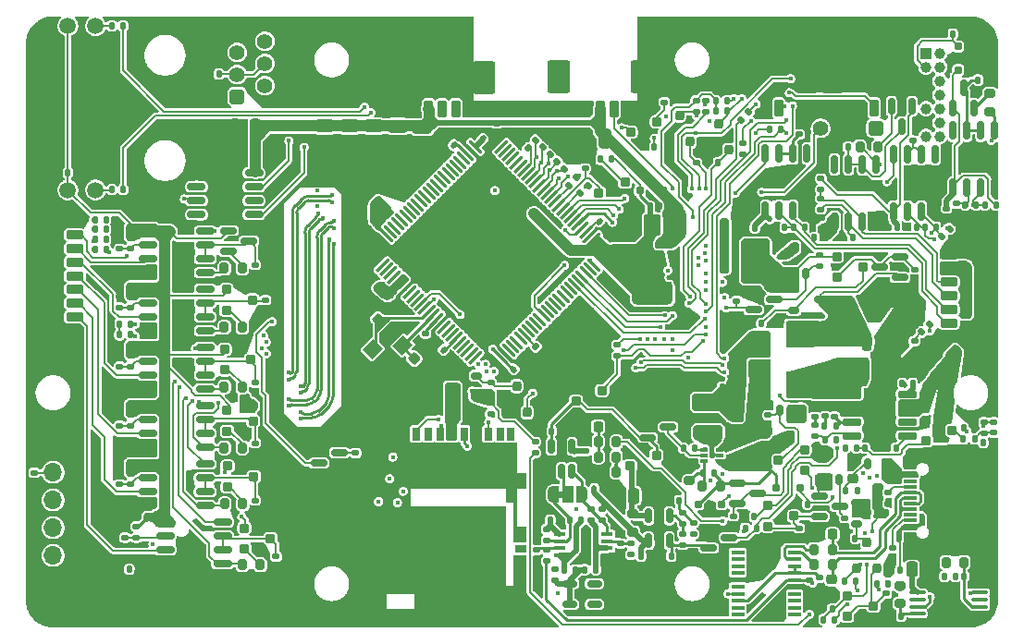
<source format=gbr>
%TF.GenerationSoftware,KiCad,Pcbnew,7.0.11*%
%TF.CreationDate,2025-07-19T14:24:56+09:00*%
%TF.ProjectId,RasPi,52617350-692e-46b6-9963-61645f706362,rev?*%
%TF.SameCoordinates,Original*%
%TF.FileFunction,Copper,L4,Bot*%
%TF.FilePolarity,Positive*%
%FSLAX46Y46*%
G04 Gerber Fmt 4.6, Leading zero omitted, Abs format (unit mm)*
G04 Created by KiCad (PCBNEW 7.0.11) date 2025-07-19 14:24:56*
%MOMM*%
%LPD*%
G01*
G04 APERTURE LIST*
G04 Aperture macros list*
%AMRoundRect*
0 Rectangle with rounded corners*
0 $1 Rounding radius*
0 $2 $3 $4 $5 $6 $7 $8 $9 X,Y pos of 4 corners*
0 Add a 4 corners polygon primitive as box body*
4,1,4,$2,$3,$4,$5,$6,$7,$8,$9,$2,$3,0*
0 Add four circle primitives for the rounded corners*
1,1,$1+$1,$2,$3*
1,1,$1+$1,$4,$5*
1,1,$1+$1,$6,$7*
1,1,$1+$1,$8,$9*
0 Add four rect primitives between the rounded corners*
20,1,$1+$1,$2,$3,$4,$5,0*
20,1,$1+$1,$4,$5,$6,$7,0*
20,1,$1+$1,$6,$7,$8,$9,0*
20,1,$1+$1,$8,$9,$2,$3,0*%
%AMRotRect*
0 Rectangle, with rotation*
0 The origin of the aperture is its center*
0 $1 length*
0 $2 width*
0 $3 Rotation angle, in degrees counterclockwise*
0 Add horizontal line*
21,1,$1,$2,0,0,$3*%
%AMFreePoly0*
4,1,33,0.000000,0.749013,0.031395,0.749013,0.093691,0.741144,0.154508,0.725528,0.212890,0.702414,0.267913,0.672164,0.318712,0.635257,0.364484,0.592274,0.404508,0.543893,0.438153,0.490877,0.464888,0.434062,0.484292,0.374345,0.496057,0.312667,0.500000,0.250000,0.500000,-0.250000,0.496057,-0.312667,0.484292,-0.374345,0.464888,-0.434062,0.438153,-0.490877,0.404508,-0.543893,
0.364484,-0.592274,0.318712,-0.635257,0.267913,-0.672164,0.212890,-0.702414,0.154508,-0.725528,0.093691,-0.741144,0.031395,-0.749013,0.000000,-0.749013,0.000000,-0.750000,-0.550000,-0.750000,-0.550000,0.750000,0.000000,0.750000,0.000000,0.749013,0.000000,0.749013,$1*%
%AMFreePoly1*
4,1,33,0.550000,-0.750000,0.000000,-0.750000,0.000000,-0.749013,-0.031395,-0.749013,-0.093691,-0.741144,-0.154508,-0.725528,-0.212890,-0.702414,-0.267913,-0.672164,-0.318712,-0.635257,-0.364484,-0.592274,-0.404508,-0.543893,-0.438153,-0.490877,-0.464888,-0.434062,-0.484292,-0.374345,-0.496057,-0.312667,-0.500000,-0.250000,-0.500000,0.250000,-0.496057,0.312667,-0.484292,0.374345,-0.464888,0.434062,
-0.438153,0.490877,-0.404508,0.543893,-0.364484,0.592274,-0.318712,0.635257,-0.267913,0.672164,-0.212890,0.702414,-0.154508,0.725528,-0.093691,0.741144,-0.031395,0.749013,0.000000,0.749013,0.000000,0.750000,0.550000,0.750000,0.550000,-0.750000,0.550000,-0.750000,$1*%
G04 Aperture macros list end*
%TA.AperFunction,SMDPad,CuDef*%
%ADD10RoundRect,0.250000X-0.650000X0.325000X-0.650000X-0.325000X0.650000X-0.325000X0.650000X0.325000X0*%
%TD*%
%TA.AperFunction,SMDPad,CuDef*%
%ADD11RoundRect,0.250000X0.229810X-0.689429X0.689429X-0.229810X-0.229810X0.689429X-0.689429X0.229810X0*%
%TD*%
%TA.AperFunction,SMDPad,CuDef*%
%ADD12RoundRect,0.250000X0.325000X0.650000X-0.325000X0.650000X-0.325000X-0.650000X0.325000X-0.650000X0*%
%TD*%
%TA.AperFunction,SMDPad,CuDef*%
%ADD13RoundRect,0.150000X0.737500X0.150000X-0.737500X0.150000X-0.737500X-0.150000X0.737500X-0.150000X0*%
%TD*%
%TA.AperFunction,HeatsinkPad*%
%ADD14R,2.950000X4.900000*%
%TD*%
%TA.AperFunction,SMDPad,CuDef*%
%ADD15RoundRect,0.200000X-0.250000X-0.200000X0.250000X-0.200000X0.250000X0.200000X-0.250000X0.200000X0*%
%TD*%
%TA.AperFunction,ComponentPad*%
%ADD16RoundRect,0.250000X0.750000X-0.600000X0.750000X0.600000X-0.750000X0.600000X-0.750000X-0.600000X0*%
%TD*%
%TA.AperFunction,ComponentPad*%
%ADD17O,2.000000X1.700000*%
%TD*%
%TA.AperFunction,ComponentPad*%
%ADD18C,1.000000*%
%TD*%
%TA.AperFunction,ComponentPad*%
%ADD19R,1.000000X1.000000*%
%TD*%
%TA.AperFunction,ComponentPad*%
%ADD20RoundRect,0.350000X-0.350000X0.350000X-0.350000X-0.350000X0.350000X-0.350000X0.350000X0.350000X0*%
%TD*%
%TA.AperFunction,ComponentPad*%
%ADD21C,1.400000*%
%TD*%
%TA.AperFunction,ComponentPad*%
%ADD22C,1.500000*%
%TD*%
%TA.AperFunction,ComponentPad*%
%ADD23C,2.500000*%
%TD*%
%TA.AperFunction,ComponentPad*%
%ADD24C,2.000000*%
%TD*%
%TA.AperFunction,ComponentPad*%
%ADD25R,1.700000X1.700000*%
%TD*%
%TA.AperFunction,ComponentPad*%
%ADD26O,1.700000X1.700000*%
%TD*%
%TA.AperFunction,SMDPad,CuDef*%
%ADD27RoundRect,0.135000X-0.135000X-0.185000X0.135000X-0.185000X0.135000X0.185000X-0.135000X0.185000X0*%
%TD*%
%TA.AperFunction,SMDPad,CuDef*%
%ADD28RoundRect,0.250000X-0.250000X-0.475000X0.250000X-0.475000X0.250000X0.475000X-0.250000X0.475000X0*%
%TD*%
%TA.AperFunction,SMDPad,CuDef*%
%ADD29RoundRect,0.140000X-0.170000X0.140000X-0.170000X-0.140000X0.170000X-0.140000X0.170000X0.140000X0*%
%TD*%
%TA.AperFunction,SMDPad,CuDef*%
%ADD30RoundRect,0.150000X-0.150000X0.675000X-0.150000X-0.675000X0.150000X-0.675000X0.150000X0.675000X0*%
%TD*%
%TA.AperFunction,SMDPad,CuDef*%
%ADD31RoundRect,0.150000X-0.587500X-0.150000X0.587500X-0.150000X0.587500X0.150000X-0.587500X0.150000X0*%
%TD*%
%TA.AperFunction,SMDPad,CuDef*%
%ADD32RoundRect,0.140000X-0.021213X0.219203X-0.219203X0.021213X0.021213X-0.219203X0.219203X-0.021213X0*%
%TD*%
%TA.AperFunction,SMDPad,CuDef*%
%ADD33RoundRect,0.135000X0.185000X-0.135000X0.185000X0.135000X-0.185000X0.135000X-0.185000X-0.135000X0*%
%TD*%
%TA.AperFunction,SMDPad,CuDef*%
%ADD34RoundRect,0.250000X0.250000X0.475000X-0.250000X0.475000X-0.250000X-0.475000X0.250000X-0.475000X0*%
%TD*%
%TA.AperFunction,SMDPad,CuDef*%
%ADD35RoundRect,0.135000X0.143756X-0.178282X0.213637X0.082518X-0.143756X0.178282X-0.213637X-0.082518X0*%
%TD*%
%TA.AperFunction,SMDPad,CuDef*%
%ADD36RoundRect,0.140000X0.140000X0.170000X-0.140000X0.170000X-0.140000X-0.170000X0.140000X-0.170000X0*%
%TD*%
%TA.AperFunction,SMDPad,CuDef*%
%ADD37RoundRect,0.200000X-0.275000X0.200000X-0.275000X-0.200000X0.275000X-0.200000X0.275000X0.200000X0*%
%TD*%
%TA.AperFunction,SMDPad,CuDef*%
%ADD38RoundRect,0.140000X0.170000X-0.140000X0.170000X0.140000X-0.170000X0.140000X-0.170000X-0.140000X0*%
%TD*%
%TA.AperFunction,SMDPad,CuDef*%
%ADD39RoundRect,0.150000X-0.150000X0.512500X-0.150000X-0.512500X0.150000X-0.512500X0.150000X0.512500X0*%
%TD*%
%TA.AperFunction,SMDPad,CuDef*%
%ADD40RoundRect,0.175000X0.325000X0.175000X-0.325000X0.175000X-0.325000X-0.175000X0.325000X-0.175000X0*%
%TD*%
%TA.AperFunction,SMDPad,CuDef*%
%ADD41RoundRect,0.135000X0.135000X0.185000X-0.135000X0.185000X-0.135000X-0.185000X0.135000X-0.185000X0*%
%TD*%
%TA.AperFunction,SMDPad,CuDef*%
%ADD42RoundRect,0.250000X-0.500000X-0.510000X0.500000X-0.510000X0.500000X0.510000X-0.500000X0.510000X0*%
%TD*%
%TA.AperFunction,SMDPad,CuDef*%
%ADD43RoundRect,0.250000X-1.300000X-0.850000X1.300000X-0.850000X1.300000X0.850000X-1.300000X0.850000X0*%
%TD*%
%TA.AperFunction,SMDPad,CuDef*%
%ADD44RoundRect,0.250001X1.249999X-0.799999X1.249999X0.799999X-1.249999X0.799999X-1.249999X-0.799999X0*%
%TD*%
%TA.AperFunction,SMDPad,CuDef*%
%ADD45RoundRect,0.200000X0.600000X-0.200000X0.600000X0.200000X-0.600000X0.200000X-0.600000X-0.200000X0*%
%TD*%
%TA.AperFunction,SMDPad,CuDef*%
%ADD46RoundRect,0.135000X-0.185000X0.135000X-0.185000X-0.135000X0.185000X-0.135000X0.185000X0.135000X0*%
%TD*%
%TA.AperFunction,SMDPad,CuDef*%
%ADD47RoundRect,0.200000X0.200000X0.275000X-0.200000X0.275000X-0.200000X-0.275000X0.200000X-0.275000X0*%
%TD*%
%TA.AperFunction,SMDPad,CuDef*%
%ADD48RoundRect,0.140000X-0.140000X-0.170000X0.140000X-0.170000X0.140000X0.170000X-0.140000X0.170000X0*%
%TD*%
%TA.AperFunction,SMDPad,CuDef*%
%ADD49RoundRect,0.175000X-0.175000X0.325000X-0.175000X-0.325000X0.175000X-0.325000X0.175000X0.325000X0*%
%TD*%
%TA.AperFunction,SMDPad,CuDef*%
%ADD50RoundRect,0.175000X0.175000X0.175000X-0.175000X0.175000X-0.175000X-0.175000X0.175000X-0.175000X0*%
%TD*%
%TA.AperFunction,SMDPad,CuDef*%
%ADD51R,1.200000X0.400000*%
%TD*%
%TA.AperFunction,SMDPad,CuDef*%
%ADD52RoundRect,0.200000X0.200000X-0.250000X0.200000X0.250000X-0.200000X0.250000X-0.200000X-0.250000X0*%
%TD*%
%TA.AperFunction,SMDPad,CuDef*%
%ADD53RoundRect,0.175000X0.175000X-0.325000X0.175000X0.325000X-0.175000X0.325000X-0.175000X-0.325000X0*%
%TD*%
%TA.AperFunction,SMDPad,CuDef*%
%ADD54RoundRect,0.150000X0.675000X0.150000X-0.675000X0.150000X-0.675000X-0.150000X0.675000X-0.150000X0*%
%TD*%
%TA.AperFunction,SMDPad,CuDef*%
%ADD55RoundRect,0.225000X0.225000X0.250000X-0.225000X0.250000X-0.225000X-0.250000X0.225000X-0.250000X0*%
%TD*%
%TA.AperFunction,SMDPad,CuDef*%
%ADD56RoundRect,0.140000X0.219203X0.021213X0.021213X0.219203X-0.219203X-0.021213X-0.021213X-0.219203X0*%
%TD*%
%TA.AperFunction,SMDPad,CuDef*%
%ADD57RoundRect,0.135000X-0.035355X0.226274X-0.226274X0.035355X0.035355X-0.226274X0.226274X-0.035355X0*%
%TD*%
%TA.AperFunction,SMDPad,CuDef*%
%ADD58RoundRect,0.100000X0.637500X0.100000X-0.637500X0.100000X-0.637500X-0.100000X0.637500X-0.100000X0*%
%TD*%
%TA.AperFunction,SMDPad,CuDef*%
%ADD59RoundRect,0.075000X0.459619X-0.565685X0.565685X-0.459619X-0.459619X0.565685X-0.565685X0.459619X0*%
%TD*%
%TA.AperFunction,SMDPad,CuDef*%
%ADD60RoundRect,0.075000X-0.459619X-0.565685X0.565685X0.459619X0.459619X0.565685X-0.565685X-0.459619X0*%
%TD*%
%TA.AperFunction,SMDPad,CuDef*%
%ADD61R,1.240000X0.600000*%
%TD*%
%TA.AperFunction,SMDPad,CuDef*%
%ADD62R,1.240000X0.300000*%
%TD*%
%TA.AperFunction,ComponentPad*%
%ADD63O,1.800000X1.000000*%
%TD*%
%TA.AperFunction,ComponentPad*%
%ADD64O,2.100000X1.000000*%
%TD*%
%TA.AperFunction,SMDPad,CuDef*%
%ADD65RoundRect,0.225000X-0.225000X-0.250000X0.225000X-0.250000X0.225000X0.250000X-0.225000X0.250000X0*%
%TD*%
%TA.AperFunction,SMDPad,CuDef*%
%ADD66RoundRect,0.200000X0.250000X0.200000X-0.250000X0.200000X-0.250000X-0.200000X0.250000X-0.200000X0*%
%TD*%
%TA.AperFunction,SMDPad,CuDef*%
%ADD67RoundRect,0.175000X-0.325000X-0.175000X0.325000X-0.175000X0.325000X0.175000X-0.325000X0.175000X0*%
%TD*%
%TA.AperFunction,SMDPad,CuDef*%
%ADD68RoundRect,0.250001X-0.799999X-1.249999X0.799999X-1.249999X0.799999X1.249999X-0.799999X1.249999X0*%
%TD*%
%TA.AperFunction,SMDPad,CuDef*%
%ADD69RoundRect,0.200000X-0.200000X-0.600000X0.200000X-0.600000X0.200000X0.600000X-0.200000X0.600000X0*%
%TD*%
%TA.AperFunction,SMDPad,CuDef*%
%ADD70R,2.500000X2.450000*%
%TD*%
%TA.AperFunction,SMDPad,CuDef*%
%ADD71RoundRect,0.140000X-0.219203X-0.021213X-0.021213X-0.219203X0.219203X0.021213X0.021213X0.219203X0*%
%TD*%
%TA.AperFunction,SMDPad,CuDef*%
%ADD72RoundRect,0.150000X0.150000X-0.512500X0.150000X0.512500X-0.150000X0.512500X-0.150000X-0.512500X0*%
%TD*%
%TA.AperFunction,SMDPad,CuDef*%
%ADD73RoundRect,0.150000X0.587500X0.150000X-0.587500X0.150000X-0.587500X-0.150000X0.587500X-0.150000X0*%
%TD*%
%TA.AperFunction,SMDPad,CuDef*%
%ADD74RoundRect,0.225000X-0.017678X0.335876X-0.335876X0.017678X0.017678X-0.335876X0.335876X-0.017678X0*%
%TD*%
%TA.AperFunction,SMDPad,CuDef*%
%ADD75R,0.670001X0.299999*%
%TD*%
%TA.AperFunction,SMDPad,CuDef*%
%ADD76RoundRect,0.140000X0.021213X-0.219203X0.219203X-0.021213X-0.021213X0.219203X-0.219203X0.021213X0*%
%TD*%
%TA.AperFunction,SMDPad,CuDef*%
%ADD77RoundRect,0.225000X0.017678X-0.335876X0.335876X-0.017678X-0.017678X0.335876X-0.335876X0.017678X0*%
%TD*%
%TA.AperFunction,SMDPad,CuDef*%
%ADD78RoundRect,0.150000X-0.150000X0.587500X-0.150000X-0.587500X0.150000X-0.587500X0.150000X0.587500X0*%
%TD*%
%TA.AperFunction,SMDPad,CuDef*%
%ADD79RoundRect,0.250000X1.075000X-0.375000X1.075000X0.375000X-1.075000X0.375000X-1.075000X-0.375000X0*%
%TD*%
%TA.AperFunction,SMDPad,CuDef*%
%ADD80RoundRect,0.250000X0.650000X-0.325000X0.650000X0.325000X-0.650000X0.325000X-0.650000X-0.325000X0*%
%TD*%
%TA.AperFunction,SMDPad,CuDef*%
%ADD81RoundRect,0.250001X-1.249999X0.799999X-1.249999X-0.799999X1.249999X-0.799999X1.249999X0.799999X0*%
%TD*%
%TA.AperFunction,SMDPad,CuDef*%
%ADD82RoundRect,0.200000X-0.600000X0.200000X-0.600000X-0.200000X0.600000X-0.200000X0.600000X0.200000X0*%
%TD*%
%TA.AperFunction,SMDPad,CuDef*%
%ADD83RoundRect,0.200000X-0.200000X-0.275000X0.200000X-0.275000X0.200000X0.275000X-0.200000X0.275000X0*%
%TD*%
%TA.AperFunction,SMDPad,CuDef*%
%ADD84RoundRect,0.150000X-0.675000X-0.150000X0.675000X-0.150000X0.675000X0.150000X-0.675000X0.150000X0*%
%TD*%
%TA.AperFunction,SMDPad,CuDef*%
%ADD85FreePoly0,0.000000*%
%TD*%
%TA.AperFunction,SMDPad,CuDef*%
%ADD86R,1.000000X1.500000*%
%TD*%
%TA.AperFunction,SMDPad,CuDef*%
%ADD87FreePoly1,0.000000*%
%TD*%
%TA.AperFunction,SMDPad,CuDef*%
%ADD88RotRect,1.400000X1.200000X225.000000*%
%TD*%
%TA.AperFunction,SMDPad,CuDef*%
%ADD89RoundRect,0.375000X-0.375000X0.625000X-0.375000X-0.625000X0.375000X-0.625000X0.375000X0.625000X0*%
%TD*%
%TA.AperFunction,SMDPad,CuDef*%
%ADD90RoundRect,0.500000X-1.400000X0.500000X-1.400000X-0.500000X1.400000X-0.500000X1.400000X0.500000X0*%
%TD*%
%TA.AperFunction,SMDPad,CuDef*%
%ADD91RoundRect,0.135000X-0.226274X-0.035355X-0.035355X-0.226274X0.226274X0.035355X0.035355X0.226274X0*%
%TD*%
%TA.AperFunction,SMDPad,CuDef*%
%ADD92RoundRect,0.175000X-0.175000X-0.175000X0.175000X-0.175000X0.175000X0.175000X-0.175000X0.175000X0*%
%TD*%
%TA.AperFunction,SMDPad,CuDef*%
%ADD93RoundRect,0.150000X0.150000X-0.587500X0.150000X0.587500X-0.150000X0.587500X-0.150000X-0.587500X0*%
%TD*%
%TA.AperFunction,SMDPad,CuDef*%
%ADD94RoundRect,0.250000X0.512652X0.159099X0.159099X0.512652X-0.512652X-0.159099X-0.159099X-0.512652X0*%
%TD*%
%TA.AperFunction,SMDPad,CuDef*%
%ADD95RoundRect,0.225000X-0.250000X0.225000X-0.250000X-0.225000X0.250000X-0.225000X0.250000X0.225000X0*%
%TD*%
%TA.AperFunction,SMDPad,CuDef*%
%ADD96RoundRect,0.135000X0.035355X-0.226274X0.226274X-0.035355X-0.035355X0.226274X-0.226274X0.035355X0*%
%TD*%
%TA.AperFunction,SMDPad,CuDef*%
%ADD97R,1.300000X1.900000*%
%TD*%
%TA.AperFunction,SMDPad,CuDef*%
%ADD98R,1.000000X1.200000*%
%TD*%
%TA.AperFunction,SMDPad,CuDef*%
%ADD99R,1.000000X2.800000*%
%TD*%
%TA.AperFunction,SMDPad,CuDef*%
%ADD100R,0.700000X1.200000*%
%TD*%
%TA.AperFunction,SMDPad,CuDef*%
%ADD101R,1.000000X0.800000*%
%TD*%
%TA.AperFunction,SMDPad,CuDef*%
%ADD102RoundRect,0.135000X0.226274X0.035355X0.035355X0.226274X-0.226274X-0.035355X-0.035355X-0.226274X0*%
%TD*%
%TA.AperFunction,SMDPad,CuDef*%
%ADD103RoundRect,0.175000X-0.175000X0.175000X-0.175000X-0.175000X0.175000X-0.175000X0.175000X0.175000X0*%
%TD*%
%TA.AperFunction,SMDPad,CuDef*%
%ADD104R,1.100000X0.400000*%
%TD*%
%TA.AperFunction,SMDPad,CuDef*%
%ADD105RoundRect,0.200000X0.275000X-0.200000X0.275000X0.200000X-0.275000X0.200000X-0.275000X-0.200000X0*%
%TD*%
%TA.AperFunction,SMDPad,CuDef*%
%ADD106RoundRect,0.150000X0.512500X0.150000X-0.512500X0.150000X-0.512500X-0.150000X0.512500X-0.150000X0*%
%TD*%
%TA.AperFunction,SMDPad,CuDef*%
%ADD107RoundRect,0.250000X-0.787500X-1.025000X0.787500X-1.025000X0.787500X1.025000X-0.787500X1.025000X0*%
%TD*%
%TA.AperFunction,ViaPad*%
%ADD108C,0.450000*%
%TD*%
%TA.AperFunction,Conductor*%
%ADD109C,0.200000*%
%TD*%
%TA.AperFunction,Conductor*%
%ADD110C,0.500000*%
%TD*%
%TA.AperFunction,Conductor*%
%ADD111C,0.250000*%
%TD*%
%TA.AperFunction,Conductor*%
%ADD112C,1.000000*%
%TD*%
%TA.AperFunction,Conductor*%
%ADD113C,0.230000*%
%TD*%
G04 APERTURE END LIST*
%TA.AperFunction,EtchedComponent*%
%TO.C,JP1*%
G36*
X161049000Y-115954000D02*
G01*
X160549000Y-115954000D01*
X160549000Y-115354000D01*
X161049000Y-115354000D01*
X161049000Y-115954000D01*
G37*
%TD.AperFunction*%
%TD*%
D10*
%TO.P,C75,2*%
%TO.N,GND*%
X141469000Y-84859000D03*
%TO.P,C75,1*%
%TO.N,+5V*%
X141469000Y-81909000D03*
%TD*%
%TO.P,C74,2*%
%TO.N,GND*%
X139249000Y-84859000D03*
%TO.P,C74,1*%
%TO.N,+5V*%
X139249000Y-81909000D03*
%TD*%
%TO.P,C73,1*%
%TO.N,+5V*%
X143689000Y-81909000D03*
%TO.P,C73,2*%
%TO.N,GND*%
X143689000Y-84859000D03*
%TD*%
%TO.P,C70,1*%
%TO.N,+5V*%
X145909000Y-81919000D03*
%TO.P,C70,2*%
%TO.N,GND*%
X145909000Y-84869000D03*
%TD*%
%TO.P,C56,1*%
%TO.N,+5V*%
X148119000Y-82029000D03*
%TO.P,C56,2*%
%TO.N,GND*%
X148119000Y-84979000D03*
%TD*%
D11*
%TO.P,C34,2*%
%TO.N,GND*%
X146421983Y-87181017D03*
%TO.P,C34,1*%
%TO.N,+3.3V*%
X144336017Y-89266983D03*
%TD*%
D12*
%TO.P,C32,2*%
%TO.N,GND*%
X161954000Y-83084000D03*
%TO.P,C32,1*%
%TO.N,+5V*%
X164904000Y-83084000D03*
%TD*%
D13*
%TO.P,U13,1,BOOT*%
%TO.N,Net-(U13-BOOT)*%
X192571500Y-106469000D03*
%TO.P,U13,2,VIN*%
%TO.N,VCC*%
X192571500Y-107739000D03*
%TO.P,U13,3,EN*%
%TO.N,unconnected-(U13-EN-Pad3)*%
X192571500Y-109009000D03*
%TO.P,U13,4,RT/CLK*%
%TO.N,Net-(U13-RT{slash}CLK)*%
X192571500Y-110279000D03*
%TO.P,U13,5,FB*%
%TO.N,/Power/FB_Buck*%
X187446500Y-110279000D03*
%TO.P,U13,6,COMP*%
%TO.N,Net-(U13-COMP)*%
X187446500Y-109009000D03*
%TO.P,U13,7,GND*%
%TO.N,GND*%
X187446500Y-107739000D03*
%TO.P,U13,8,SW*%
%TO.N,Net-(D17-K)*%
X187446500Y-106469000D03*
D14*
%TO.P,U13,9,GND*%
%TO.N,GND*%
X190009000Y-108374000D03*
%TD*%
D15*
%TO.P,Q5,3,C*%
%TO.N,Net-(Q5-C)*%
X132466000Y-103311000D03*
%TO.P,Q5,2,E*%
%TO.N,+3.3V*%
X130066000Y-102361000D03*
%TO.P,Q5,1,B*%
%TO.N,Net-(Q5-B)*%
X130066000Y-104261000D03*
%TD*%
%TO.P,Q20,3,D*%
%TO.N,/RasPi_SHDN*%
X164600000Y-106151000D03*
%TO.P,Q20,2,S*%
%TO.N,GND*%
X162200000Y-105201000D03*
%TO.P,Q20,1,G*%
%TO.N,/ResetIC->RasPi_SHDN*%
X162200000Y-107101000D03*
%TD*%
D16*
%TO.P,J5,1,Pin_1*%
%TO.N,GND*%
X178998999Y-104134000D03*
D17*
%TO.P,J5,2,Pin_2*%
%TO.N,/Power/Cap*%
X178998999Y-101634000D03*
%TD*%
D15*
%TO.P,Q18,3,C*%
%TO.N,Net-(Q18-C)*%
X132605000Y-97829000D03*
%TO.P,Q18,2,E*%
%TO.N,+3.3V*%
X130205000Y-96879000D03*
%TO.P,Q18,1,B*%
%TO.N,Net-(Q18-B)*%
X130205000Y-98779000D03*
%TD*%
%TO.P,Q4,3,C*%
%TO.N,Net-(Q4-C)*%
X132659000Y-108924000D03*
%TO.P,Q4,2,E*%
%TO.N,+3.3V*%
X130259000Y-107974000D03*
%TO.P,Q4,1,B*%
%TO.N,Net-(Q4-B)*%
X130259000Y-109874000D03*
%TD*%
%TO.P,Q3,1,B*%
%TO.N,Net-(Q3-B)*%
X130321000Y-114966000D03*
%TO.P,Q3,2,E*%
%TO.N,+3.3V*%
X130321000Y-113066000D03*
%TO.P,Q3,3,C*%
%TO.N,Net-(Q3-C)*%
X132721000Y-114016000D03*
%TD*%
%TO.P,Q2,3,C*%
%TO.N,Net-(Q2-C)*%
X134247000Y-119693000D03*
%TO.P,Q2,2,E*%
%TO.N,+3.3V*%
X131847000Y-118743000D03*
%TO.P,Q2,1,B*%
%TO.N,Net-(Q2-B)*%
X131847000Y-120643000D03*
%TD*%
D18*
%TO.P,J1,14,Pin_14*%
%TO.N,unconnected-(J1-Pin_14-Pad14)*%
X195519000Y-82844000D03*
%TO.P,J1,13,Pin_13*%
%TO.N,unconnected-(J1-Pin_13-Pad13)*%
X194249000Y-82844000D03*
%TO.P,J1,12,Pin_12*%
%TO.N,/RingNW/NRST*%
X195519000Y-81574000D03*
%TO.P,J1,11,Pin_11*%
%TO.N,GND*%
X194249000Y-81574000D03*
%TO.P,J1,10,Pin_10*%
%TO.N,unconnected-(J1-Pin_10-Pad10)*%
X195519000Y-80304000D03*
%TO.P,J1,9,Pin_9*%
%TO.N,unconnected-(J1-Pin_9-Pad9)*%
X194249000Y-80304000D03*
%TO.P,J1,8,Pin_8*%
%TO.N,/RingNW/SWO*%
X195519000Y-79034000D03*
%TO.P,J1,7,Pin_7*%
%TO.N,GND*%
X194249000Y-79034000D03*
%TO.P,J1,6,Pin_6*%
%TO.N,/RingNW/SWCLK*%
X195519000Y-77764000D03*
%TO.P,J1,5,Pin_5*%
%TO.N,GND*%
X194249000Y-77764000D03*
%TO.P,J1,4,Pin_4*%
%TO.N,/RingNW/SWDIO*%
X195519000Y-76494000D03*
%TO.P,J1,3,Pin_3*%
%TO.N,Net-(D1-K)*%
X194249000Y-76494000D03*
%TO.P,J1,2,Pin_2*%
%TO.N,unconnected-(J1-Pin_2-Pad2)*%
X195519000Y-75224000D03*
D19*
%TO.P,J1,1,Pin_1*%
%TO.N,unconnected-(J1-Pin_1-Pad1)*%
X194249000Y-75224000D03*
%TD*%
D20*
%TO.P,J13,4,RD+*%
%TO.N,/RasPi_CM4/TRD1_P*%
X131199000Y-79214000D03*
D21*
%TO.P,J13,5,RCT*%
%TO.N,Net-(J13-RCT)*%
X131199000Y-77184000D03*
%TO.P,J13,6,RD-*%
%TO.N,/RasPi_CM4/TRD1_N*%
X131199000Y-75154000D03*
%TO.P,J13,10,TD-*%
%TO.N,/RasPi_CM4/TRD0_N*%
X133739000Y-78194000D03*
%TO.P,J13,11,TCT*%
%TO.N,Net-(J13-RCT)*%
X133739000Y-76164000D03*
%TO.P,J13,12,TD+*%
%TO.N,/RasPi_CM4/TRD0_P*%
X133739000Y-74134000D03*
D22*
%TO.P,J13,13*%
%TO.N,Net-(J13-Pad13)*%
X118249000Y-87754000D03*
%TO.P,J13,14*%
%TO.N,+3.3V*%
X115709000Y-87754000D03*
%TO.P,J13,15*%
%TO.N,Net-(J13-Pad15)*%
X118249000Y-72714000D03*
%TO.P,J13,16*%
%TO.N,+3.3V*%
X115709000Y-72714000D03*
D23*
%TO.P,J13,SH*%
%TO.N,GND*%
X124599000Y-89024000D03*
%TD*%
D24*
%TO.P,TP1,1,1*%
%TO.N,GND*%
X117811000Y-121769000D03*
%TD*%
D21*
%TO.P,SW2,3,C*%
%TO.N,/RasPi_CM4/GLOBAL_EN*%
X184597000Y-82101000D03*
%TO.P,SW2,2,B*%
%TO.N,GND*%
X187137000Y-82101000D03*
D20*
%TO.P,SW2,1,A*%
%TO.N,unconnected-(SW2-A-Pad1)*%
X189677000Y-82101000D03*
%TD*%
D25*
%TO.P,J6,1,Pin_1*%
%TO.N,GND*%
X114349000Y-111084000D03*
D26*
%TO.P,J6,2,Pin_2*%
%TO.N,/FPGA_TangPrimerCore/TCK*%
X114349000Y-113624000D03*
%TO.P,J6,3,Pin_3*%
%TO.N,/FPGA_TangPrimerCore/TMS*%
X114349000Y-116164000D03*
%TO.P,J6,4,Pin_4*%
%TO.N,/FPGA_TangPrimerCore/TDO*%
X114349000Y-118704000D03*
%TO.P,J6,5,Pin_5*%
%TO.N,/FPGA_TangPrimerCore/TDI*%
X114349000Y-121244000D03*
%TD*%
D27*
%TO.P,R60,2*%
%TO.N,/Power/PowerSW*%
X187869000Y-111394000D03*
%TO.P,R60,1*%
%TO.N,Net-(SW6-A)*%
X186849000Y-111394000D03*
%TD*%
D28*
%TO.P,C52,2*%
%TO.N,GND*%
X169409000Y-115794000D03*
%TO.P,C52,1*%
%TO.N,Net-(Q40-D)*%
X167509000Y-115794000D03*
%TD*%
D27*
%TO.P,R66,2*%
%TO.N,GND*%
X200509000Y-110914000D03*
%TO.P,R66,1*%
%TO.N,VCC*%
X199489000Y-110914000D03*
%TD*%
D29*
%TO.P,C7,2*%
%TO.N,GND*%
X148429000Y-101864000D03*
%TO.P,C7,1*%
%TO.N,+3.3V*%
X148429000Y-100904000D03*
%TD*%
D15*
%TO.P,Q11,3,D*%
%TO.N,Net-(Q11-D)*%
X196649000Y-109784000D03*
%TO.P,Q11,2,S*%
%TO.N,GND*%
X194249000Y-108834000D03*
%TO.P,Q11,1,G*%
%TO.N,/Power/PowerSW*%
X194249000Y-110734000D03*
%TD*%
D30*
%TO.P,U4,8,VCC*%
%TO.N,+3.3V*%
X191284000Y-89719000D03*
%TO.P,U4,7,B*%
%TO.N,/RingNW/RS485_RingNW/RS485Y_RB*%
X192554000Y-89719000D03*
%TO.P,U4,6,A*%
%TO.N,/RingNW/RS485_RingNW/RS485Y_RA*%
X193824000Y-89719000D03*
%TO.P,U4,5,GND*%
%TO.N,GND*%
X195094000Y-89719000D03*
%TO.P,U4,4,DI*%
%TO.N,unconnected-(U4-DI-Pad4)*%
X195094000Y-84469000D03*
%TO.P,U4,3,DE*%
%TO.N,Net-(U4-DE)*%
X193824000Y-84469000D03*
%TO.P,U4,2,~{RE}*%
X192554000Y-84469000D03*
%TO.P,U4,1,RO*%
%TO.N,/RingNW/H723RX4_RS485YTX*%
X191284000Y-84469000D03*
%TD*%
D31*
%TO.P,Q25,3,D*%
%TO.N,Net-(Q25-D)*%
X180356500Y-97804000D03*
%TO.P,Q25,2,S*%
%TO.N,GND*%
X178481500Y-96854000D03*
%TO.P,Q25,1,G*%
%TO.N,/RasPi_CM4/FAN_PWRCtrl*%
X178481500Y-98754000D03*
%TD*%
D32*
%TO.P,C3,2*%
%TO.N,GND*%
X143249589Y-91303411D03*
%TO.P,C3,1*%
%TO.N,+3.3V*%
X143928411Y-90624589D03*
%TD*%
D33*
%TO.P,R136,2*%
%TO.N,+5V*%
X164599000Y-117024000D03*
%TO.P,R136,1*%
%TO.N,/Power/VDD_UV*%
X164599000Y-118044000D03*
%TD*%
D34*
%TO.P,C45,2*%
%TO.N,/RasPi_CM4/SD_Card/PWR*%
X151099000Y-108364000D03*
%TO.P,C45,1*%
%TO.N,GND*%
X152999000Y-108364000D03*
%TD*%
D35*
%TO.P,R20,2*%
%TO.N,GND*%
X193360998Y-82221378D03*
%TO.P,R20,1*%
%TO.N,Net-(U4-DE)*%
X193097002Y-83206622D03*
%TD*%
D36*
%TO.P,C2,2*%
%TO.N,GND*%
X168429000Y-83834000D03*
%TO.P,C2,1*%
%TO.N,/RingNW/NRST*%
X169389000Y-83834000D03*
%TD*%
D29*
%TO.P,C38,2*%
%TO.N,GND*%
X196129000Y-90414000D03*
%TO.P,C38,1*%
%TO.N,+3.3V*%
X196129000Y-89454000D03*
%TD*%
D37*
%TO.P,R151,2*%
%TO.N,+5V*%
X167379000Y-119091000D03*
%TO.P,R151,1*%
%TO.N,Net-(Q40-D)*%
X167379000Y-117441000D03*
%TD*%
D38*
%TO.P,C65,2*%
%TO.N,GND*%
X185029000Y-107534000D03*
%TO.P,C65,1*%
%TO.N,Net-(C65-Pad1)*%
X185029000Y-108494000D03*
%TD*%
D39*
%TO.P,U17,5,V+*%
%TO.N,+5V*%
X168849000Y-119901500D03*
%TO.P,U17,4*%
%TO.N,Net-(Q34-G)*%
X170749000Y-119901500D03*
%TO.P,U17,3,+*%
%TO.N,Net-(U17-+)*%
X170749000Y-117626500D03*
%TO.P,U17,2,V-*%
%TO.N,GND*%
X169799000Y-117626500D03*
%TO.P,U17,1,-*%
%TO.N,Net-(Q40-D)*%
X168849000Y-117626500D03*
%TD*%
D40*
%TO.P,Q28,3,D*%
%TO.N,/RasPi_CM4/SD_Card/PWR*%
X150729000Y-105744000D03*
%TO.P,Q28,2,S*%
%TO.N,+3.3V*%
X153129000Y-106694000D03*
%TO.P,Q28,1,G*%
%TO.N,Net-(Q27-D)*%
X153129000Y-104794000D03*
%TD*%
D41*
%TO.P,R94,1*%
%TO.N,/RasPi_CM4/ETH_LEDG*%
X120759000Y-87734000D03*
%TO.P,R94,2*%
%TO.N,Net-(J13-Pad13)*%
X119739000Y-87734000D03*
%TD*%
D33*
%TO.P,R123,2*%
%TO.N,+5V*%
X160269000Y-122524000D03*
%TO.P,R123,1*%
%TO.N,Net-(U23-K)*%
X160269000Y-123544000D03*
%TD*%
D42*
%TO.P,D17,2,A*%
%TO.N,GND*%
X190729000Y-104194000D03*
D43*
%TO.P,D17,1,K*%
%TO.N,Net-(D17-K)*%
X187509000Y-104194000D03*
%TD*%
D29*
%TO.P,C61,2*%
%TO.N,GND*%
X183559000Y-124474000D03*
%TO.P,C61,1*%
%TO.N,VBUS*%
X183559000Y-123514000D03*
%TD*%
D31*
%TO.P,Q19,3,C*%
%TO.N,Net-(Q19-C)*%
X132286500Y-92434000D03*
%TO.P,Q19,2,E*%
%TO.N,+3.3V*%
X130411500Y-91484000D03*
%TO.P,Q19,1,B*%
%TO.N,Net-(Q19-B)*%
X130411500Y-93384000D03*
%TD*%
D44*
%TO.P,J14,MP,MountPin*%
%TO.N,GND*%
X113429000Y-89339000D03*
X113429000Y-103189000D03*
D45*
%TO.P,J14,8,Pin_8*%
%TO.N,/FPGA_TangPrimerCore/Panel_PWRCtrl*%
X116329000Y-91889000D03*
%TO.P,J14,7,Pin_7*%
%TO.N,/FPGA_TangPrimerCore/RS485_Panel/RS485_Panel5*%
X116329000Y-93139000D03*
%TO.P,J14,6,Pin_6*%
%TO.N,/FPGA_TangPrimerCore/RS485_Panel/RS485_Panel4*%
X116329000Y-94389000D03*
%TO.P,J14,5,Pin_5*%
%TO.N,/FPGA_TangPrimerCore/RS485_Panel/RS485_Panel3*%
X116329000Y-95639000D03*
%TO.P,J14,4,Pin_4*%
%TO.N,/FPGA_TangPrimerCore/RS485_Panel/RS485_Panel2*%
X116329000Y-96889000D03*
%TO.P,J14,3,Pin_3*%
%TO.N,/FPGA_TangPrimerCore/RS485_Panel/RS485_Panel1*%
X116329000Y-98139000D03*
%TO.P,J14,2,Pin_2*%
%TO.N,/FPGA_TangPrimerCore/RS485_Panel/RS485_Panel0*%
X116329000Y-99389000D03*
%TO.P,J14,1,Pin_1*%
%TO.N,GND*%
X116329000Y-100639000D03*
%TD*%
D33*
%TO.P,R138,2*%
%TO.N,+5V*%
X154940000Y-81663000D03*
%TO.P,R138,1*%
%TO.N,GND*%
X154940000Y-82683000D03*
%TD*%
D38*
%TO.P,C50,2*%
%TO.N,GND*%
X185899000Y-107574000D03*
%TO.P,C50,1*%
%TO.N,Net-(U13-COMP)*%
X185899000Y-108534000D03*
%TD*%
D34*
%TO.P,C71,2*%
%TO.N,+5V*%
X192989000Y-122544000D03*
%TO.P,C71,1*%
%TO.N,GND*%
X194889000Y-122544000D03*
%TD*%
D46*
%TO.P,R92,2*%
%TO.N,/RasPi_SHDN*%
X165977000Y-102970000D03*
%TO.P,R92,1*%
%TO.N,CM4_3.3V(OUTPUT)__1*%
X165977000Y-101950000D03*
%TD*%
D47*
%TO.P,R128,2*%
%TO.N,/Power/CC*%
X196074000Y-121874000D03*
%TO.P,R128,1*%
%TO.N,Net-(U22A-+)*%
X197724000Y-121874000D03*
%TD*%
D41*
%TO.P,R91,2*%
%TO.N,/Power/Cap*%
X177699000Y-118754000D03*
%TO.P,R91,1*%
%TO.N,Net-(Q33-G)*%
X178719000Y-118754000D03*
%TD*%
D46*
%TO.P,R25,2*%
%TO.N,GND*%
X134763000Y-122379000D03*
%TO.P,R25,1*%
%TO.N,Net-(Q2-C)*%
X134763000Y-121359000D03*
%TD*%
D30*
%TO.P,U3,8,VCC*%
%TO.N,+3.3V*%
X179554000Y-89659000D03*
%TO.P,U3,7,B*%
%TO.N,/RingNW/RS485_RingNW/RS485X_RB*%
X180824000Y-89659000D03*
%TO.P,U3,6,A*%
%TO.N,/RingNW/RS485_RingNW/RS485X_RA*%
X182094000Y-89659000D03*
%TO.P,U3,5,GND*%
%TO.N,GND*%
X183364000Y-89659000D03*
%TO.P,U3,4,DI*%
%TO.N,unconnected-(U3-DI-Pad4)*%
X183364000Y-84409000D03*
%TO.P,U3,3,DE*%
%TO.N,Net-(U3-DE)*%
X182094000Y-84409000D03*
%TO.P,U3,2,~{RE}*%
X180824000Y-84409000D03*
%TO.P,U3,1,RO*%
%TO.N,/RingNW/H723RX1_RS485XTX*%
X179554000Y-84409000D03*
%TD*%
D48*
%TO.P,C37,2*%
%TO.N,GND*%
X176709000Y-95044000D03*
%TO.P,C37,1*%
%TO.N,+5V*%
X175749000Y-95044000D03*
%TD*%
D49*
%TO.P,Q35,3,D*%
%TO.N,/Power/VCAP*%
X181849000Y-110314000D03*
%TO.P,Q35,2,S*%
%TO.N,+5V*%
X182799000Y-107914000D03*
%TO.P,Q35,1,G*%
%TO.N,Net-(Q35-G)*%
X180899000Y-107914000D03*
%TD*%
D46*
%TO.P,R74,2*%
%TO.N,GND*%
X133789000Y-98884000D03*
%TO.P,R74,1*%
%TO.N,Net-(Q18-C)*%
X133789000Y-97864000D03*
%TD*%
%TO.P,R31,2*%
%TO.N,GND*%
X132849000Y-117234000D03*
%TO.P,R31,1*%
%TO.N,Net-(Q3-C)*%
X132849000Y-116214000D03*
%TD*%
D50*
%TO.P,D18,2,A*%
%TO.N,/Power/VCAP*%
X180544000Y-115044000D03*
%TO.P,D18,1,K*%
%TO.N,Net-(D18-K)*%
X182694000Y-115044000D03*
%TD*%
D36*
%TO.P,C25,2*%
%TO.N,GND*%
X168025000Y-89273000D03*
%TO.P,C25,1*%
%TO.N,+3.3V*%
X168985000Y-89273000D03*
%TD*%
D27*
%TO.P,R133,2*%
%TO.N,/Power/VSYS*%
X178528000Y-117700000D03*
%TO.P,R133,1*%
%TO.N,GND*%
X177508000Y-117700000D03*
%TD*%
%TO.P,R48,2*%
%TO.N,/Power/IND*%
X185669000Y-126154000D03*
%TO.P,R48,1*%
%TO.N,GND*%
X184649000Y-126154000D03*
%TD*%
%TO.P,R116,2*%
%TO.N,Net-(U13-COMP)*%
X185989000Y-109394000D03*
%TO.P,R116,1*%
%TO.N,Net-(C65-Pad1)*%
X184969000Y-109394000D03*
%TD*%
D51*
%TO.P,U6,20,TXD*%
%TO.N,/RasPi_CM4/RasPiRX0_SerialTX*%
X182219000Y-126661500D03*
%TO.P,U6,19,CBUS3*%
%TO.N,unconnected-(U6-CBUS3-Pad19)*%
X182219000Y-126026500D03*
%TO.P,U6,18,CBUS0*%
%TO.N,unconnected-(U6-CBUS0-Pad18)*%
X182219000Y-125391500D03*
%TO.P,U6,17,CBUS1*%
%TO.N,unconnected-(U6-CBUS1-Pad17)*%
X182219000Y-124756500D03*
%TO.P,U6,16,GND*%
%TO.N,GND*%
X182219000Y-124121500D03*
%TO.P,U6,15,VCC*%
%TO.N,VBUS*%
X182219000Y-123486500D03*
%TO.P,U6,14,~{RESET}*%
%TO.N,Net-(U6-3V3OUT)*%
X182219000Y-122851500D03*
%TO.P,U6,13,3V3OUT*%
X182219000Y-122216500D03*
%TO.P,U6,12,USBDM*%
%TO.N,Net-(U6-USBDM)*%
X182219000Y-121581500D03*
%TO.P,U6,11,USBDP*%
%TO.N,Net-(U6-USBDP)*%
X182219000Y-120946500D03*
%TO.P,U6,10,CBUS2*%
%TO.N,unconnected-(U6-CBUS2-Pad10)*%
X177019000Y-120946500D03*
%TO.P,U6,9,~{CTS}*%
%TO.N,unconnected-(U6-~{CTS}-Pad9)*%
X177019000Y-121581500D03*
%TO.P,U6,8,~{DCD}*%
%TO.N,unconnected-(U6-~{DCD}-Pad8)*%
X177019000Y-122216500D03*
%TO.P,U6,7,~{DSR}*%
%TO.N,unconnected-(U6-~{DSR}-Pad7)*%
X177019000Y-122851500D03*
%TO.P,U6,6,GND*%
%TO.N,GND*%
X177019000Y-123486500D03*
%TO.P,U6,5,~{RI}*%
%TO.N,unconnected-(U6-~{RI}-Pad5)*%
X177019000Y-124121500D03*
%TO.P,U6,4,RXD*%
%TO.N,/RasPi_CM4/RasPiTX0_SerialRX*%
X177019000Y-124756500D03*
%TO.P,U6,3,VCCIO*%
%TO.N,Net-(U6-3V3OUT)*%
X177019000Y-125391500D03*
%TO.P,U6,2,~{RTS}*%
%TO.N,unconnected-(U6-~{RTS}-Pad2)*%
X177019000Y-126026500D03*
%TO.P,U6,1,~{DTR}*%
%TO.N,unconnected-(U6-~{DTR}-Pad1)*%
X177019000Y-126661500D03*
%TD*%
D52*
%TO.P,Q27,3,D*%
%TO.N,Net-(Q27-D)*%
X156786000Y-105740000D03*
%TO.P,Q27,2,S*%
%TO.N,GND*%
X155836000Y-108140000D03*
%TO.P,Q27,1,G*%
%TO.N,/RasPi_CM4/SD_PWR_ON*%
X157736000Y-108140000D03*
%TD*%
D27*
%TO.P,R119,2*%
%TO.N,Net-(U13-RT{slash}CLK)*%
X191499000Y-111394000D03*
%TO.P,R119,1*%
%TO.N,GND*%
X190479000Y-111394000D03*
%TD*%
D53*
%TO.P,Q26,3,D*%
%TO.N,Net-(J4-Pin_2)*%
X182259000Y-93044000D03*
%TO.P,Q26,2,S*%
%TO.N,+5V*%
X181309000Y-95444000D03*
%TO.P,Q26,1,G*%
%TO.N,Net-(Q25-D)*%
X183209000Y-95444000D03*
%TD*%
D41*
%TO.P,R114,2*%
%TO.N,+3.3V*%
X174999000Y-79594000D03*
%TO.P,R114,1*%
%TO.N,Net-(D26-A)*%
X176019000Y-79594000D03*
%TD*%
D27*
%TO.P,R144,2*%
%TO.N,Net-(U22B-+)*%
X191969000Y-126824000D03*
%TO.P,R144,1*%
%TO.N,GND*%
X190949000Y-126824000D03*
%TD*%
D41*
%TO.P,R85,2*%
%TO.N,/FPGA_TangPrimerCore/3.3V_TangPrimer*%
X120439000Y-100034000D03*
%TO.P,R85,1*%
%TO.N,Net-(U7-E8_READY)*%
X121459000Y-100034000D03*
%TD*%
%TO.P,R19,2*%
%TO.N,/RingNW/RS485_RingNW/RS485X_RB*%
X182109000Y-91204000D03*
%TO.P,R19,1*%
%TO.N,/RingNW/RS485_RingNW/RS485X_RA*%
X183129000Y-91204000D03*
%TD*%
D54*
%TO.P,U8,8,VCC*%
%TO.N,+3.3V*%
X123004000Y-112869000D03*
%TO.P,U8,7,B*%
%TO.N,Net-(U8-B)*%
X123004000Y-114139000D03*
%TO.P,U8,6,A*%
%TO.N,/FPGA_TangPrimerCore/RS485_Panel/RS485_Panel1*%
X123004000Y-115409000D03*
%TO.P,U8,5,GND*%
%TO.N,GND*%
X123004000Y-116679000D03*
%TO.P,U8,4,DI*%
%TO.N,/FPGA_TangPrimerCore/TangPrimerTXx_Panel1RX*%
X128254000Y-116679000D03*
%TO.P,U8,3,DE*%
%TO.N,Net-(Q3-C)*%
X128254000Y-115409000D03*
%TO.P,U8,2,~{RE}*%
X128254000Y-114139000D03*
%TO.P,U8,1,RO*%
%TO.N,/FPGA_TangPrimerCore/TangPrimerRXx_Panel1TX*%
X128254000Y-112869000D03*
%TD*%
D27*
%TO.P,R44,2*%
%TO.N,VBUS*%
X191869000Y-122614000D03*
%TO.P,R44,1*%
%TO.N,GND*%
X190849000Y-122614000D03*
%TD*%
%TO.P,R120,2*%
%TO.N,Net-(D29-A)*%
X176019000Y-80544000D03*
%TO.P,R120,1*%
%TO.N,+3.3V*%
X174999000Y-80544000D03*
%TD*%
%TO.P,R62,2*%
%TO.N,GND*%
X189689000Y-111395000D03*
%TO.P,R62,1*%
%TO.N,/Power/PowerSW*%
X188669000Y-111395000D03*
%TD*%
D41*
%TO.P,R93,2*%
%TO.N,Net-(J13-Pad15)*%
X119739000Y-72734000D03*
%TO.P,R93,1*%
%TO.N,/RasPi_CM4/ETH_LEDY*%
X120759000Y-72734000D03*
%TD*%
D29*
%TO.P,C23,2*%
%TO.N,Net-(Q14-G)*%
X200439000Y-110014000D03*
%TO.P,C23,1*%
%TO.N,/Power/S-S*%
X200439000Y-109054000D03*
%TD*%
D55*
%TO.P,C58,2*%
%TO.N,GND*%
X184144000Y-119314000D03*
%TO.P,C58,1*%
%TO.N,Net-(C58-Pad1)*%
X185694000Y-119314000D03*
%TD*%
D46*
%TO.P,R153,2*%
%TO.N,+5V*%
X172959000Y-119294000D03*
%TO.P,R153,1*%
%TO.N,Net-(R153-Pad1)*%
X172959000Y-118274000D03*
%TD*%
D15*
%TO.P,Q10,3,D*%
%TO.N,Net-(D20-A)*%
X166709000Y-87064000D03*
%TO.P,Q10,2,S*%
%TO.N,GND*%
X164309000Y-86114000D03*
%TO.P,Q10,1,G*%
%TO.N,/RingNW/LED_nR0*%
X164309000Y-88014000D03*
%TD*%
D34*
%TO.P,C55,2*%
%TO.N,/Power/Cap*%
X176769000Y-106434000D03*
%TO.P,C55,1*%
%TO.N,GND*%
X178669000Y-106434000D03*
%TD*%
D56*
%TO.P,C1,2*%
%TO.N,GND*%
X152979589Y-82414589D03*
%TO.P,C1,1*%
%TO.N,+3.3V*%
X153658411Y-83093411D03*
%TD*%
D41*
%TO.P,R86,2*%
%TO.N,/FPGA_TangPrimerCore/3.3V_TangPrimer*%
X120439000Y-101034000D03*
%TO.P,R86,1*%
%TO.N,Net-(U7-D7_DONE)*%
X121459000Y-101034000D03*
%TD*%
D57*
%TO.P,R21,2*%
%TO.N,/RingNW/RS485_RingNW/RS485Y_RA*%
X195708376Y-92034624D03*
%TO.P,R21,1*%
%TO.N,+3.3V*%
X196429624Y-91313376D03*
%TD*%
D58*
%TO.P,U22,8,V+*%
%TO.N,+5V*%
X193446500Y-124659000D03*
%TO.P,U22,7*%
%TO.N,Net-(C26-Pad1)*%
X193446500Y-125309000D03*
%TO.P,U22,6,-*%
%TO.N,Net-(U22B--)*%
X193446500Y-125959000D03*
%TO.P,U22,5,+*%
%TO.N,Net-(U22B-+)*%
X193446500Y-126609000D03*
%TO.P,U22,4,V-*%
%TO.N,GND*%
X199171500Y-126609000D03*
%TO.P,U22,3,+*%
%TO.N,Net-(U22A-+)*%
X199171500Y-125959000D03*
%TO.P,U22,2,-*%
%TO.N,Net-(U22A--)*%
X199171500Y-125309000D03*
%TO.P,U22,1*%
%TO.N,Net-(C69-Pad1)*%
X199171500Y-124659000D03*
%TD*%
D46*
%TO.P,R103,2*%
%TO.N,/RasPi_CM4/FAN_PWRCtrl*%
X176919000Y-97914000D03*
%TO.P,R103,1*%
%TO.N,GND*%
X176919000Y-96894000D03*
%TD*%
D33*
%TO.P,R150,2*%
%TO.N,Net-(U17-+)*%
X171989000Y-119254000D03*
%TO.P,R150,1*%
%TO.N,Net-(Q34-G)*%
X171989000Y-120274000D03*
%TD*%
%TO.P,R16,2*%
%TO.N,GND*%
X182649000Y-81644000D03*
%TO.P,R16,1*%
%TO.N,Net-(U3-DE)*%
X182649000Y-82664000D03*
%TD*%
%TO.P,R51,2*%
%TO.N,Net-(J11-CC2)*%
X191169000Y-120584000D03*
%TO.P,R51,1*%
%TO.N,GND*%
X191169000Y-121604000D03*
%TD*%
%TO.P,R102,2*%
%TO.N,+5V*%
X184479000Y-93724000D03*
%TO.P,R102,1*%
%TO.N,Net-(Q25-D)*%
X184479000Y-94744000D03*
%TD*%
D59*
%TO.P,U15,100,VDD*%
%TO.N,+3.3V*%
X155359788Y-103145980D03*
%TO.P,U15,99,VSS*%
%TO.N,GND*%
X155713341Y-102792427D03*
%TO.P,U15,98,PE1*%
%TO.N,unconnected-(U15-PE1-Pad98)*%
X156066895Y-102438873D03*
%TO.P,U15,97,PE0*%
%TO.N,unconnected-(U15-PE0-Pad97)*%
X156420448Y-102085320D03*
%TO.P,U15,96,PB9*%
%TO.N,unconnected-(U15-PB9-Pad96)*%
X156774001Y-101731767D03*
%TO.P,U15,95,PB8*%
%TO.N,unconnected-(U15-PB8-Pad95)*%
X157127555Y-101378213D03*
%TO.P,U15,94,BOOT0*%
%TO.N,/RingNW/BOOT0*%
X157481108Y-101024660D03*
%TO.P,U15,93,PB7*%
%TO.N,unconnected-(U15-PB7-Pad93)*%
X157834662Y-100671106D03*
%TO.P,U15,92,PB6*%
%TO.N,unconnected-(U15-PB6-Pad92)*%
X158188215Y-100317553D03*
%TO.P,U15,91,PB5*%
%TO.N,unconnected-(U15-PB5-Pad91)*%
X158541768Y-99964000D03*
%TO.P,U15,90,PB4(NJTRST)*%
%TO.N,unconnected-(U15-PB4(NJTRST)-Pad90)*%
X158895322Y-99610446D03*
%TO.P,U15,89,PB3(JTDO*%
%TO.N,/RingNW/SWO*%
X159248875Y-99256893D03*
%TO.P,U15,88,PD7*%
%TO.N,unconnected-(U15-PD7-Pad88)*%
X159602429Y-98903340D03*
%TO.P,U15,87,PD6*%
%TO.N,unconnected-(U15-PD6-Pad87)*%
X159955982Y-98549786D03*
%TO.P,U15,86,PD5*%
%TO.N,unconnected-(U15-PD5-Pad86)*%
X160309535Y-98196233D03*
%TO.P,U15,85,PD4*%
%TO.N,unconnected-(U15-PD4-Pad85)*%
X160663089Y-97842679D03*
%TO.P,U15,84,PD3*%
%TO.N,unconnected-(U15-PD3-Pad84)*%
X161016642Y-97489126D03*
%TO.P,U15,83,PD2*%
%TO.N,unconnected-(U15-PD2-Pad83)*%
X161370195Y-97135573D03*
%TO.P,U15,82,PD1*%
%TO.N,unconnected-(U15-PD1-Pad82)*%
X161723749Y-96782019D03*
%TO.P,U15,81,PD0*%
%TO.N,/RasPi->MCU_CS*%
X162077302Y-96428466D03*
%TO.P,U15,80,PC12*%
%TO.N,/RasPi->MCU_MOSI*%
X162430856Y-96074912D03*
%TO.P,U15,79,PC11*%
%TO.N,/RasPi->MCU_MISO*%
X162784409Y-95721359D03*
%TO.P,U15,78,PC10*%
%TO.N,/RasPi->MCU_SCLK*%
X163137962Y-95367806D03*
%TO.P,U15,77,PA15(JTDI)*%
%TO.N,unconnected-(U15-PA15(JTDI)-Pad77)*%
X163491516Y-95014252D03*
%TO.P,U15,76,PA14(JTCK*%
%TO.N,/RingNW/SWCLK*%
X163845069Y-94660699D03*
D60*
%TO.P,U15,75,VDD*%
%TO.N,+3.3V*%
X163845069Y-92291891D03*
%TO.P,U15,74,VSS*%
%TO.N,GND*%
X163491516Y-91938338D03*
%TO.P,U15,73,VCAP*%
%TO.N,Net-(C62-Pad1)*%
X163137962Y-91584784D03*
%TO.P,U15,72,PA13(JTMS*%
%TO.N,/RingNW/SWDIO*%
X162784409Y-91231231D03*
%TO.P,U15,71,PA12*%
%TO.N,/RingNW/H723TX4_RS485YRX*%
X162430856Y-90877678D03*
%TO.P,U15,70,PA11*%
%TO.N,/RingNW/H723RX4_RS485YTX*%
X162077302Y-90524124D03*
%TO.P,U15,69,PA10*%
%TO.N,/RingNW/H723RX1_RS485XTX*%
X161723749Y-90170571D03*
%TO.P,U15,68,PA9*%
%TO.N,/RingNW/H723TX1_RS485XRX*%
X161370195Y-89817017D03*
%TO.P,U15,67,PA8*%
%TO.N,/RingNW/LED_Y0*%
X161016642Y-89463464D03*
%TO.P,U15,66,PC9*%
%TO.N,/RingNW/LED_nR0*%
X160663089Y-89109911D03*
%TO.P,U15,65,PC8*%
%TO.N,/RingNW/LED_LG0*%
X160309535Y-88756357D03*
%TO.P,U15,64,PC7*%
%TO.N,/RingNW/LED_B1*%
X159955982Y-88402804D03*
%TO.P,U15,63,PC6*%
%TO.N,/RingNW/LED_B0*%
X159602429Y-88049250D03*
%TO.P,U15,62,PD15*%
%TO.N,/RingNW/DIPSW2*%
X159248875Y-87695697D03*
%TO.P,U15,61,PD14*%
%TO.N,/RingNW/DIPSW1*%
X158895322Y-87342144D03*
%TO.P,U15,60,PD13*%
%TO.N,/RingNW/DIPSW0*%
X158541768Y-86988590D03*
%TO.P,U15,59,PD12*%
%TO.N,/RingNW/DIPSW3*%
X158188215Y-86635037D03*
%TO.P,U15,58,PD11*%
%TO.N,/RingNW/SlideSW0*%
X157834662Y-86281484D03*
%TO.P,U15,57,PD10*%
%TO.N,/MCU->RasPi_GPIO3*%
X157481108Y-85927930D03*
%TO.P,U15,56,PD9*%
%TO.N,unconnected-(U15-PD9-Pad56)*%
X157127555Y-85574377D03*
%TO.P,U15,55,PD8*%
%TO.N,unconnected-(U15-PD8-Pad55)*%
X156774001Y-85220823D03*
%TO.P,U15,54,PB15*%
%TO.N,unconnected-(U15-PB15-Pad54)*%
X156420448Y-84867270D03*
%TO.P,U15,53,PB14*%
%TO.N,unconnected-(U15-PB14-Pad53)*%
X156066895Y-84513717D03*
%TO.P,U15,52,PB13*%
%TO.N,unconnected-(U15-PB13-Pad52)*%
X155713341Y-84160163D03*
%TO.P,U15,51,PB12*%
%TO.N,unconnected-(U15-PB12-Pad51)*%
X155359788Y-83806610D03*
D59*
%TO.P,U15,50,VDD*%
%TO.N,+3.3V*%
X152990980Y-83806610D03*
%TO.P,U15,49,VSS*%
%TO.N,GND*%
X152637427Y-84160163D03*
%TO.P,U15,48,VCAP*%
%TO.N,Net-(C19-Pad1)*%
X152283873Y-84513717D03*
%TO.P,U15,47,PB11*%
%TO.N,unconnected-(U15-PB11-Pad47)*%
X151930320Y-84867270D03*
%TO.P,U15,46,PB10*%
%TO.N,unconnected-(U15-PB10-Pad46)*%
X151576767Y-85220823D03*
%TO.P,U15,45,PE15*%
%TO.N,unconnected-(U15-PE15-Pad45)*%
X151223213Y-85574377D03*
%TO.P,U15,44,PE14*%
%TO.N,unconnected-(U15-PE14-Pad44)*%
X150869660Y-85927930D03*
%TO.P,U15,43,PE13*%
%TO.N,unconnected-(U15-PE13-Pad43)*%
X150516106Y-86281484D03*
%TO.P,U15,42,PE12*%
%TO.N,unconnected-(U15-PE12-Pad42)*%
X150162553Y-86635037D03*
%TO.P,U15,41,PE11*%
%TO.N,unconnected-(U15-PE11-Pad41)*%
X149809000Y-86988590D03*
%TO.P,U15,40,PE10*%
%TO.N,unconnected-(U15-PE10-Pad40)*%
X149455446Y-87342144D03*
%TO.P,U15,39,PE9*%
%TO.N,unconnected-(U15-PE9-Pad39)*%
X149101893Y-87695697D03*
%TO.P,U15,38,PE8*%
%TO.N,unconnected-(U15-PE8-Pad38)*%
X148748339Y-88049250D03*
%TO.P,U15,37,PE7*%
%TO.N,unconnected-(U15-PE7-Pad37)*%
X148394786Y-88402804D03*
%TO.P,U15,36,PB2*%
%TO.N,unconnected-(U15-PB2-Pad36)*%
X148041233Y-88756357D03*
%TO.P,U15,35,PB1*%
%TO.N,unconnected-(U15-PB1-Pad35)*%
X147687679Y-89109911D03*
%TO.P,U15,34,PB0*%
%TO.N,unconnected-(U15-PB0-Pad34)*%
X147334126Y-89463464D03*
%TO.P,U15,33,PC5*%
%TO.N,unconnected-(U15-PC5-Pad33)*%
X146980573Y-89817017D03*
%TO.P,U15,32,PC4*%
%TO.N,unconnected-(U15-PC4-Pad32)*%
X146627019Y-90170571D03*
%TO.P,U15,31,PA7*%
%TO.N,unconnected-(U15-PA7-Pad31)*%
X146273466Y-90524124D03*
%TO.P,U15,30,PA6*%
%TO.N,unconnected-(U15-PA6-Pad30)*%
X145919912Y-90877678D03*
%TO.P,U15,29,PA5*%
%TO.N,unconnected-(U15-PA5-Pad29)*%
X145566359Y-91231231D03*
%TO.P,U15,28,PA4*%
%TO.N,unconnected-(U15-PA4-Pad28)*%
X145212806Y-91584784D03*
%TO.P,U15,27,VDD*%
%TO.N,+3.3V*%
X144859252Y-91938338D03*
%TO.P,U15,26,VSS*%
%TO.N,GND*%
X144505699Y-92291891D03*
D60*
%TO.P,U15,25,PA3*%
%TO.N,unconnected-(U15-PA3-Pad25)*%
X144505699Y-94660699D03*
%TO.P,U15,24,PA2*%
%TO.N,unconnected-(U15-PA2-Pad24)*%
X144859252Y-95014252D03*
%TO.P,U15,23,PA1*%
%TO.N,unconnected-(U15-PA1-Pad23)*%
X145212806Y-95367806D03*
%TO.P,U15,22,PA0*%
%TO.N,unconnected-(U15-PA0-Pad22)*%
X145566359Y-95721359D03*
%TO.P,U15,21,VDDA*%
%TO.N,+3.3V*%
X145919912Y-96074912D03*
%TO.P,U15,20,VREF+*%
X146273466Y-96428466D03*
%TO.P,U15,19,VSSA*%
%TO.N,GND*%
X146627019Y-96782019D03*
%TO.P,U15,18,PC3_C*%
%TO.N,unconnected-(U15-PC3_C-Pad18)*%
X146980573Y-97135573D03*
%TO.P,U15,17,PC2_C*%
%TO.N,unconnected-(U15-PC2_C-Pad17)*%
X147334126Y-97489126D03*
%TO.P,U15,16,PC1*%
%TO.N,unconnected-(U15-PC1-Pad16)*%
X147687679Y-97842679D03*
%TO.P,U15,15,PC0*%
%TO.N,/V_Meas*%
X148041233Y-98196233D03*
%TO.P,U15,14,NRST*%
%TO.N,/RingNW/NRST*%
X148394786Y-98549786D03*
%TO.P,U15,13,PH1*%
%TO.N,/RingNW/HSE_OUT*%
X148748339Y-98903340D03*
%TO.P,U15,12,PH0*%
%TO.N,/RingNW/HSE_IN*%
X149101893Y-99256893D03*
%TO.P,U15,11,VDD*%
%TO.N,+3.3V*%
X149455446Y-99610446D03*
%TO.P,U15,10,VSS*%
%TO.N,GND*%
X149809000Y-99964000D03*
%TO.P,U15,9,PC15*%
%TO.N,unconnected-(U15-PC15-Pad9)*%
X150162553Y-100317553D03*
%TO.P,U15,8,PC14*%
%TO.N,unconnected-(U15-PC14-Pad8)*%
X150516106Y-100671106D03*
%TO.P,U15,7,PC13*%
%TO.N,unconnected-(U15-PC13-Pad7)*%
X150869660Y-101024660D03*
%TO.P,U15,6,VBAT*%
%TO.N,+3.3V*%
X151223213Y-101378213D03*
%TO.P,U15,5,PE6*%
%TO.N,unconnected-(U15-PE6-Pad5)*%
X151576767Y-101731767D03*
%TO.P,U15,4,PE5*%
%TO.N,unconnected-(U15-PE5-Pad4)*%
X151930320Y-102085320D03*
%TO.P,U15,3,PE4*%
%TO.N,unconnected-(U15-PE4-Pad3)*%
X152283873Y-102438873D03*
%TO.P,U15,2,PE3*%
%TO.N,unconnected-(U15-PE3-Pad2)*%
X152637427Y-102792427D03*
%TO.P,U15,1,PE2*%
%TO.N,unconnected-(U15-PE2-Pad1)*%
X152990980Y-103145980D03*
%TD*%
D54*
%TO.P,U11,8,VCC*%
%TO.N,+3.3V*%
X123024000Y-96859000D03*
%TO.P,U11,7,B*%
%TO.N,Net-(U11-B)*%
X123024000Y-98129000D03*
%TO.P,U11,6,A*%
%TO.N,/FPGA_TangPrimerCore/RS485_Panel/RS485_Panel4*%
X123024000Y-99399000D03*
%TO.P,U11,5,GND*%
%TO.N,GND*%
X123024000Y-100669000D03*
%TO.P,U11,4,DI*%
%TO.N,/FPGA_TangPrimerCore/TangPrimerTXx_Panel4RX*%
X128274000Y-100669000D03*
%TO.P,U11,3,DE*%
%TO.N,Net-(Q18-C)*%
X128274000Y-99399000D03*
%TO.P,U11,2,~{RE}*%
X128274000Y-98129000D03*
%TO.P,U11,1,RO*%
%TO.N,/FPGA_TangPrimerCore/TangPrimerRXx_Panel4TX*%
X128274000Y-96859000D03*
%TD*%
D61*
%TO.P,J11,A1,GND*%
%TO.N,GND*%
X192824000Y-113034000D03*
%TO.P,J11,A4,VBUS*%
%TO.N,VBUS*%
X192824000Y-113834000D03*
D62*
%TO.P,J11,A5,CC1*%
%TO.N,Net-(J11-CC1)*%
X192824000Y-114984000D03*
%TO.P,J11,A6,D+*%
%TO.N,Net-(C59-Pad1)*%
X192824000Y-115984000D03*
%TO.P,J11,A7,D-*%
%TO.N,Net-(C58-Pad1)*%
X192824000Y-116484000D03*
%TO.P,J11,A8,SBU1*%
%TO.N,unconnected-(J11-SBU1-PadA8)*%
X192824000Y-117484000D03*
D61*
%TO.P,J11,A9,VBUS*%
%TO.N,VBUS*%
X192824000Y-118634000D03*
%TO.P,J11,A12,GND*%
%TO.N,GND*%
X192824000Y-119434000D03*
%TO.P,J11,B1,GND*%
X192824000Y-119434000D03*
%TO.P,J11,B4,VBUS*%
%TO.N,VBUS*%
X192824000Y-118634000D03*
D62*
%TO.P,J11,B5,CC2*%
%TO.N,Net-(J11-CC2)*%
X192824000Y-117984000D03*
%TO.P,J11,B6,D+*%
%TO.N,Net-(C59-Pad1)*%
X192824000Y-116984000D03*
%TO.P,J11,B7,D-*%
%TO.N,Net-(C58-Pad1)*%
X192824000Y-115484000D03*
%TO.P,J11,B8,SBU2*%
%TO.N,unconnected-(J11-SBU2-PadB8)*%
X192824000Y-114484000D03*
D61*
%TO.P,J11,B9,VBUS*%
%TO.N,VBUS*%
X192824000Y-113834000D03*
%TO.P,J11,B12,GND*%
%TO.N,GND*%
X192824000Y-113034000D03*
D63*
%TO.P,J11,S1,SHIELD*%
X197624000Y-111914000D03*
D64*
X193424000Y-111914000D03*
D63*
X197624000Y-120554000D03*
D64*
X193424000Y-120554000D03*
%TD*%
D41*
%TO.P,R141,2*%
%TO.N,Net-(Q39-G)*%
X189779000Y-123854000D03*
%TO.P,R141,1*%
%TO.N,Net-(Q39-S)*%
X190799000Y-123854000D03*
%TD*%
D65*
%TO.P,C30,2*%
%TO.N,GND*%
X165783000Y-109459000D03*
%TO.P,C30,1*%
%TO.N,Net-(C30-Pad1)*%
X164233000Y-109459000D03*
%TD*%
D41*
%TO.P,R154,2*%
%TO.N,GND*%
X170639000Y-116214000D03*
%TO.P,R154,1*%
%TO.N,Net-(R153-Pad1)*%
X171659000Y-116214000D03*
%TD*%
D36*
%TO.P,C35,2*%
%TO.N,GND*%
X120469000Y-96634000D03*
%TO.P,C35,1*%
%TO.N,+3.3V*%
X121429000Y-96634000D03*
%TD*%
D66*
%TO.P,Q37,3,C*%
%TO.N,Net-(Q35-G)*%
X180739000Y-112524000D03*
%TO.P,Q37,2,E*%
%TO.N,+5V*%
X183139000Y-113474000D03*
%TO.P,Q37,1,B*%
%TO.N,Net-(Q36-B)*%
X183139000Y-111574000D03*
%TD*%
D27*
%TO.P,R80,2*%
%TO.N,/FPGA_TangPrimerCore/LED_B0*%
X119209000Y-91384000D03*
%TO.P,R80,1*%
%TO.N,Net-(D12-A)*%
X118189000Y-91384000D03*
%TD*%
D67*
%TO.P,Q16,3,D*%
%TO.N,/Power/VSYS*%
X184529000Y-97814000D03*
%TO.P,Q16,2,S*%
%TO.N,+5V*%
X182129000Y-96864000D03*
%TO.P,Q16,1,G*%
%TO.N,Net-(Q16-G)*%
X182129000Y-98764000D03*
%TD*%
D46*
%TO.P,R113,2*%
%TO.N,Net-(D23-A)*%
X173209000Y-80594000D03*
%TO.P,R113,1*%
%TO.N,+3.3V*%
X173209000Y-79574000D03*
%TD*%
%TO.P,R104,2*%
%TO.N,+3.3V*%
X154409000Y-106404000D03*
%TO.P,R104,1*%
%TO.N,Net-(Q27-D)*%
X154409000Y-105384000D03*
%TD*%
D68*
%TO.P,J10,MP,MountPin*%
%TO.N,GND*%
X153759000Y-77424000D03*
X144909000Y-77424000D03*
D69*
%TO.P,J10,4,Pin_4*%
%TO.N,/RasPi_CM4/RasPiRX5_LiDARTX*%
X151209000Y-80324000D03*
%TO.P,J10,3,Pin_3*%
%TO.N,/RasPi_CM4/RasPiTX5_LiDARRX*%
X149959000Y-80324000D03*
%TO.P,J10,2,Pin_2*%
%TO.N,+5V*%
X148709000Y-80324000D03*
%TO.P,J10,1,Pin_1*%
%TO.N,GND*%
X147459000Y-80324000D03*
%TD*%
D70*
%TO.P,L2,2,2*%
%TO.N,/Power/VSYS*%
X182729000Y-100984000D03*
%TO.P,L2,1,1*%
%TO.N,Net-(D17-K)*%
X182729000Y-105584000D03*
%TD*%
D27*
%TO.P,R95,2*%
%TO.N,GND*%
X200039000Y-77684000D03*
%TO.P,R95,1*%
%TO.N,Net-(Q22-C)*%
X199019000Y-77684000D03*
%TD*%
D15*
%TO.P,Q7,3,C*%
%TO.N,Net-(Q7-B)*%
X189419000Y-125884000D03*
%TO.P,Q7,2,E*%
%TO.N,/Power/IND*%
X187019000Y-124934000D03*
%TO.P,Q7,1,B*%
%TO.N,Net-(Q7-B)*%
X187019000Y-126834000D03*
%TD*%
D36*
%TO.P,C31,2*%
%TO.N,GND*%
X120469000Y-107434000D03*
%TO.P,C31,1*%
%TO.N,+3.3V*%
X121429000Y-107434000D03*
%TD*%
D33*
%TO.P,R29,2*%
%TO.N,GND*%
X112629000Y-112644000D03*
%TO.P,R29,1*%
%TO.N,/FPGA_TangPrimerCore/TCK*%
X112629000Y-113664000D03*
%TD*%
D54*
%TO.P,U12,8,VCC*%
%TO.N,+3.3V*%
X123024000Y-91529000D03*
%TO.P,U12,7,B*%
%TO.N,Net-(U12-B)*%
X123024000Y-92799000D03*
%TO.P,U12,6,A*%
%TO.N,/FPGA_TangPrimerCore/RS485_Panel/RS485_Panel5*%
X123024000Y-94069000D03*
%TO.P,U12,5,GND*%
%TO.N,GND*%
X123024000Y-95339000D03*
%TO.P,U12,4,DI*%
%TO.N,/FPGA_TangPrimerCore/TangPrimerTXx_Panel5RX*%
X128274000Y-95339000D03*
%TO.P,U12,3,DE*%
%TO.N,Net-(Q19-C)*%
X128274000Y-94069000D03*
%TO.P,U12,2,~{RE}*%
X128274000Y-92799000D03*
%TO.P,U12,1,RO*%
%TO.N,/FPGA_TangPrimerCore/TangPrimerRXx_Panel5TX*%
X128274000Y-91529000D03*
%TD*%
D37*
%TO.P,R90,2*%
%TO.N,/RingNW/H723TX4_RS485YRX*%
X200109000Y-80559000D03*
%TO.P,R90,1*%
%TO.N,Net-(Q22-B)*%
X200109000Y-78909000D03*
%TD*%
D33*
%TO.P,R122,2*%
%TO.N,GND*%
X184079000Y-107524000D03*
%TO.P,R122,1*%
%TO.N,Net-(R122-Pad1)*%
X184079000Y-108544000D03*
%TD*%
D36*
%TO.P,C36,2*%
%TO.N,GND*%
X120469000Y-91234000D03*
%TO.P,C36,1*%
%TO.N,+3.3V*%
X121429000Y-91234000D03*
%TD*%
D41*
%TO.P,R23,2*%
%TO.N,/RingNW/RS485_RingNW/RS485Y_RB*%
X194129000Y-91154000D03*
%TO.P,R23,1*%
%TO.N,/RingNW/RS485_RingNW/RS485Y_RA*%
X195149000Y-91154000D03*
%TD*%
D48*
%TO.P,C12,2*%
%TO.N,GND*%
X179539000Y-91224000D03*
%TO.P,C12,1*%
%TO.N,+3.3V*%
X178579000Y-91224000D03*
%TD*%
%TO.P,C47,2*%
%TO.N,GND*%
X169129000Y-121314000D03*
%TO.P,C47,1*%
%TO.N,+5V*%
X168169000Y-121314000D03*
%TD*%
D36*
%TO.P,C33,2*%
%TO.N,GND*%
X120469000Y-102034000D03*
%TO.P,C33,1*%
%TO.N,+3.3V*%
X121429000Y-102034000D03*
%TD*%
%TO.P,C24,2*%
%TO.N,GND*%
X169808000Y-89251000D03*
%TO.P,C24,1*%
%TO.N,+5V*%
X170768000Y-89251000D03*
%TD*%
D71*
%TO.P,C63,2*%
%TO.N,GND*%
X145838411Y-98133411D03*
%TO.P,C63,1*%
%TO.N,+3.3V*%
X145159589Y-97454589D03*
%TD*%
D72*
%TO.P,U25,1*%
%TO.N,/Power/VDD_UV*%
X161858000Y-113543500D03*
%TO.P,U25,2*%
%TO.N,Net-(JP1-C)*%
X160908000Y-113543500D03*
%TO.P,U25,3,GND*%
%TO.N,GND*%
X159958000Y-113543500D03*
%TO.P,U25,4*%
%TO.N,/ResetIC->RasPi_SHDN*%
X159958000Y-111268500D03*
%TO.P,U25,5,VCC*%
%TO.N,+5V*%
X161858000Y-111268500D03*
%TD*%
D30*
%TO.P,U2,8,VCC*%
%TO.N,+3.3V*%
X185894000Y-90659000D03*
%TO.P,U2,7,B*%
%TO.N,/RingNW/RS485_RingNW/RS485X_TB*%
X187164000Y-90659000D03*
%TO.P,U2,6,A*%
%TO.N,/RingNW/RS485_RingNW/RS485X_TA*%
X188434000Y-90659000D03*
%TO.P,U2,5,GND*%
%TO.N,GND*%
X189704000Y-90659000D03*
%TO.P,U2,4,DI*%
%TO.N,/RingNW/H723TX1_RS485XRX*%
X189704000Y-85409000D03*
%TO.P,U2,3,DE*%
%TO.N,Net-(Q1-C)*%
X188434000Y-85409000D03*
%TO.P,U2,2,~{RE}*%
X187164000Y-85409000D03*
%TO.P,U2,1,RO*%
%TO.N,unconnected-(U2-RO-Pad1)*%
X185894000Y-85409000D03*
%TD*%
D33*
%TO.P,R33,2*%
%TO.N,GND*%
X120449000Y-113714000D03*
%TO.P,R33,1*%
%TO.N,Net-(U8-B)*%
X120449000Y-114734000D03*
%TD*%
D27*
%TO.P,R1,2*%
%TO.N,GND*%
X197729000Y-73464000D03*
%TO.P,R1,1*%
%TO.N,Net-(D1-K)*%
X196709000Y-73464000D03*
%TD*%
D69*
%TO.P,J9,1,Pin_1*%
%TO.N,GND*%
X163179000Y-80314000D03*
%TO.P,J9,2,Pin_2*%
%TO.N,+5V*%
X164429000Y-80314000D03*
%TO.P,J9,3,Pin_3*%
%TO.N,/RasPi_CM4/LiDAR_PWM*%
X165679000Y-80314000D03*
D68*
%TO.P,J9,MP,MountPin*%
%TO.N,GND*%
X160629000Y-77414000D03*
X168229000Y-77414000D03*
%TD*%
D36*
%TO.P,C14,2*%
%TO.N,GND*%
X122059000Y-117704000D03*
%TO.P,C14,1*%
%TO.N,+3.3V*%
X123019000Y-117704000D03*
%TD*%
D41*
%TO.P,R109,2*%
%TO.N,Net-(D20-A)*%
X164449000Y-84954000D03*
%TO.P,R109,1*%
%TO.N,+3.3V*%
X165469000Y-84954000D03*
%TD*%
%TO.P,R117,2*%
%TO.N,GND*%
X174199000Y-85234000D03*
%TO.P,R117,1*%
%TO.N,/RasPi_CM4/LED_nR0*%
X175219000Y-85234000D03*
%TD*%
D73*
%TO.P,Q15,3,C*%
%TO.N,Net-(Q15-B)*%
X189991500Y-94834000D03*
%TO.P,Q15,2,E*%
%TO.N,/Power/VSYS*%
X191866500Y-95784000D03*
%TO.P,Q15,1,B*%
%TO.N,Net-(Q15-B)*%
X191866500Y-93884000D03*
%TD*%
D57*
%TO.P,R9,2*%
%TO.N,/RingNW/DIPSW2*%
X161138376Y-85814624D03*
%TO.P,R9,1*%
%TO.N,GND*%
X161859624Y-85093376D03*
%TD*%
D55*
%TO.P,C9,2*%
%TO.N,/Power/VSYS*%
X188816500Y-101984000D03*
%TO.P,C9,1*%
%TO.N,GND*%
X190366500Y-101984000D03*
%TD*%
D41*
%TO.P,R135,2*%
%TO.N,Net-(U23-K)*%
X163009000Y-122554000D03*
%TO.P,R135,1*%
%TO.N,Net-(U24A-+)*%
X164029000Y-122554000D03*
%TD*%
D27*
%TO.P,R146,2*%
%TO.N,Net-(U24B-+)*%
X162689000Y-118004000D03*
%TO.P,R146,1*%
%TO.N,/Power/VBUS_UV*%
X161669000Y-118004000D03*
%TD*%
D41*
%TO.P,R12,2*%
%TO.N,GND*%
X186089000Y-83834000D03*
%TO.P,R12,1*%
%TO.N,Net-(Q1-C)*%
X187109000Y-83834000D03*
%TD*%
D46*
%TO.P,R35,2*%
%TO.N,Net-(U9-B)*%
X121449000Y-109344000D03*
%TO.P,R35,1*%
%TO.N,+3.3V*%
X121449000Y-108324000D03*
%TD*%
D36*
%TO.P,C13,2*%
%TO.N,GND*%
X190619000Y-91174000D03*
%TO.P,C13,1*%
%TO.N,+3.3V*%
X191579000Y-91174000D03*
%TD*%
D74*
%TO.P,C20,2*%
%TO.N,GND*%
X143100992Y-97852008D03*
%TO.P,C20,1*%
%TO.N,+3.3V*%
X144197008Y-96755992D03*
%TD*%
D30*
%TO.P,U14,8,VCC*%
%TO.N,+3.3V*%
X196724000Y-87579000D03*
%TO.P,U14,7,B*%
%TO.N,/RingNW/RS485_RingNW/RS485Y_TB*%
X197994000Y-87579000D03*
%TO.P,U14,6,A*%
%TO.N,/RingNW/RS485_RingNW/RS485Y_TA*%
X199264000Y-87579000D03*
%TO.P,U14,5,GND*%
%TO.N,GND*%
X200534000Y-87579000D03*
%TO.P,U14,4,DI*%
%TO.N,/RingNW/H723TX4_RS485YRX*%
X200534000Y-82329000D03*
%TO.P,U14,3,DE*%
%TO.N,Net-(Q22-C)*%
X199264000Y-82329000D03*
%TO.P,U14,2,~{RE}*%
X197994000Y-82329000D03*
%TO.P,U14,1,RO*%
%TO.N,unconnected-(U14-RO-Pad1)*%
X196724000Y-82329000D03*
%TD*%
D46*
%TO.P,R26,2*%
%TO.N,Net-(U5-B)*%
X121975000Y-119624000D03*
%TO.P,R26,1*%
%TO.N,+3.3V*%
X121975000Y-118604000D03*
%TD*%
%TO.P,R147,2*%
%TO.N,Net-(U24A-+)*%
X163619000Y-118054000D03*
%TO.P,R147,1*%
%TO.N,/Power/VDD_UV*%
X163619000Y-117034000D03*
%TD*%
D47*
%TO.P,R37,2*%
%TO.N,/FPGA_TangPrimerCore/TangPrimerTXx_Panel3RX*%
X130024000Y-105804000D03*
%TO.P,R37,1*%
%TO.N,Net-(Q5-B)*%
X131674000Y-105804000D03*
%TD*%
D33*
%TO.P,R40,2*%
%TO.N,GND*%
X120449000Y-102924000D03*
%TO.P,R40,1*%
%TO.N,Net-(U10-B)*%
X120449000Y-103944000D03*
%TD*%
D41*
%TO.P,R84,2*%
%TO.N,GND*%
X120309000Y-122514000D03*
%TO.P,R84,1*%
%TO.N,/FPGA_TangPrimerCore/SlideSW0*%
X121329000Y-122514000D03*
%TD*%
D33*
%TO.P,R52,2*%
%TO.N,Net-(J11-CC1)*%
X190779000Y-115504000D03*
%TO.P,R52,1*%
%TO.N,GND*%
X190779000Y-116524000D03*
%TD*%
D75*
%TO.P,U19,6,VOUT*%
%TO.N,/Power/VCAP*%
X175398001Y-112561002D03*
%TO.P,U19,5,SW*%
%TO.N,Net-(U19-SW)*%
X175398001Y-112061003D03*
%TO.P,U19,4,GND*%
%TO.N,GND*%
X175398001Y-111561001D03*
%TO.P,U19,3,VIN*%
%TO.N,/Power/Cap*%
X173917999Y-111561001D03*
%TO.P,U19,2,EN*%
%TO.N,Net-(Q38-D)*%
X173917999Y-112061003D03*
%TO.P,U19,1,FB*%
%TO.N,/Power/FB_Boost*%
X173917999Y-112561002D03*
%TD*%
D76*
%TO.P,C22,2*%
%TO.N,GND*%
X165328411Y-92231035D03*
%TO.P,C22,1*%
%TO.N,+3.3V*%
X164649589Y-92909857D03*
%TD*%
%TO.P,C6,2*%
%TO.N,GND*%
X157178411Y-103504589D03*
%TO.P,C6,1*%
%TO.N,+3.3V*%
X156499589Y-104183411D03*
%TD*%
D41*
%TO.P,R96,2*%
%TO.N,/RingNW/RS485_RingNW/RS485Y_TA*%
X199629000Y-89134000D03*
%TO.P,R96,1*%
%TO.N,+3.3V*%
X200649000Y-89134000D03*
%TD*%
D15*
%TO.P,Q17,3,C*%
%TO.N,Net-(Q16-G)*%
X188479000Y-94824000D03*
%TO.P,Q17,2,E*%
%TO.N,+5V*%
X186079000Y-93874000D03*
%TO.P,Q17,1,B*%
%TO.N,Net-(Q15-B)*%
X186079000Y-95774000D03*
%TD*%
D53*
%TO.P,Q29,3,D*%
%TO.N,/Power/VSYS*%
X185349000Y-111894000D03*
%TO.P,Q29,2,S*%
%TO.N,/Power/CC*%
X184399000Y-114294000D03*
%TO.P,Q29,1,G*%
%TO.N,Net-(Q29-G)*%
X186299000Y-114294000D03*
%TD*%
D77*
%TO.P,C5,2*%
%TO.N,/RingNW/HSE_OUT*%
X144107008Y-99605992D03*
%TO.P,C5,1*%
%TO.N,GND*%
X143010992Y-100702008D03*
%TD*%
D78*
%TO.P,Q1,3,C*%
%TO.N,Net-(Q1-C)*%
X192030000Y-81957500D03*
%TO.P,Q1,2,E*%
%TO.N,+3.3V*%
X192980000Y-80082500D03*
%TO.P,Q1,1,B*%
%TO.N,Net-(Q1-B)*%
X191080000Y-80082500D03*
%TD*%
D79*
%TO.P,L4,2,2*%
%TO.N,/Power/Cap*%
X174279000Y-107214000D03*
%TO.P,L4,1,1*%
%TO.N,Net-(U19-SW)*%
X174279000Y-110014000D03*
%TD*%
D48*
%TO.P,C49,2*%
%TO.N,GND*%
X160819000Y-117984000D03*
%TO.P,C49,1*%
%TO.N,+5V*%
X159859000Y-117984000D03*
%TD*%
D69*
%TO.P,J8,1,Pin_1*%
%TO.N,GND*%
X179524000Y-80254000D03*
%TO.P,J8,2,Pin_2*%
%TO.N,/FPGA_TangPrimerCore/DAC/RCH_OUT*%
X180774000Y-80254000D03*
D68*
%TO.P,J8,MP,MountPin*%
%TO.N,GND*%
X176974000Y-77354000D03*
X183324000Y-77354000D03*
%TD*%
D41*
%TO.P,R72,2*%
%TO.N,+5V*%
X186829000Y-123624000D03*
%TO.P,R72,1*%
%TO.N,Net-(D10-A)*%
X187849000Y-123624000D03*
%TD*%
D33*
%TO.P,R130,2*%
%TO.N,Net-(Q36-B)*%
X176629000Y-117654000D03*
%TO.P,R130,1*%
%TO.N,GND*%
X176629000Y-118674000D03*
%TD*%
D73*
%TO.P,Q21,3,D*%
%TO.N,/RST_FPGA*%
X138671500Y-112784000D03*
%TO.P,Q21,2,S*%
%TO.N,GND*%
X140546500Y-113734000D03*
%TO.P,Q21,1,G*%
%TO.N,/RasPi->RST_FPGA*%
X140546500Y-111834000D03*
%TD*%
D57*
%TO.P,R7,2*%
%TO.N,/RingNW/DIPSW1*%
X160488376Y-85164624D03*
%TO.P,R7,1*%
%TO.N,GND*%
X161209624Y-84443376D03*
%TD*%
%TO.P,R107,2*%
%TO.N,/RingNW/LED_LG0*%
X161548376Y-87344624D03*
%TO.P,R107,1*%
%TO.N,Net-(D21-A)*%
X162269624Y-86623376D03*
%TD*%
D33*
%TO.P,R63,1*%
%TO.N,GND*%
X193229000Y-96054000D03*
%TO.P,R63,2*%
%TO.N,Net-(Q15-B)*%
X193229000Y-95034000D03*
%TD*%
D46*
%TO.P,R89,2*%
%TO.N,GND*%
X142039000Y-112894000D03*
%TO.P,R89,1*%
%TO.N,/RasPi->RST_FPGA*%
X142039000Y-111874000D03*
%TD*%
D31*
%TO.P,Q36,3,C*%
%TO.N,Net-(Q36-B)*%
X178806500Y-115574000D03*
%TO.P,Q36,2,E*%
%TO.N,/Power/VCAP*%
X176931500Y-114624000D03*
%TO.P,Q36,1,B*%
%TO.N,Net-(Q36-B)*%
X176931500Y-116524000D03*
%TD*%
D46*
%TO.P,R75,2*%
%TO.N,Net-(U11-B)*%
X121449000Y-98544000D03*
%TO.P,R75,1*%
%TO.N,+3.3V*%
X121449000Y-97524000D03*
%TD*%
D80*
%TO.P,C67,2*%
%TO.N,GND*%
X179089003Y-109949000D03*
%TO.P,C67,1*%
%TO.N,/Power/VCAP*%
X179089003Y-112899000D03*
%TD*%
D46*
%TO.P,R15,2*%
%TO.N,/RingNW/RS485_RingNW/RS485X_TB*%
X184629000Y-89534000D03*
%TO.P,R15,1*%
%TO.N,/RingNW/RS485_RingNW/RS485X_TA*%
X184629000Y-88514000D03*
%TD*%
D81*
%TO.P,J3,MP,MountPin*%
%TO.N,GND*%
X199249000Y-102509000D03*
X199249000Y-91159000D03*
D82*
%TO.P,J3,6,Pin_6*%
%TO.N,/RingNW/RS485_RingNW/RS485X_RB*%
X196349000Y-99959000D03*
%TO.P,J3,5,Pin_5*%
%TO.N,/RingNW/RS485_RingNW/RS485X_RA*%
X196349000Y-98709000D03*
%TO.P,J3,4,Pin_4*%
%TO.N,/RingNW/RS485_RingNW/RS485X_TB*%
X196349000Y-97459000D03*
%TO.P,J3,3,Pin_3*%
%TO.N,/RingNW/RS485_RingNW/RS485X_TA*%
X196349000Y-96209000D03*
%TO.P,J3,2,Pin_2*%
%TO.N,+BATT*%
X196349000Y-94959000D03*
%TO.P,J3,1,Pin_1*%
%TO.N,GND*%
X196349000Y-93709000D03*
%TD*%
D67*
%TO.P,Q8,3,D*%
%TO.N,/Power/IND*%
X190279000Y-117384000D03*
%TO.P,Q8,2,S*%
%TO.N,+5V*%
X187879000Y-116434000D03*
%TO.P,Q8,1,G*%
%TO.N,Net-(Q8-G)*%
X187879000Y-118334000D03*
%TD*%
D49*
%TO.P,Q6,3,D*%
%TO.N,/Power/IND*%
X189839000Y-115224000D03*
%TO.P,Q6,2,S*%
%TO.N,VBUS*%
X190789000Y-112824000D03*
%TO.P,Q6,1,G*%
%TO.N,Net-(Q6-G)*%
X188889000Y-112824000D03*
%TD*%
D27*
%TO.P,R155,2*%
%TO.N,Net-(Q34-G)*%
X170939000Y-121324000D03*
%TO.P,R155,1*%
%TO.N,GND*%
X169919000Y-121324000D03*
%TD*%
D41*
%TO.P,R61,2*%
%TO.N,Net-(Q11-D)*%
X197669000Y-110584000D03*
%TO.P,R61,1*%
%TO.N,Net-(Q14-G)*%
X198689000Y-110584000D03*
%TD*%
D57*
%TO.P,R112,2*%
%TO.N,/RasPi_CM4/LED_Y0*%
X177308376Y-81334624D03*
%TO.P,R112,1*%
%TO.N,Net-(D25-A)*%
X178029624Y-80613376D03*
%TD*%
D36*
%TO.P,C15,2*%
%TO.N,GND*%
X130939000Y-106814000D03*
%TO.P,C15,1*%
%TO.N,+5V*%
X131899000Y-106814000D03*
%TD*%
D33*
%TO.P,R76,2*%
%TO.N,GND*%
X120449000Y-97524000D03*
%TO.P,R76,1*%
%TO.N,Net-(U11-B)*%
X120449000Y-98544000D03*
%TD*%
D46*
%TO.P,R131,2*%
%TO.N,Net-(Q35-G)*%
X179799000Y-108394000D03*
%TO.P,R131,1*%
%TO.N,GND*%
X179799000Y-107374000D03*
%TD*%
D31*
%TO.P,Q34,3,D*%
%TO.N,Net-(Q33-G)*%
X176236500Y-119624000D03*
%TO.P,Q34,2,S*%
%TO.N,GND*%
X174361500Y-118674000D03*
%TO.P,Q34,1,G*%
%TO.N,Net-(Q34-G)*%
X174361500Y-120574000D03*
%TD*%
D83*
%TO.P,R101,2*%
%TO.N,Net-(C59-Pad1)*%
X185654000Y-122074000D03*
%TO.P,R101,1*%
%TO.N,Net-(U6-USBDP)*%
X184004000Y-122074000D03*
%TD*%
D46*
%TO.P,R78,2*%
%TO.N,GND*%
X132849000Y-95644000D03*
%TO.P,R78,1*%
%TO.N,Net-(Q19-C)*%
X132849000Y-94624000D03*
%TD*%
%TO.P,R39,2*%
%TO.N,Net-(U10-B)*%
X121449000Y-103944000D03*
%TO.P,R39,1*%
%TO.N,+3.3V*%
X121449000Y-102924000D03*
%TD*%
D38*
%TO.P,C72,2*%
%TO.N,+5V*%
X163109000Y-111699000D03*
%TO.P,C72,1*%
%TO.N,GND*%
X163109000Y-112659000D03*
%TD*%
D52*
%TO.P,Q24,3,D*%
%TO.N,Net-(D23-A)*%
X171686000Y-80930000D03*
%TO.P,Q24,2,S*%
%TO.N,GND*%
X170736000Y-83330000D03*
%TO.P,Q24,1,G*%
%TO.N,/RasPi_CM4/LED_nPWR*%
X172636000Y-83330000D03*
%TD*%
D41*
%TO.P,R14,2*%
%TO.N,GND*%
X186529000Y-92094000D03*
%TO.P,R14,1*%
%TO.N,/RingNW/RS485_RingNW/RS485X_TB*%
X187549000Y-92094000D03*
%TD*%
D84*
%TO.P,U18,8,RCH*%
%TO.N,/FPGA_TangPrimerCore/DAC/RCH_OUT*%
X132734000Y-90009000D03*
%TO.P,U18,7,N.C.*%
%TO.N,unconnected-(U18-N.C.-Pad7)*%
X132734000Y-88739000D03*
%TO.P,U18,6,LCH*%
%TO.N,/FPGA_TangPrimerCore/DAC/LCH_OUT*%
X132734000Y-87469000D03*
%TO.P,U18,5,VDD*%
%TO.N,+5V*%
X132734000Y-86199000D03*
%TO.P,U18,4,GND*%
%TO.N,GND*%
X127484000Y-86199000D03*
%TO.P,U18,3,DIN*%
%TO.N,/FPGA_TangPrimerCore/I2S_SD*%
X127484000Y-87469000D03*
%TO.P,U18,2,WS*%
%TO.N,/FPGA_TangPrimerCore/I2S_WS*%
X127484000Y-88739000D03*
%TO.P,U18,1,BCK*%
%TO.N,/FPGA_TangPrimerCore/I2S_SCK*%
X127484000Y-90009000D03*
%TD*%
D46*
%TO.P,R34,2*%
%TO.N,GND*%
X132849000Y-111974000D03*
%TO.P,R34,1*%
%TO.N,Net-(Q4-C)*%
X132849000Y-110954000D03*
%TD*%
D47*
%TO.P,R28,2*%
%TO.N,/FPGA_TangPrimerCore/TangPrimerTXx_Panel2RX*%
X130024000Y-111386000D03*
%TO.P,R28,1*%
%TO.N,Net-(Q4-B)*%
X131674000Y-111386000D03*
%TD*%
D46*
%TO.P,R111,2*%
%TO.N,/RasPi_CM4/LED_LG0*%
X174129000Y-80594000D03*
%TO.P,R111,1*%
%TO.N,Net-(D24-A)*%
X174129000Y-79574000D03*
%TD*%
%TO.P,R59,2*%
%TO.N,Net-(Q14-G)*%
X199559000Y-110064000D03*
%TO.P,R59,1*%
%TO.N,/Power/S-S*%
X199559000Y-109044000D03*
%TD*%
D57*
%TO.P,R108,2*%
%TO.N,/RingNW/LED_Y0*%
X162597376Y-88058624D03*
%TO.P,R108,1*%
%TO.N,Net-(D22-A)*%
X163318624Y-87337376D03*
%TD*%
D54*
%TO.P,U9,8,VCC*%
%TO.N,+3.3V*%
X123024000Y-107529000D03*
%TO.P,U9,7,B*%
%TO.N,Net-(U9-B)*%
X123024000Y-108799000D03*
%TO.P,U9,6,A*%
%TO.N,/FPGA_TangPrimerCore/RS485_Panel/RS485_Panel2*%
X123024000Y-110069000D03*
%TO.P,U9,5,GND*%
%TO.N,GND*%
X123024000Y-111339000D03*
%TO.P,U9,4,DI*%
%TO.N,/FPGA_TangPrimerCore/TangPrimerTXx_Panel2RX*%
X128274000Y-111339000D03*
%TO.P,U9,3,DE*%
%TO.N,Net-(Q4-C)*%
X128274000Y-110069000D03*
%TO.P,U9,2,~{RE}*%
X128274000Y-108799000D03*
%TO.P,U9,1,RO*%
%TO.N,/FPGA_TangPrimerCore/TangPrimerRXx_Panel2TX*%
X128274000Y-107529000D03*
%TD*%
D37*
%TO.P,R100,1*%
%TO.N,GND*%
X172590000Y-112765000D03*
%TO.P,R100,2*%
%TO.N,/Power/FB_Boost*%
X172590000Y-114415000D03*
%TD*%
D54*
%TO.P,U5,8,VCC*%
%TO.N,+3.3V*%
X124609000Y-118197000D03*
%TO.P,U5,7,B*%
%TO.N,Net-(U5-B)*%
X124609000Y-119467000D03*
%TO.P,U5,6,A*%
%TO.N,/FPGA_TangPrimerCore/RS485_Panel/RS485_Panel0*%
X124609000Y-120737000D03*
%TO.P,U5,5,GND*%
%TO.N,GND*%
X124609000Y-122007000D03*
%TO.P,U5,4,DI*%
%TO.N,/FPGA_TangPrimerCore/TangPrimerTXx_Panel0RX*%
X129859000Y-122007000D03*
%TO.P,U5,3,DE*%
%TO.N,Net-(Q2-C)*%
X129859000Y-120737000D03*
%TO.P,U5,2,~{RE}*%
X129859000Y-119467000D03*
%TO.P,U5,1,RO*%
%TO.N,/FPGA_TangPrimerCore/TangPrimerRXx_Panel0TX*%
X129859000Y-118197000D03*
%TD*%
D46*
%TO.P,R3,2*%
%TO.N,/RasPi_CM4/LED_B0*%
X177519000Y-84474000D03*
%TO.P,R3,1*%
%TO.N,Net-(D19-A)*%
X177519000Y-83454000D03*
%TD*%
D33*
%TO.P,R156,2*%
%TO.N,Net-(R153-Pad1)*%
X172009000Y-117334000D03*
%TO.P,R156,1*%
%TO.N,Net-(U17-+)*%
X172009000Y-118354000D03*
%TD*%
%TO.P,R105,2*%
%TO.N,GND*%
X163049000Y-84754000D03*
%TO.P,R105,1*%
%TO.N,/RingNW/LED_nR0*%
X163049000Y-85774000D03*
%TD*%
D85*
%TO.P,JP1,3,B*%
%TO.N,/Power/VDD_UV*%
X162749000Y-115654000D03*
D86*
%TO.P,JP1,2,C*%
%TO.N,Net-(JP1-C)*%
X161449000Y-115654000D03*
D87*
%TO.P,JP1,1,A*%
%TO.N,/Power/VBUS_UV*%
X160149000Y-115654000D03*
%TD*%
D41*
%TO.P,R17,2*%
%TO.N,/RingNW/RS485_RingNW/RS485X_RA*%
X184035000Y-92128000D03*
%TO.P,R17,1*%
%TO.N,+3.3V*%
X185055000Y-92128000D03*
%TD*%
D88*
%TO.P,Y1,4,4*%
%TO.N,GND*%
X145152162Y-100797437D03*
%TO.P,Y1,3,3*%
%TO.N,/RingNW/HSE_OUT*%
X143596527Y-102353072D03*
%TO.P,Y1,2,2*%
%TO.N,GND*%
X144798608Y-103555153D03*
%TO.P,Y1,1,1*%
%TO.N,/RingNW/HSE_IN*%
X146354243Y-101999518D03*
%TD*%
D89*
%TO.P,U16,3,VI*%
%TO.N,+5V*%
X171520000Y-90979000D03*
D90*
%TO.P,U16,2,VO*%
%TO.N,+3.3V*%
X169220000Y-97279000D03*
D89*
X169220000Y-90979000D03*
%TO.P,U16,1,GND*%
%TO.N,GND*%
X166920000Y-90979000D03*
%TD*%
D33*
%TO.P,R50,2*%
%TO.N,Net-(Q29-G)*%
X186799000Y-117814000D03*
%TO.P,R50,1*%
%TO.N,GND*%
X186799000Y-118834000D03*
%TD*%
D41*
%TO.P,R98,2*%
%TO.N,/RingNW/RS485_RingNW/RS485Y_TB*%
X197829000Y-89124000D03*
%TO.P,R98,1*%
%TO.N,/RingNW/RS485_RingNW/RS485Y_TA*%
X198849000Y-89124000D03*
%TD*%
D66*
%TO.P,Q40,3,D*%
%TO.N,Net-(Q40-D)*%
X167179000Y-113024000D03*
%TO.P,Q40,2,S*%
%TO.N,GND*%
X169579000Y-113974000D03*
%TO.P,Q40,1,G*%
%TO.N,/ResetIC->RasPi_SHDN*%
X169579000Y-112074000D03*
%TD*%
D38*
%TO.P,C43,2*%
%TO.N,GND*%
X170299000Y-78764000D03*
%TO.P,C43,1*%
%TO.N,/RasPi_GPIO3*%
X170299000Y-79724000D03*
%TD*%
D33*
%TO.P,R73,2*%
%TO.N,+3.3V*%
X158478000Y-110834000D03*
%TO.P,R73,1*%
%TO.N,Net-(D11-A)*%
X158478000Y-111854000D03*
%TD*%
D47*
%TO.P,R24,2*%
%TO.N,/FPGA_TangPrimerCore/TangPrimerTXx_Panel0RX*%
X131676000Y-122113000D03*
%TO.P,R24,1*%
%TO.N,Net-(Q2-B)*%
X133326000Y-122113000D03*
%TD*%
D46*
%TO.P,R134,2*%
%TO.N,GND*%
X166299000Y-121164000D03*
%TO.P,R134,1*%
%TO.N,Net-(U24A--)*%
X166299000Y-120144000D03*
%TD*%
D27*
%TO.P,R81,2*%
%TO.N,/FPGA_TangPrimerCore/LED_B1*%
X119209000Y-92294000D03*
%TO.P,R81,1*%
%TO.N,Net-(D13-A)*%
X118189000Y-92294000D03*
%TD*%
D33*
%TO.P,R87,2*%
%TO.N,GND*%
X120449000Y-92124000D03*
%TO.P,R87,1*%
%TO.N,Net-(U12-B)*%
X120449000Y-93144000D03*
%TD*%
D52*
%TO.P,Q23,3,D*%
%TO.N,Net-(D29-A)*%
X175239000Y-81694000D03*
%TO.P,Q23,2,S*%
%TO.N,GND*%
X174289000Y-84094000D03*
%TO.P,Q23,1,G*%
%TO.N,/RasPi_CM4/LED_nR0*%
X176189000Y-84094000D03*
%TD*%
D91*
%TO.P,R2,2*%
%TO.N,GND*%
X159259624Y-102844624D03*
%TO.P,R2,1*%
%TO.N,/RingNW/BOOT0*%
X158538376Y-102123376D03*
%TD*%
D46*
%TO.P,R32,2*%
%TO.N,Net-(U8-B)*%
X121449000Y-114734000D03*
%TO.P,R32,1*%
%TO.N,+3.3V*%
X121449000Y-113714000D03*
%TD*%
D33*
%TO.P,R49,2*%
%TO.N,Net-(Q7-B)*%
X190629000Y-124734000D03*
%TO.P,R49,1*%
%TO.N,GND*%
X190629000Y-125754000D03*
%TD*%
D92*
%TO.P,D16,2,A*%
%TO.N,/Power/Cap*%
X175554000Y-116574000D03*
%TO.P,D16,1,K*%
%TO.N,/Power/VCAP*%
X173404000Y-116574000D03*
%TD*%
D41*
%TO.P,R67,2*%
%TO.N,+3.3V*%
X115709000Y-86184000D03*
%TO.P,R67,1*%
%TO.N,GND*%
X116729000Y-86184000D03*
%TD*%
D27*
%TO.P,R53,2*%
%TO.N,Net-(Q8-G)*%
X187759000Y-119684000D03*
%TO.P,R53,1*%
%TO.N,GND*%
X186739000Y-119684000D03*
%TD*%
D41*
%TO.P,R132,2*%
%TO.N,Net-(Q31-G)*%
X195939000Y-123174000D03*
%TO.P,R132,1*%
%TO.N,Net-(Q31-S)*%
X196959000Y-123174000D03*
%TD*%
D33*
%TO.P,R27,2*%
%TO.N,GND*%
X120929000Y-118604000D03*
%TO.P,R27,1*%
%TO.N,Net-(U5-B)*%
X120929000Y-119624000D03*
%TD*%
D46*
%TO.P,R38,2*%
%TO.N,GND*%
X132849000Y-106444000D03*
%TO.P,R38,1*%
%TO.N,Net-(Q5-C)*%
X132849000Y-105424000D03*
%TD*%
D48*
%TO.P,C39,2*%
%TO.N,GND*%
X176709000Y-94184000D03*
%TO.P,C39,1*%
%TO.N,+5V*%
X175749000Y-94184000D03*
%TD*%
D33*
%TO.P,R137,2*%
%TO.N,+5V*%
X159529000Y-118844000D03*
%TO.P,R137,1*%
%TO.N,/Power/VBUS_UV*%
X159529000Y-119864000D03*
%TD*%
D93*
%TO.P,Q22,3,C*%
%TO.N,Net-(Q22-C)*%
X197679000Y-78386500D03*
%TO.P,Q22,2,E*%
%TO.N,+3.3V*%
X196729000Y-80261500D03*
%TO.P,Q22,1,B*%
%TO.N,Net-(Q22-B)*%
X198629000Y-80261500D03*
%TD*%
D33*
%TO.P,R36,2*%
%TO.N,GND*%
X120449000Y-108324000D03*
%TO.P,R36,1*%
%TO.N,Net-(U9-B)*%
X120449000Y-109344000D03*
%TD*%
%TO.P,R106,2*%
%TO.N,+3.3V*%
X154409000Y-107274000D03*
%TO.P,R106,1*%
%TO.N,/RasPi_CM4/SD_PWR_ON*%
X154409000Y-108294000D03*
%TD*%
D27*
%TO.P,R121,2*%
%TO.N,/Power/VSYS*%
X186009000Y-110644000D03*
%TO.P,R121,1*%
%TO.N,/Power/FB_Buck*%
X184989000Y-110644000D03*
%TD*%
D33*
%TO.P,R110,2*%
%TO.N,GND*%
X173259000Y-84274000D03*
%TO.P,R110,1*%
%TO.N,/RasPi_CM4/LED_nPWR*%
X173259000Y-85294000D03*
%TD*%
D41*
%TO.P,R148,2*%
%TO.N,/ResetIC->RasPi_SHDN*%
X159995000Y-109857000D03*
%TO.P,R148,1*%
%TO.N,GND*%
X161015000Y-109857000D03*
%TD*%
D50*
%TO.P,D8,2,A*%
%TO.N,+3.3V*%
X168074000Y-87834000D03*
%TO.P,D8,1,K*%
%TO.N,+5V*%
X170224000Y-87834000D03*
%TD*%
D48*
%TO.P,C44,2*%
%TO.N,GND*%
X176709000Y-90744000D03*
%TO.P,C44,1*%
%TO.N,+5V*%
X175749000Y-90744000D03*
%TD*%
D15*
%TO.P,Q13,3,D*%
%TO.N,/RasPi_GPIO3*%
X169620000Y-81520000D03*
%TO.P,Q13,2,S*%
%TO.N,GND*%
X167220000Y-80570000D03*
%TO.P,Q13,1,G*%
%TO.N,/MCU->RasPi_GPIO3*%
X167220000Y-82470000D03*
%TD*%
D94*
%TO.P,C10,2*%
%TO.N,GND*%
X195407249Y-101372249D03*
%TO.P,C10,1*%
%TO.N,VCC*%
X196750751Y-102715751D03*
%TD*%
D41*
%TO.P,R18,2*%
%TO.N,GND*%
X180309000Y-91214000D03*
%TO.P,R18,1*%
%TO.N,/RingNW/RS485_RingNW/RS485X_RB*%
X181329000Y-91214000D03*
%TD*%
D47*
%TO.P,R30,1*%
%TO.N,Net-(Q3-B)*%
X131714000Y-116524000D03*
%TO.P,R30,2*%
%TO.N,/FPGA_TangPrimerCore/TangPrimerTXx_Panel1RX*%
X130064000Y-116524000D03*
%TD*%
D15*
%TO.P,Q30,3,C*%
%TO.N,Net-(Q30-B)*%
X182156000Y-117634000D03*
%TO.P,Q30,2,E*%
%TO.N,/Power/VSYS*%
X179756000Y-116684000D03*
%TO.P,Q30,1,B*%
%TO.N,Net-(Q30-B)*%
X179756000Y-118584000D03*
%TD*%
D27*
%TO.P,R82,2*%
%TO.N,/FPGA_TangPrimerCore/LED_B2*%
X119209000Y-93204000D03*
%TO.P,R82,1*%
%TO.N,Net-(D14-A)*%
X118189000Y-93204000D03*
%TD*%
D38*
%TO.P,C60,2*%
%TO.N,Net-(U6-3V3OUT)*%
X184499000Y-123284000D03*
%TO.P,C60,1*%
%TO.N,GND*%
X184499000Y-124244000D03*
%TD*%
D83*
%TO.P,R115,2*%
%TO.N,Net-(C58-Pad1)*%
X185654000Y-120694000D03*
%TO.P,R115,1*%
%TO.N,Net-(U6-USBDM)*%
X184004000Y-120694000D03*
%TD*%
D34*
%TO.P,C53,2*%
%TO.N,GND*%
X130969000Y-83744000D03*
%TO.P,C53,1*%
%TO.N,+5V*%
X132869000Y-83744000D03*
%TD*%
D94*
%TO.P,C16,2*%
%TO.N,GND*%
X194457249Y-102852249D03*
%TO.P,C16,1*%
%TO.N,VCC*%
X195800751Y-104195751D03*
%TD*%
D48*
%TO.P,C42,2*%
%TO.N,GND*%
X176709000Y-91604000D03*
%TO.P,C42,1*%
%TO.N,+5V*%
X175749000Y-91604000D03*
%TD*%
D27*
%TO.P,R64,2*%
%TO.N,GND*%
X198699000Y-109564000D03*
%TO.P,R64,1*%
%TO.N,VDD*%
X197679000Y-109564000D03*
%TD*%
D41*
%TO.P,R71,2*%
%TO.N,/Power/IND*%
X184869000Y-127124000D03*
%TO.P,R71,1*%
%TO.N,Net-(D9-A)*%
X185889000Y-127124000D03*
%TD*%
D56*
%TO.P,C19,2*%
%TO.N,GND*%
X150349589Y-82964589D03*
%TO.P,C19,1*%
%TO.N,Net-(C19-Pad1)*%
X151028411Y-83643411D03*
%TD*%
D31*
%TO.P,Q38,3,D*%
%TO.N,Net-(Q38-D)*%
X170646500Y-109494000D03*
%TO.P,Q38,2,S*%
%TO.N,GND*%
X168771500Y-108544000D03*
%TO.P,Q38,1,G*%
%TO.N,/ResetIC->RasPi_SHDN*%
X168771500Y-110444000D03*
%TD*%
D36*
%TO.P,C51,2*%
%TO.N,Net-(D17-K)*%
X192079000Y-105474000D03*
%TO.P,C51,1*%
%TO.N,Net-(U13-BOOT)*%
X193039000Y-105474000D03*
%TD*%
D27*
%TO.P,R145,2*%
%TO.N,Net-(U23-K)*%
X162189000Y-122564000D03*
%TO.P,R145,1*%
%TO.N,Net-(U24B-+)*%
X161169000Y-122564000D03*
%TD*%
D36*
%TO.P,C57,2*%
%TO.N,/Power/FB_Boost*%
X173869000Y-113664000D03*
%TO.P,C57,1*%
%TO.N,/Power/VCAP*%
X174829000Y-113664000D03*
%TD*%
D95*
%TO.P,C59,2*%
%TO.N,GND*%
X185609000Y-124979000D03*
%TO.P,C59,1*%
%TO.N,Net-(C59-Pad1)*%
X185609000Y-123429000D03*
%TD*%
D94*
%TO.P,C17,2*%
%TO.N,GND*%
X193297249Y-104132249D03*
%TO.P,C17,1*%
%TO.N,VCC*%
X194640751Y-105475751D03*
%TD*%
D46*
%TO.P,R55,2*%
%TO.N,VDD*%
X167249000Y-121164000D03*
%TO.P,R55,1*%
%TO.N,Net-(U24A--)*%
X167249000Y-120144000D03*
%TD*%
D96*
%TO.P,R8,2*%
%TO.N,GND*%
X159249624Y-82483376D03*
%TO.P,R8,1*%
%TO.N,/RingNW/SlideSW0*%
X158528376Y-83204624D03*
%TD*%
D38*
%TO.P,C11,2*%
%TO.N,GND*%
X184639000Y-90334000D03*
%TO.P,C11,1*%
%TO.N,+3.3V*%
X184639000Y-91294000D03*
%TD*%
D52*
%TO.P,Q9,3,C*%
%TO.N,Net-(Q8-G)*%
X188829000Y-120054000D03*
%TO.P,Q9,2,E*%
%TO.N,+5V*%
X187879000Y-122454000D03*
%TO.P,Q9,1,B*%
%TO.N,Net-(Q7-B)*%
X189779000Y-122454000D03*
%TD*%
D56*
%TO.P,C8,2*%
%TO.N,GND*%
X149419589Y-101724589D03*
%TO.P,C8,1*%
%TO.N,+3.3V*%
X150098411Y-102403411D03*
%TD*%
D27*
%TO.P,R124,2*%
%TO.N,/Power/Cap*%
X173055000Y-111429000D03*
%TO.P,R124,1*%
%TO.N,Net-(Q38-D)*%
X172035000Y-111429000D03*
%TD*%
D77*
%TO.P,C4,2*%
%TO.N,/RingNW/HSE_IN*%
X147397008Y-103215992D03*
%TO.P,C4,1*%
%TO.N,GND*%
X146300992Y-104312008D03*
%TD*%
D46*
%TO.P,R79,2*%
%TO.N,Net-(U12-B)*%
X121449000Y-93144000D03*
%TO.P,R79,1*%
%TO.N,+3.3V*%
X121449000Y-92124000D03*
%TD*%
%TO.P,R43,2*%
%TO.N,/Power/FB_Buck*%
X184059000Y-110344000D03*
%TO.P,R43,1*%
%TO.N,Net-(R122-Pad1)*%
X184059000Y-109324000D03*
%TD*%
D97*
%TO.P,J12,MP,SHIELD*%
%TO.N,GND*%
X143676500Y-125221500D03*
D98*
X146026500Y-110121500D03*
X157176500Y-114421500D03*
D99*
X157176500Y-124771500D03*
D100*
%TO.P,J12,B,DET_B*%
%TO.N,unconnected-(J12-DET_B-PadB)*%
X156226500Y-110121500D03*
D101*
%TO.P,J12,A,DET_A*%
%TO.N,unconnected-(J12-DET_A-PadA)*%
X157176500Y-120621500D03*
D100*
%TO.P,J12,8,DAT1*%
%TO.N,/RasPi_CM4/SD_DAT1*%
X155276500Y-110121500D03*
%TO.P,J12,7,DAT0*%
%TO.N,/RasPi_CM4/SD_DAT0*%
X154176500Y-110121500D03*
%TO.P,J12,6,VSS*%
%TO.N,GND*%
X153076500Y-110121500D03*
%TO.P,J12,5,CLK*%
%TO.N,/RasPi_CM4/SD_CLK*%
X151976500Y-110121500D03*
%TO.P,J12,4,VDD*%
%TO.N,/RasPi_CM4/SD_Card/PWR*%
X150876500Y-110121500D03*
%TO.P,J12,3,CMD*%
%TO.N,/RasPi_CM4/SD_CMD*%
X149776500Y-110121500D03*
%TO.P,J12,2,DAT3/CD*%
%TO.N,/RasPi_CM4/SD_DAT3*%
X148676500Y-110121500D03*
%TO.P,J12,1,DAT2*%
%TO.N,/RasPi_CM4/SD_DAT2*%
X147576500Y-110121500D03*
%TD*%
D46*
%TO.P,R56,2*%
%TO.N,GND*%
X193189000Y-102634000D03*
%TO.P,R56,1*%
%TO.N,Net-(Q12-G)*%
X193189000Y-101614000D03*
%TD*%
D36*
%TO.P,C46,2*%
%TO.N,GND*%
X128569000Y-77134000D03*
%TO.P,C46,1*%
%TO.N,Net-(J13-RCT)*%
X129529000Y-77134000D03*
%TD*%
D47*
%TO.P,R70,2*%
%TO.N,GND*%
X164254000Y-113594000D03*
%TO.P,R70,1*%
%TO.N,/V_Meas*%
X165904000Y-113594000D03*
%TD*%
D102*
%TO.P,R88,2*%
%TO.N,GND*%
X157078376Y-83193376D03*
%TO.P,R88,1*%
%TO.N,/MCU->RasPi_GPIO3*%
X157799624Y-83914624D03*
%TD*%
D46*
%TO.P,R13,2*%
%TO.N,/RingNW/RS485_RingNW/RS485X_TA*%
X184629000Y-87734000D03*
%TO.P,R13,1*%
%TO.N,+3.3V*%
X184629000Y-86714000D03*
%TD*%
D57*
%TO.P,R10,2*%
%TO.N,/RingNW/DIPSW3*%
X159178376Y-83854624D03*
%TO.P,R10,1*%
%TO.N,GND*%
X159899624Y-83133376D03*
%TD*%
%TO.P,R58,2*%
%TO.N,Net-(Q12-G)*%
X193838376Y-100764624D03*
%TO.P,R58,1*%
%TO.N,/Power/S-S*%
X194559624Y-100043376D03*
%TD*%
D103*
%TO.P,D1,2,A*%
%TO.N,+3.3V*%
X197199000Y-76769000D03*
%TO.P,D1,1,K*%
%TO.N,Net-(D1-K)*%
X197199000Y-74619000D03*
%TD*%
D83*
%TO.P,R99,2*%
%TO.N,/Power/VCAP*%
X175406000Y-114888000D03*
%TO.P,R99,1*%
%TO.N,/Power/FB_Boost*%
X173756000Y-114888000D03*
%TD*%
D33*
%TO.P,R45,2*%
%TO.N,Net-(Q30-B)*%
X182659000Y-118764000D03*
%TO.P,R45,1*%
%TO.N,GND*%
X182659000Y-119784000D03*
%TD*%
D104*
%TO.P,U24,8,V+*%
%TO.N,+5V*%
X160749000Y-119299000D03*
%TO.P,U24,7*%
%TO.N,/Power/VBUS_UV*%
X160749000Y-119949000D03*
%TO.P,U24,6,-*%
%TO.N,Net-(U24B--)*%
X160749000Y-120599000D03*
%TO.P,U24,5,+*%
%TO.N,Net-(U24B-+)*%
X160749000Y-121249000D03*
%TO.P,U24,4,V-*%
%TO.N,GND*%
X165049000Y-121249000D03*
%TO.P,U24,3,+*%
%TO.N,Net-(U24A-+)*%
X165049000Y-120599000D03*
%TO.P,U24,2,-*%
%TO.N,Net-(U24A--)*%
X165049000Y-119949000D03*
%TO.P,U24,1*%
%TO.N,/Power/VDD_UV*%
X165049000Y-119299000D03*
%TD*%
D41*
%TO.P,R129,2*%
%TO.N,Net-(U22A-+)*%
X197739000Y-123174000D03*
%TO.P,R129,1*%
%TO.N,GND*%
X198759000Y-123174000D03*
%TD*%
%TO.P,R118,2*%
%TO.N,GND*%
X174559000Y-105824000D03*
%TO.P,R118,1*%
%TO.N,/Power/Cap*%
X175579000Y-105824000D03*
%TD*%
D105*
%TO.P,R142,2*%
%TO.N,/Power/CC*%
X191859000Y-123999000D03*
%TO.P,R142,1*%
%TO.N,Net-(U22B-+)*%
X191859000Y-125649000D03*
%TD*%
D54*
%TO.P,U10,8,VCC*%
%TO.N,+3.3V*%
X123014000Y-102189000D03*
%TO.P,U10,7,B*%
%TO.N,Net-(U10-B)*%
X123014000Y-103459000D03*
%TO.P,U10,6,A*%
%TO.N,/FPGA_TangPrimerCore/RS485_Panel/RS485_Panel3*%
X123014000Y-104729000D03*
%TO.P,U10,5,GND*%
%TO.N,GND*%
X123014000Y-105999000D03*
%TO.P,U10,4,DI*%
%TO.N,/FPGA_TangPrimerCore/TangPrimerTXx_Panel3RX*%
X128264000Y-105999000D03*
%TO.P,U10,3,DE*%
%TO.N,Net-(Q5-C)*%
X128264000Y-104729000D03*
%TO.P,U10,2,~{RE}*%
X128264000Y-103459000D03*
%TO.P,U10,1,RO*%
%TO.N,/FPGA_TangPrimerCore/TangPrimerRXx_Panel3TX*%
X128264000Y-102189000D03*
%TD*%
D69*
%TO.P,J7,1,Pin_1*%
%TO.N,GND*%
X188264000Y-80254000D03*
%TO.P,J7,2,Pin_2*%
%TO.N,/FPGA_TangPrimerCore/DAC/LCH_OUT*%
X189514000Y-80254000D03*
D68*
%TO.P,J7,MP,MountPin*%
%TO.N,GND*%
X185714000Y-77354000D03*
X192064000Y-77354000D03*
%TD*%
D46*
%TO.P,R54,2*%
%TO.N,VBUS*%
X159529000Y-121774000D03*
%TO.P,R54,1*%
%TO.N,Net-(U24B--)*%
X159529000Y-120754000D03*
%TD*%
D34*
%TO.P,C64,2*%
%TO.N,GND*%
X130969000Y-81984000D03*
%TO.P,C64,1*%
%TO.N,+5V*%
X132869000Y-81984000D03*
%TD*%
D83*
%TO.P,R69,2*%
%TO.N,/V_Meas*%
X165904000Y-112224000D03*
%TO.P,R69,1*%
%TO.N,Net-(C30-Pad1)*%
X164254000Y-112224000D03*
%TD*%
D48*
%TO.P,C40,2*%
%TO.N,GND*%
X176709000Y-93324000D03*
%TO.P,C40,1*%
%TO.N,+5V*%
X175749000Y-93324000D03*
%TD*%
D47*
%TO.P,R68,2*%
%TO.N,Net-(C30-Pad1)*%
X164254000Y-110844000D03*
%TO.P,R68,1*%
%TO.N,VDD*%
X165904000Y-110844000D03*
%TD*%
D27*
%TO.P,R65,2*%
%TO.N,Net-(Q16-G)*%
X179169000Y-100014000D03*
%TO.P,R65,1*%
%TO.N,GND*%
X178149000Y-100014000D03*
%TD*%
%TO.P,R83,2*%
%TO.N,/FPGA_TangPrimerCore/LED_B3*%
X119209000Y-90484000D03*
%TO.P,R83,1*%
%TO.N,Net-(D15-A)*%
X118189000Y-90484000D03*
%TD*%
D41*
%TO.P,R47,2*%
%TO.N,GND*%
X182373000Y-116543000D03*
%TO.P,R47,1*%
%TO.N,Net-(D18-K)*%
X183393000Y-116543000D03*
%TD*%
D95*
%TO.P,C21,2*%
%TO.N,Net-(Q6-G)*%
X187597000Y-114178000D03*
%TO.P,C21,1*%
%TO.N,GND*%
X187597000Y-112628000D03*
%TD*%
D46*
%TO.P,R97,2*%
%TO.N,GND*%
X196999000Y-90034000D03*
%TO.P,R97,1*%
%TO.N,/RingNW/RS485_RingNW/RS485Y_TB*%
X196999000Y-89014000D03*
%TD*%
D41*
%TO.P,R22,2*%
%TO.N,GND*%
X192349000Y-91154000D03*
%TO.P,R22,1*%
%TO.N,/RingNW/RS485_RingNW/RS485Y_RB*%
X193369000Y-91154000D03*
%TD*%
D27*
%TO.P,R42,2*%
%TO.N,/RasPi_CM4/LED_B1*%
X180979000Y-82234000D03*
%TO.P,R42,1*%
%TO.N,Net-(D28-A)*%
X179959000Y-82234000D03*
%TD*%
D106*
%TO.P,U23,5,REF*%
%TO.N,Net-(U23-K)*%
X161621500Y-123834000D03*
%TO.P,U23,4,K*%
X161621500Y-125734000D03*
%TO.P,U23,3*%
%TO.N,unconnected-(U23-Pad3)*%
X163896500Y-125734000D03*
%TO.P,U23,2,A*%
%TO.N,GND*%
X163896500Y-124784000D03*
%TO.P,U23,1*%
%TO.N,unconnected-(U23-Pad1)*%
X163896500Y-123834000D03*
%TD*%
D57*
%TO.P,R6,2*%
%TO.N,/RingNW/DIPSW0*%
X159838376Y-84514624D03*
%TO.P,R6,1*%
%TO.N,GND*%
X160559624Y-83793376D03*
%TD*%
D47*
%TO.P,R77,2*%
%TO.N,/FPGA_TangPrimerCore/TangPrimerTXx_Panel5RX*%
X130024000Y-94934000D03*
%TO.P,R77,1*%
%TO.N,Net-(Q19-B)*%
X131674000Y-94934000D03*
%TD*%
%TO.P,R11,2*%
%TO.N,/RingNW/H723TX1_RS485XRX*%
X188194000Y-83804000D03*
%TO.P,R11,1*%
%TO.N,Net-(Q1-B)*%
X189844000Y-83804000D03*
%TD*%
D34*
%TO.P,C68,2*%
%TO.N,/Power/Cap*%
X176769003Y-108184000D03*
%TO.P,C68,1*%
%TO.N,GND*%
X178669003Y-108184000D03*
%TD*%
D71*
%TO.P,C62,2*%
%TO.N,GND*%
X165018411Y-91313411D03*
%TO.P,C62,1*%
%TO.N,Net-(C62-Pad1)*%
X164339589Y-90634589D03*
%TD*%
D48*
%TO.P,C41,2*%
%TO.N,GND*%
X176709000Y-92464000D03*
%TO.P,C41,1*%
%TO.N,+5V*%
X175749000Y-92464000D03*
%TD*%
D41*
%TO.P,R46,2*%
%TO.N,Net-(Q6-G)*%
X186919000Y-115304000D03*
%TO.P,R46,1*%
%TO.N,Net-(D18-K)*%
X187939000Y-115304000D03*
%TD*%
D31*
%TO.P,Q32,3,C*%
%TO.N,Net-(Q29-G)*%
X186346500Y-116754000D03*
%TO.P,Q32,2,E*%
%TO.N,/Power/CC*%
X184471500Y-115804000D03*
%TO.P,Q32,1,B*%
%TO.N,Net-(Q30-B)*%
X184471500Y-117704000D03*
%TD*%
D107*
%TO.P,C18,2*%
%TO.N,GND*%
X192791500Y-98884000D03*
%TO.P,C18,1*%
%TO.N,/Power/VSYS*%
X186566500Y-98884000D03*
%TD*%
D36*
%TO.P,C28,2*%
%TO.N,GND*%
X120469000Y-112824000D03*
%TO.P,C28,1*%
%TO.N,+3.3V*%
X121429000Y-112824000D03*
%TD*%
D80*
%TO.P,C66,2*%
%TO.N,GND*%
X176939003Y-109949002D03*
%TO.P,C66,1*%
%TO.N,/Power/VCAP*%
X176939003Y-112899002D03*
%TD*%
D46*
%TO.P,R57,2*%
%TO.N,GND*%
X158609000Y-121764000D03*
%TO.P,R57,1*%
%TO.N,Net-(U24B--)*%
X158609000Y-120744000D03*
%TD*%
D36*
%TO.P,C54,2*%
%TO.N,GND*%
X131839000Y-85054000D03*
%TO.P,C54,1*%
%TO.N,+5V*%
X132799000Y-85054000D03*
%TD*%
D47*
%TO.P,R41,2*%
%TO.N,/FPGA_TangPrimerCore/TangPrimerTXx_Panel4RX*%
X130024000Y-100334000D03*
%TO.P,R41,1*%
%TO.N,Net-(Q18-B)*%
X131674000Y-100334000D03*
%TD*%
D108*
%TO.N,Net-(D14-A)*%
X118010000Y-93190000D03*
%TO.N,GND*%
X114439000Y-88524000D03*
X115459000Y-90984000D03*
X116829000Y-90974000D03*
X118129000Y-96394000D03*
X117599000Y-95864000D03*
X118149000Y-94894000D03*
X168167000Y-102872000D03*
X163489000Y-82604000D03*
X160319000Y-93284000D03*
X160679000Y-94204000D03*
X158189000Y-91434000D03*
X157209000Y-90454000D03*
X156189000Y-89414000D03*
X150739000Y-89464000D03*
X151799000Y-88414000D03*
X152579000Y-87684000D03*
X153359000Y-88464000D03*
X153469000Y-86614000D03*
X148129000Y-95084000D03*
X146619000Y-93534000D03*
X143929000Y-91954000D03*
%TO.N,+3.3V*%
X143579000Y-90634000D03*
X143589000Y-89934000D03*
%TO.N,GND*%
X134389000Y-82874000D03*
X135359000Y-82874000D03*
X141199000Y-86974000D03*
X140679000Y-82914000D03*
X161419000Y-79904000D03*
X159749000Y-80384000D03*
X157829000Y-79944000D03*
X156049000Y-80374000D03*
X154119000Y-79904000D03*
X152079000Y-80364000D03*
X121759000Y-90204000D03*
X120099000Y-83694000D03*
X150819000Y-76944000D03*
X146229000Y-78074000D03*
X144199000Y-82924000D03*
X146799000Y-82884000D03*
X149405000Y-82821000D03*
X190599000Y-108324000D03*
X189409000Y-108334000D03*
X189389000Y-109644000D03*
X190599000Y-109614000D03*
X190579000Y-107204000D03*
X189399000Y-107194000D03*
X198859000Y-101580000D03*
X198789000Y-103482000D03*
X199269000Y-104467000D03*
X199566000Y-102313000D03*
X199398000Y-100778000D03*
X200472000Y-101323000D03*
X196680000Y-100879000D03*
X198274000Y-100828000D03*
X199826000Y-99150000D03*
X200614000Y-98395000D03*
X199658000Y-97607000D03*
X198953000Y-98454000D03*
X199844000Y-96174000D03*
X200549000Y-94881000D03*
X198870000Y-91074000D03*
X198729000Y-92471000D03*
X200483000Y-92068000D03*
X198873000Y-95619000D03*
X199591000Y-94245000D03*
X199397000Y-92988000D03*
X199683000Y-90496000D03*
X198005000Y-90548000D03*
X193078000Y-95797000D03*
X193339000Y-96318000D03*
X192837000Y-96622000D03*
X191975000Y-97350000D03*
X192213000Y-96765000D03*
X192616000Y-97368000D03*
X192646000Y-97973000D03*
X192011000Y-97969000D03*
X191443000Y-98303000D03*
X191414000Y-97656000D03*
X191382000Y-97047000D03*
X191669000Y-96529000D03*
X190755000Y-98280000D03*
X190758000Y-97650000D03*
X190774000Y-97009000D03*
X190174000Y-99246000D03*
X190217000Y-98603000D03*
X190233000Y-97998000D03*
X190247000Y-97329000D03*
X189716000Y-97655000D03*
X189648000Y-98270000D03*
X189641000Y-98905000D03*
X189576000Y-99567000D03*
X189078000Y-97669000D03*
X193268000Y-97673000D03*
X193270000Y-97068000D03*
X196335000Y-92868000D03*
X189600000Y-93693000D03*
X194623000Y-89290000D03*
X130946000Y-102874000D03*
X177519000Y-88140000D03*
X187784000Y-86442000D03*
X193301000Y-119618000D03*
X128137000Y-121743000D03*
X118125000Y-118341000D03*
X126946000Y-119227000D03*
X122835000Y-120195000D03*
%TO.N,+3.3V*%
X123499622Y-120209037D03*
%TO.N,GND*%
X112466000Y-96599000D03*
X115084000Y-97191000D03*
X118046000Y-115348000D03*
X118105000Y-113091000D03*
X118114000Y-110605000D03*
X121905000Y-95787000D03*
X120519000Y-95789000D03*
X125532000Y-92735000D03*
X191395000Y-124830000D03*
X193799000Y-123737000D03*
X194465000Y-122310000D03*
X175364000Y-124468000D03*
X184935000Y-125809000D03*
X179144000Y-124984000D03*
X178077000Y-126028000D03*
X163170000Y-118733000D03*
X163029000Y-120335000D03*
X162799000Y-123410000D03*
X163275000Y-121665000D03*
X157873000Y-127232000D03*
X160505000Y-124689000D03*
X162319000Y-121716000D03*
X162268000Y-116978000D03*
X165387000Y-118012000D03*
X166266000Y-119225000D03*
X175634000Y-113802000D03*
X174554000Y-114395000D03*
X172322000Y-109582000D03*
X174548000Y-108727000D03*
X166336000Y-91514000D03*
X192468000Y-85780000D03*
X196109000Y-86395000D03*
%TO.N,VBUS*%
X193349000Y-118574000D03*
%TO.N,GND*%
X161779000Y-82604000D03*
X160229000Y-82604000D03*
X185659000Y-82554000D03*
X188879000Y-83104000D03*
X188709000Y-81204000D03*
X190379000Y-81024000D03*
X192039000Y-80664000D03*
X191759000Y-76224000D03*
X191359000Y-73524000D03*
X190219000Y-74854000D03*
X186679000Y-78454000D03*
X186239000Y-76954000D03*
X184159000Y-76334000D03*
X179499000Y-73254000D03*
X176779000Y-76574000D03*
X179499000Y-76084000D03*
X179489000Y-77474000D03*
X181549000Y-76894000D03*
X181919000Y-78214000D03*
X184639000Y-78364000D03*
X185149000Y-79834000D03*
X183129000Y-81794000D03*
X183439000Y-82464000D03*
X182649000Y-80514000D03*
X183299000Y-79784000D03*
X179799000Y-79624000D03*
X170429000Y-81024000D03*
X172379000Y-79554000D03*
%TO.N,/FPGA_TangPrimerCore/DAC/RCH_OUT*%
X181289000Y-80054000D03*
%TO.N,Net-(D28-A)*%
X178684203Y-82509369D03*
%TO.N,/RasPi_CM4/LED_B0*%
X181494000Y-81363998D03*
%TO.N,/RasPi_CM4/LED_B1*%
X181429000Y-82509000D03*
%TO.N,GND*%
X159807000Y-90007000D03*
X174093000Y-96968000D03*
X119691000Y-117884000D03*
X121213000Y-118825000D03*
X133279000Y-108180000D03*
X129415000Y-114681000D03*
X129262000Y-116038000D03*
%TO.N,Net-(Q39-S)*%
X190719000Y-123694000D03*
%TO.N,GND*%
X190698000Y-123038000D03*
X184212000Y-80867000D03*
X174397000Y-81404000D03*
X172618000Y-81320000D03*
X166528000Y-80377000D03*
X167345000Y-88597000D03*
X180523000Y-86467000D03*
X196511000Y-92114000D03*
X193540000Y-86839000D03*
X183825577Y-91387176D03*
X185984000Y-94810000D03*
X187025000Y-93739000D03*
X190362000Y-93696000D03*
X189456000Y-96440000D03*
X190230000Y-96698000D03*
X192427000Y-95014000D03*
X191041000Y-96482000D03*
X190583000Y-96075000D03*
X189985000Y-96114000D03*
X189670636Y-97016318D03*
X189037000Y-97017000D03*
X191256000Y-94817000D03*
X182981000Y-99293000D03*
X180991000Y-100090000D03*
X180886000Y-99332000D03*
X180062000Y-100188000D03*
X184520000Y-99362000D03*
X180889000Y-106583000D03*
%TO.N,/Power/Cap*%
X177581000Y-119028000D03*
%TO.N,GND*%
X183746000Y-118423000D03*
X189068000Y-114104000D03*
X188060000Y-112653000D03*
X120184000Y-102012000D03*
X116903000Y-109001000D03*
X116919000Y-107006000D03*
X116910000Y-102651000D03*
X179805000Y-106204000D03*
X179621000Y-105454000D03*
X174313000Y-116538000D03*
X174331000Y-117474000D03*
X172592000Y-100162000D03*
X171024000Y-94603000D03*
X175667000Y-105071000D03*
X172488000Y-103121000D03*
X176356000Y-99159000D03*
X175673000Y-99178000D03*
X175661000Y-102522000D03*
X150824000Y-102771000D03*
X151608000Y-99905000D03*
X149771000Y-98212000D03*
X166839000Y-111797000D03*
X170596000Y-100329000D03*
X165404000Y-104106000D03*
X160080000Y-108301000D03*
X158654000Y-109721000D03*
X159229000Y-110667000D03*
X157827000Y-109043000D03*
X161986000Y-107953000D03*
X153075000Y-107704000D03*
X158319000Y-107050000D03*
X158166000Y-105709000D03*
X155537000Y-106844000D03*
X156269000Y-107606000D03*
X156907000Y-108457000D03*
X165121000Y-101746000D03*
X165882000Y-100986000D03*
X168153000Y-98716000D03*
X164377000Y-100993000D03*
X163323000Y-102045000D03*
X162570000Y-101304000D03*
X163625000Y-100249000D03*
X165134000Y-100235000D03*
X164387000Y-99488000D03*
X163637000Y-98745000D03*
X162884000Y-99500000D03*
X161831000Y-100552000D03*
X164072000Y-102801000D03*
X162313000Y-104556000D03*
X160497000Y-106368000D03*
X159767000Y-105603000D03*
X158995000Y-104880000D03*
X158268000Y-104116000D03*
X157406000Y-104977000D03*
X156039000Y-104747000D03*
X157505000Y-103387000D03*
X161092000Y-99801000D03*
X162138000Y-98754000D03*
X162892000Y-97999000D03*
X164929000Y-95962000D03*
X165675000Y-96709000D03*
X166422000Y-97453000D03*
X163076000Y-105298000D03*
X161262000Y-107118000D03*
X160816000Y-103059000D03*
X159329000Y-101562000D03*
X160947000Y-109002000D03*
X163038000Y-108528000D03*
X161764000Y-109912000D03*
X162825000Y-110777000D03*
X164588000Y-114286000D03*
X166129000Y-109234000D03*
X165076000Y-110286000D03*
X161245000Y-112363000D03*
X165061000Y-108520000D03*
%TO.N,+5V*%
X162084268Y-111789268D03*
%TO.N,GND*%
X163043000Y-113815000D03*
X166810000Y-110048000D03*
X168388000Y-108470000D03*
X166461000Y-116939000D03*
X164886000Y-115526000D03*
X165911000Y-114500000D03*
X168716000Y-111695000D03*
X172390000Y-107223000D03*
X172403000Y-107950000D03*
X171554000Y-108859000D03*
X169505768Y-113900768D03*
X168389000Y-115008000D03*
X171438000Y-111964000D03*
X172636000Y-110758000D03*
X172982000Y-108921000D03*
X171648000Y-110254000D03*
X168314000Y-113589000D03*
X166575000Y-115327000D03*
X165683000Y-116220000D03*
X170143000Y-110268000D03*
X170654000Y-111248000D03*
X170465000Y-112935000D03*
X172404000Y-112560000D03*
X169059000Y-115879000D03*
X168177000Y-116828000D03*
X172929000Y-99399000D03*
X175750000Y-109031000D03*
X165036000Y-113376000D03*
X166893000Y-108470000D03*
X158549000Y-112734000D03*
X158539000Y-113824000D03*
X142429000Y-108034000D03*
X113869000Y-122584000D03*
X115969000Y-125704000D03*
X144419000Y-125724000D03*
X149379000Y-124214000D03*
X145639000Y-121954000D03*
X151809000Y-121914000D03*
X155480105Y-120374000D03*
X153583261Y-120374000D03*
X151480238Y-120374000D03*
X149029000Y-120374000D03*
X146343369Y-120373999D03*
X143763610Y-120373999D03*
X140879000Y-120374000D03*
X137909000Y-120374000D03*
X158649000Y-119214000D03*
X157079000Y-119234000D03*
X155479000Y-119224000D03*
X153569000Y-119234000D03*
X151476774Y-119234000D03*
X148960693Y-119234000D03*
X146083883Y-119234000D03*
X143514802Y-119235992D03*
X140403518Y-119235992D03*
X137669000Y-119234000D03*
X134559000Y-118004000D03*
X135709000Y-116884000D03*
X138789000Y-116874000D03*
X141419000Y-116894000D03*
X143689000Y-116874000D03*
X141423066Y-115775888D03*
X138669000Y-115774000D03*
X138789000Y-118074000D03*
X141269000Y-118054000D03*
X143593911Y-118079535D03*
X146392899Y-118079535D03*
X148676284Y-118079535D03*
X150991236Y-118079535D03*
X153349000Y-118084000D03*
X155520769Y-118079191D03*
X158779000Y-118084000D03*
X160929000Y-118094000D03*
X145789000Y-115754000D03*
X145029000Y-116254000D03*
X146436648Y-116973999D03*
X148564117Y-116973999D03*
X150992705Y-116973999D03*
X153794418Y-116973999D03*
X155511612Y-116974723D03*
X158603381Y-116974723D03*
X159819000Y-116974000D03*
X158799000Y-114974000D03*
X156339000Y-114974000D03*
X153771597Y-114884000D03*
X151019000Y-114884000D03*
X148499000Y-114884000D03*
X146919000Y-114914000D03*
X148524832Y-113823400D03*
X151096033Y-113823400D03*
X153779000Y-113824000D03*
X156529000Y-113824000D03*
X153789000Y-112744000D03*
X156549000Y-112754000D03*
X150979000Y-112734000D03*
X148479000Y-112744000D03*
X141699000Y-114674000D03*
X139219000Y-114674000D03*
X134369000Y-115884000D03*
X144649000Y-112134000D03*
X145829000Y-113814000D03*
X141139000Y-113444000D03*
X142739000Y-113484000D03*
X139489000Y-113514000D03*
X145919000Y-112744000D03*
X144599000Y-114674000D03*
X143604000Y-115770000D03*
X130960000Y-118842000D03*
X133070000Y-120354000D03*
X132479000Y-122860000D03*
X132857000Y-119182000D03*
X135527000Y-120358000D03*
X139618000Y-125895000D03*
X139450000Y-121654000D03*
X113882000Y-108663000D03*
X116125000Y-103626000D03*
X137944000Y-111006000D03*
X136336000Y-112569000D03*
X134853000Y-114643000D03*
X135890000Y-115707000D03*
X135508000Y-113586000D03*
X136483000Y-114622000D03*
X132995000Y-112513000D03*
X134403000Y-112554000D03*
X133818000Y-113645000D03*
X133410000Y-114914000D03*
X131492000Y-112506000D03*
X131390000Y-113596000D03*
X132747000Y-118035000D03*
X129500000Y-112507000D03*
X126835000Y-114656000D03*
X123471000Y-111412000D03*
X131090000Y-109313000D03*
X129292000Y-98760000D03*
X127643000Y-118291000D03*
X122232000Y-117456000D03*
X121572000Y-116005000D03*
X135128000Y-119199000D03*
X159625000Y-113810000D03*
X159684000Y-112737000D03*
X159469000Y-107407000D03*
X160077000Y-102306000D03*
X166946000Y-98421000D03*
X161572000Y-103797000D03*
X146719000Y-110204000D03*
X145659000Y-109904000D03*
X153119000Y-109914000D03*
X159009000Y-97734000D03*
X171049000Y-79594000D03*
X163329000Y-80194000D03*
X135349000Y-77694000D03*
X134919000Y-78614000D03*
X136491000Y-78720000D03*
X137738000Y-79971000D03*
X152845000Y-82557000D03*
X150581000Y-82449000D03*
X150526000Y-84240000D03*
X149349000Y-84150000D03*
X147703000Y-84186000D03*
X147804000Y-80835000D03*
X139662000Y-78014000D03*
X141894000Y-75939000D03*
X139636000Y-73855000D03*
X136332000Y-74936000D03*
X134554000Y-73271000D03*
X138023000Y-76506000D03*
X141355000Y-79922000D03*
X147437000Y-86188000D03*
X151525000Y-90264000D03*
X149909000Y-88644000D03*
X151739000Y-86834000D03*
X150969000Y-87594000D03*
X152587000Y-89206000D03*
X154128000Y-89240000D03*
X155157000Y-90255000D03*
X156206000Y-91310000D03*
X157213000Y-92312000D03*
X158241000Y-93347000D03*
X157497000Y-94122000D03*
X156469000Y-93092000D03*
X155391000Y-92021000D03*
X154407000Y-91025000D03*
X153396000Y-90021000D03*
X155457000Y-94181000D03*
X154408000Y-93132000D03*
X153374000Y-92089000D03*
X152327000Y-91061000D03*
X157427000Y-96152000D03*
X158163000Y-96893000D03*
X160794000Y-95890000D03*
X160024000Y-96643000D03*
X159212000Y-95839000D03*
X159976000Y-95080000D03*
X159235000Y-94338000D03*
X158481000Y-95105000D03*
X156432000Y-95153000D03*
X155359000Y-101234000D03*
X153889000Y-99824000D03*
X151509000Y-97344000D03*
X151797000Y-98482000D03*
X152779000Y-98664000D03*
X150299000Y-97069000D03*
X150319000Y-96144000D03*
X146629000Y-94934000D03*
X147879000Y-93694000D03*
X149119000Y-95004000D03*
X148529000Y-96804000D03*
X145409000Y-93264000D03*
X146419000Y-92214000D03*
X125169000Y-82964000D03*
X135169000Y-95814000D03*
X135179000Y-93264000D03*
X135129000Y-90594000D03*
X138299000Y-86974000D03*
X148098000Y-86834000D03*
X145519000Y-84224000D03*
X140079000Y-87254000D03*
X142809000Y-88674000D03*
X142799000Y-89864000D03*
X140309000Y-86284000D03*
X136699000Y-84264000D03*
X133859000Y-84114000D03*
X135289000Y-84224000D03*
X135099000Y-87094000D03*
X138099000Y-84194000D03*
X128769000Y-75984000D03*
X127509000Y-78574000D03*
X124229000Y-77534000D03*
X127249000Y-79864000D03*
X130089000Y-74514000D03*
X132949000Y-75114000D03*
X130169000Y-76404000D03*
X130129000Y-78144000D03*
X130059000Y-79854000D03*
X126519000Y-76624000D03*
X141925000Y-84167000D03*
X145584000Y-87830000D03*
X144772000Y-87001000D03*
X143987000Y-86217000D03*
X146375000Y-88618000D03*
X148929000Y-91164000D03*
X149781000Y-92021000D03*
X148159000Y-90394000D03*
X152742000Y-94962000D03*
X151771000Y-94006000D03*
X153647000Y-95865000D03*
X150573000Y-92813000D03*
X154671000Y-96903000D03*
X156456000Y-98690000D03*
X157234000Y-99480000D03*
X155692000Y-97917000D03*
X170699000Y-107874000D03*
X172490000Y-104726000D03*
X138556000Y-87803000D03*
X150439000Y-104944000D03*
X152179000Y-104684000D03*
X153109000Y-105584000D03*
X152109000Y-106784000D03*
X152149000Y-108134000D03*
%TO.N,+3.3V*%
X152699000Y-106184000D03*
X191284000Y-89669000D03*
X185254661Y-91090416D03*
X169379000Y-91354000D03*
X124549000Y-93104000D03*
X131629000Y-117704000D03*
X144639000Y-97194000D03*
X124549000Y-92296918D03*
X159419000Y-91004000D03*
X124714000Y-117479000D03*
X158344000Y-89929000D03*
X153149000Y-106634000D03*
X125089000Y-91624000D03*
X169669000Y-90764000D03*
X159939000Y-91524000D03*
X144329000Y-90644000D03*
X158889000Y-90474000D03*
X148429000Y-100904000D03*
X168739000Y-91364000D03*
X196219000Y-91234000D03*
X154599000Y-102364000D03*
X153658411Y-83093411D03*
X130039000Y-113582000D03*
X150098411Y-102403411D03*
X124299768Y-113871232D03*
X172866000Y-90234000D03*
X184744000Y-92080068D03*
X179974000Y-90505638D03*
X196129000Y-89454000D03*
%TO.N,GND*%
X195814000Y-100922000D03*
X175879000Y-126594000D03*
X145843000Y-97927000D03*
X178786000Y-127047000D03*
X137699000Y-112110000D03*
X198571000Y-108681000D03*
X174886000Y-119756000D03*
X147349000Y-73834000D03*
X121189000Y-117304000D03*
X115989000Y-112854000D03*
X168239000Y-79094000D03*
X179485000Y-91645000D03*
X150790000Y-79037000D03*
X197267000Y-101532000D03*
X190249000Y-78894000D03*
X191279000Y-127558000D03*
X120239000Y-88534000D03*
X148779000Y-72274000D03*
X125519000Y-103444000D03*
X197418000Y-107973000D03*
X126969000Y-101654000D03*
X123479000Y-95754000D03*
X168969000Y-121114000D03*
X125559000Y-101074000D03*
X119759000Y-103554000D03*
X167624000Y-110761000D03*
X179942000Y-80999000D03*
X171320841Y-107259000D03*
X171669000Y-121004000D03*
X196317000Y-83981000D03*
X167569000Y-121914000D03*
X156099000Y-82434000D03*
X169799000Y-117394000D03*
X133429000Y-92974000D03*
X124729000Y-79904000D03*
X177669000Y-72334000D03*
X161679000Y-126484000D03*
X119909000Y-106844000D03*
X144629000Y-72184000D03*
X197940000Y-104433000D03*
X112349000Y-112834000D03*
X198653000Y-127515000D03*
X129759000Y-85424000D03*
X166050000Y-88045000D03*
X196040000Y-85208000D03*
X199568000Y-85182000D03*
X199606000Y-91710000D03*
X143559000Y-108834000D03*
X192529000Y-87404000D03*
X133279000Y-106874000D03*
X118019000Y-76054000D03*
X170269000Y-122024000D03*
X197499000Y-73744000D03*
X184938000Y-124480000D03*
X117259000Y-119404000D03*
X141629000Y-96364000D03*
X180500000Y-92989000D03*
X127019000Y-91604000D03*
X122369000Y-124804000D03*
X198344000Y-123991000D03*
X198486000Y-93798000D03*
X169113000Y-88413000D03*
X113479000Y-114924000D03*
X122879000Y-105814000D03*
X128379000Y-90744000D03*
X133580000Y-111435000D03*
X145998000Y-80026000D03*
X131209000Y-90404000D03*
X146749000Y-100734000D03*
X198009000Y-77104000D03*
X141069000Y-107794000D03*
X171339000Y-122334000D03*
X152609000Y-86184000D03*
X119259000Y-72084000D03*
X149819000Y-75304000D03*
X134259000Y-100574000D03*
X123549000Y-100194000D03*
X188603000Y-79893000D03*
X200570000Y-110846000D03*
X147449000Y-100084000D03*
X182240000Y-94348000D03*
X180583000Y-125372000D03*
X131709000Y-91564000D03*
X172249000Y-126494000D03*
X188319000Y-127254000D03*
X182500000Y-87538000D03*
X195869000Y-73494000D03*
X179759000Y-98575000D03*
X183398000Y-89282000D03*
X143169000Y-92835000D03*
X143525000Y-104164000D03*
X146929000Y-111434000D03*
X196157000Y-115730000D03*
X141659000Y-101134000D03*
X116969000Y-72144000D03*
X154089000Y-87309000D03*
X124049000Y-81594000D03*
X164691000Y-91307000D03*
X129959000Y-88124000D03*
X141669000Y-103544000D03*
X141659000Y-102324000D03*
X146659000Y-108984000D03*
X114989000Y-93004000D03*
X147426000Y-95981000D03*
X171219000Y-118784000D03*
X143834000Y-94287000D03*
X116269000Y-73794000D03*
X136659000Y-121444000D03*
X194004000Y-114774000D03*
X137979000Y-86254000D03*
X170729000Y-82574000D03*
X119703000Y-100550000D03*
X129379000Y-96134000D03*
X175159000Y-78314000D03*
X142544000Y-97103000D03*
X142879000Y-91284000D03*
X169839000Y-108744000D03*
X157039000Y-83524000D03*
X120389000Y-80134000D03*
X175549000Y-75594000D03*
X118099000Y-89194000D03*
X173879000Y-121994000D03*
X192943000Y-127431000D03*
X199089000Y-75464000D03*
X168019000Y-118364000D03*
X193209000Y-88608000D03*
X142972000Y-95120000D03*
X144850000Y-98907000D03*
X127839000Y-120294000D03*
X114549000Y-72234000D03*
X132349000Y-73834000D03*
X125989000Y-120234000D03*
X131689000Y-84124000D03*
X122349000Y-100614000D03*
X189189000Y-78374000D03*
X112349000Y-103834000D03*
X116419000Y-77924000D03*
X171339000Y-77074000D03*
X171319000Y-115454000D03*
X116159000Y-107934000D03*
X200434000Y-83959000D03*
X169289000Y-124134000D03*
X171549000Y-74244000D03*
X166469000Y-120874000D03*
X154683000Y-84859000D03*
X134009000Y-86184000D03*
X186849000Y-92223000D03*
X116489000Y-86684000D03*
X133529000Y-116754000D03*
X186130000Y-92216000D03*
X188449000Y-74124000D03*
X138553912Y-89254720D03*
X132255000Y-110318000D03*
X148574000Y-102226000D03*
X182802000Y-88632000D03*
X121539000Y-121544000D03*
X153756000Y-102021000D03*
X149159000Y-111544000D03*
X114019000Y-90994000D03*
X167169000Y-81514000D03*
X136371000Y-118056000D03*
X134429000Y-107834000D03*
X141815000Y-98044000D03*
X162784000Y-125713000D03*
X130779000Y-92224000D03*
X168359000Y-75404000D03*
X134224000Y-122054000D03*
X116429000Y-105764000D03*
X120219000Y-105334000D03*
X175859000Y-96844000D03*
X167139000Y-124304000D03*
X160646000Y-90865000D03*
X128399000Y-125134000D03*
X194398000Y-108851000D03*
X173687000Y-119691000D03*
X200521000Y-108179000D03*
X125929000Y-121254000D03*
X120069000Y-73524000D03*
X148889000Y-121504000D03*
X132518000Y-117022000D03*
X133509000Y-91084000D03*
X122926000Y-110827000D03*
X148099000Y-104170000D03*
X131539000Y-86644000D03*
X198157000Y-102403000D03*
X189050000Y-98367000D03*
X119159000Y-104634000D03*
X172469000Y-105934000D03*
X170186000Y-115567000D03*
X186548000Y-91689000D03*
X183277000Y-125940000D03*
X129389000Y-90694000D03*
X200459000Y-103731000D03*
X196995000Y-114013000D03*
X183800000Y-124513000D03*
X200506000Y-93385000D03*
X151479000Y-111494000D03*
X120099000Y-120154000D03*
X141669000Y-104704000D03*
X115689000Y-118374000D03*
X198779000Y-78924000D03*
X122179000Y-106524000D03*
X123529000Y-116504000D03*
X171020000Y-93512000D03*
X136451000Y-110960000D03*
X134219000Y-99174000D03*
X172599770Y-88279702D03*
X155717000Y-85958000D03*
X183922000Y-127452000D03*
X152821000Y-100816000D03*
X134319000Y-103244000D03*
X193371000Y-81204000D03*
X170209000Y-78284000D03*
X119691000Y-99591000D03*
X142389000Y-127304000D03*
X194461000Y-116630000D03*
X200552000Y-90038000D03*
X116419000Y-82924000D03*
X200497000Y-86209000D03*
X134429000Y-106634000D03*
X175663000Y-117365000D03*
X142429000Y-121494000D03*
X133859000Y-124694000D03*
X122349000Y-73834000D03*
X178322000Y-88876000D03*
X139309000Y-112014000D03*
X158891000Y-89063000D03*
X167940000Y-91353000D03*
X133839000Y-95234000D03*
X154209000Y-82374000D03*
X119319000Y-119384000D03*
X141659000Y-95134000D03*
X195602000Y-120745000D03*
X112349000Y-108834000D03*
X152349000Y-78834000D03*
X176909000Y-74024000D03*
X187939000Y-72284000D03*
X134289000Y-97154000D03*
X168509000Y-81164000D03*
X178960000Y-88579000D03*
X168229000Y-72314000D03*
X148329000Y-107474000D03*
X134429000Y-105434000D03*
X170919000Y-124114000D03*
X130479000Y-106664000D03*
X117409000Y-123744000D03*
X197623000Y-100027000D03*
X116889000Y-114324000D03*
X120079000Y-90454000D03*
X198688000Y-89992000D03*
X165159000Y-126454000D03*
X200515000Y-116630000D03*
X112349000Y-73834000D03*
X172846000Y-78245000D03*
X129359000Y-109414000D03*
X196636000Y-126226000D03*
X173643000Y-118744000D03*
X198884000Y-99826000D03*
X145999000Y-100134000D03*
X143827000Y-95804000D03*
X119189000Y-86934000D03*
X120263000Y-94914000D03*
X133529000Y-98574000D03*
X142677000Y-103188000D03*
X125589000Y-96814000D03*
X173119000Y-120934000D03*
X125568000Y-94666000D03*
X174245000Y-125337000D03*
X119199000Y-106154000D03*
X200459000Y-77764000D03*
X120799000Y-110614000D03*
X154219000Y-127394000D03*
X143282000Y-78287000D03*
X198654000Y-83467000D03*
X128499000Y-86564000D03*
X120309000Y-106264000D03*
X142209000Y-111034000D03*
X137029000Y-83134000D03*
X118068000Y-116728000D03*
X199712000Y-95145000D03*
X180979000Y-118064000D03*
X112349000Y-123834000D03*
X120189000Y-77294000D03*
X116879000Y-117354000D03*
X172469000Y-113463000D03*
X125539000Y-127334000D03*
X115679000Y-115534000D03*
X115139000Y-73804000D03*
X114439000Y-102484000D03*
X121509000Y-120284000D03*
X144770000Y-105245000D03*
X200432000Y-100142000D03*
X200404000Y-125652000D03*
X126939000Y-96844000D03*
X134429000Y-104234000D03*
X124819000Y-121804000D03*
X200597000Y-113795000D03*
X193229000Y-72214000D03*
X190705000Y-91229000D03*
X169849000Y-119514000D03*
X112349000Y-93834000D03*
X113939000Y-117444000D03*
X131289000Y-127284000D03*
X120091000Y-113201000D03*
X155349000Y-124514000D03*
X142009000Y-124334000D03*
X116029000Y-88964000D03*
X135169000Y-96964000D03*
X130849000Y-111432000D03*
X112349000Y-88834000D03*
X175687000Y-118822000D03*
X131198000Y-123346000D03*
X158759000Y-124434000D03*
X158669000Y-121534000D03*
X135169000Y-94584000D03*
X192849000Y-74784000D03*
X135139000Y-91854000D03*
X180488000Y-91248000D03*
X159118000Y-92412000D03*
X135331000Y-111613000D03*
X120569000Y-122474000D03*
X132579000Y-95434000D03*
X189553000Y-126909000D03*
X164799000Y-121414000D03*
X114959000Y-98314000D03*
X129539000Y-94074000D03*
X133509000Y-99694000D03*
X131819000Y-81774000D03*
X120479000Y-116264000D03*
X151849000Y-83074000D03*
X139149000Y-86594000D03*
X115009000Y-100334000D03*
X167998000Y-89479000D03*
X200359000Y-74014000D03*
X143216000Y-106286000D03*
X168999000Y-126504000D03*
X112349000Y-98834000D03*
X137349000Y-73834000D03*
X126339000Y-99324000D03*
X193360998Y-82221378D03*
X126979000Y-98094000D03*
X174099000Y-92874000D03*
X200413000Y-105442000D03*
X120079000Y-96654000D03*
X199044000Y-96917000D03*
X149229000Y-103104000D03*
X121399000Y-87034000D03*
X192779000Y-78204000D03*
X136659000Y-127234000D03*
X176139000Y-95794000D03*
X115119000Y-78684000D03*
X155186000Y-88487000D03*
X197043000Y-118556000D03*
X144869000Y-76434000D03*
X175252000Y-123193000D03*
X142349000Y-73834000D03*
X169959000Y-120764000D03*
X171430000Y-113660000D03*
X190692000Y-88599000D03*
X121449000Y-72164000D03*
X170719000Y-95789000D03*
X135149000Y-89284000D03*
X145799000Y-123934000D03*
X144829000Y-111004000D03*
X200530000Y-96809000D03*
X143269000Y-112224000D03*
X118169000Y-79224000D03*
X115749000Y-120914000D03*
X126399000Y-102214000D03*
X147517000Y-76481000D03*
X190949000Y-126292000D03*
X130659000Y-95994000D03*
X131919000Y-96804000D03*
X200469000Y-122213000D03*
X185965000Y-125181000D03*
X121903000Y-94935000D03*
X168139000Y-82564000D03*
X147818000Y-101475000D03*
X140009000Y-108854000D03*
X181589000Y-74474000D03*
X123549000Y-101154000D03*
X112249000Y-100944000D03*
X177545000Y-91457000D03*
X198395000Y-85892000D03*
X169499000Y-118804000D03*
X116899000Y-101854000D03*
X130849000Y-105844000D03*
X195528000Y-125787000D03*
X141729000Y-105904000D03*
X162776000Y-124514000D03*
X129859000Y-81754000D03*
X193209000Y-76594000D03*
X145032000Y-107215000D03*
X128409000Y-122954000D03*
X152339000Y-75094000D03*
X141549000Y-87934000D03*
X144291000Y-80761000D03*
X200554000Y-88237000D03*
X133919000Y-88084000D03*
X200467000Y-119367000D03*
X185089000Y-74184000D03*
X192475000Y-91199000D03*
X198140000Y-116672000D03*
X122059000Y-111854000D03*
X151729000Y-124294000D03*
X183544000Y-87534000D03*
X162449000Y-94236000D03*
X195455000Y-127398000D03*
X198513000Y-122607000D03*
X146810000Y-105284000D03*
X190819000Y-116264000D03*
X199133000Y-111702000D03*
X161867000Y-94835000D03*
X123429000Y-86974000D03*
X141549000Y-92734000D03*
X123299000Y-80274000D03*
X127339000Y-81674000D03*
X168909000Y-109644000D03*
X121389000Y-76504000D03*
X119159000Y-88574000D03*
X115069000Y-83534000D03*
X186568000Y-79761000D03*
X156575000Y-86818000D03*
X137019000Y-87284000D03*
X149589000Y-107974000D03*
X149759000Y-105674000D03*
X124729000Y-72244000D03*
X152289000Y-72204000D03*
X133279000Y-97154000D03*
X198309000Y-72304000D03*
X197502000Y-84910000D03*
X134899000Y-72194000D03*
X125589000Y-98084000D03*
X191789000Y-79204000D03*
X158699000Y-82354000D03*
X198064000Y-91919000D03*
X194489000Y-85694000D03*
X150582000Y-99198000D03*
X187997000Y-120456000D03*
X141549000Y-90334000D03*
X170435000Y-114504000D03*
X141579000Y-93954000D03*
X119409000Y-127254000D03*
X143973000Y-98175000D03*
X196209000Y-77134000D03*
X118579000Y-83414000D03*
X120629000Y-113984000D03*
X146899000Y-98884000D03*
X156959000Y-124834000D03*
X136059000Y-86264000D03*
X191294000Y-87453000D03*
X168899000Y-82554000D03*
X120569000Y-92334000D03*
X198317000Y-126682000D03*
X176327000Y-82579000D03*
X196949000Y-75924000D03*
X128819000Y-89384000D03*
X127349000Y-83834000D03*
X120073000Y-111699000D03*
X141549000Y-91534000D03*
X157497000Y-87678000D03*
X194674000Y-118514000D03*
X134429000Y-109034000D03*
X122119000Y-116604000D03*
X116679000Y-109894000D03*
X123489000Y-94854000D03*
X139839000Y-72194000D03*
X126009000Y-86704000D03*
X198893000Y-113851000D03*
X157069000Y-121694000D03*
X189149000Y-76884000D03*
X175399000Y-121424000D03*
X127189000Y-90874000D03*
X117039000Y-88104000D03*
X127349000Y-73834000D03*
X149188000Y-78996000D03*
X164719000Y-123114000D03*
X165366000Y-92125000D03*
X170839000Y-116414000D03*
X154199000Y-121444000D03*
X112349000Y-78834000D03*
X116909000Y-111814000D03*
X141549000Y-89134000D03*
X158669000Y-123124000D03*
X196152000Y-124442000D03*
X129869000Y-83584000D03*
X122349000Y-83834000D03*
X159849000Y-127464000D03*
X120099000Y-86894000D03*
X114289000Y-127364000D03*
X148749000Y-127424000D03*
X183200000Y-93218000D03*
X194579000Y-87474000D03*
X139399000Y-111074000D03*
X112349000Y-118834000D03*
X195767000Y-102136000D03*
X120519000Y-91284000D03*
X172779000Y-72304000D03*
X171059000Y-104604000D03*
X181089000Y-126950000D03*
X117336000Y-90301000D03*
X142814000Y-99320000D03*
X137619000Y-123774000D03*
X141729000Y-99934000D03*
X182889000Y-72184000D03*
X126976000Y-93119000D03*
X131559000Y-88084000D03*
X126879000Y-100524000D03*
X175687000Y-99849000D03*
X114859000Y-119924000D03*
X176782000Y-96714000D03*
X195521000Y-123950000D03*
X112349000Y-83834000D03*
X126869000Y-95494000D03*
X194489000Y-88610000D03*
X125599000Y-123094000D03*
X181790000Y-92107000D03*
X189049000Y-99075000D03*
X164729000Y-124704000D03*
X137426000Y-113463000D03*
X180384000Y-78164000D03*
X154459000Y-83674000D03*
X114939000Y-86624000D03*
X129989000Y-72164000D03*
X122149000Y-88414000D03*
X186506000Y-127605000D03*
%TO.N,/RingNW/NRST*%
X169389000Y-83009000D03*
X154784000Y-87819000D03*
X149169000Y-97824000D03*
%TO.N,VBUS*%
X192159000Y-118704000D03*
X191073000Y-114473000D03*
X191769000Y-114454000D03*
X190809000Y-113714000D03*
X191369000Y-113894000D03*
X191659000Y-113314000D03*
X190369000Y-113344000D03*
X192289000Y-113834000D03*
X193919000Y-118284000D03*
X190489000Y-114234000D03*
X191739000Y-119164000D03*
X183869000Y-123774000D03*
X193869002Y-117624000D03*
X191749000Y-119767000D03*
%TO.N,VCC*%
X195089000Y-109384000D03*
X195159000Y-108754000D03*
X195409000Y-110704000D03*
X199489000Y-110914000D03*
X195779000Y-109354000D03*
X196149000Y-110694000D03*
X195769000Y-110104000D03*
X195089000Y-110084000D03*
%TO.N,/Power/S-S*%
X199522683Y-109347683D03*
X194613926Y-100688709D03*
%TO.N,Net-(Q14-G)*%
X198679000Y-110454000D03*
%TO.N,+5V*%
X192979000Y-122304000D03*
X188889000Y-116609000D03*
X178289000Y-94634000D03*
X175669000Y-92294000D03*
X188608334Y-117714678D03*
X169051482Y-120103982D03*
X178289000Y-93934000D03*
X175689000Y-93474000D03*
X176004001Y-91719000D03*
X188198997Y-122089000D03*
X132560000Y-108029000D03*
X178989000Y-94634000D03*
X175979000Y-94144000D03*
X154019000Y-104404000D03*
X178289000Y-92534000D03*
X163879000Y-115038000D03*
X178989000Y-92534000D03*
X179689000Y-95334000D03*
X178989000Y-96034000D03*
X172959000Y-119294000D03*
X181738000Y-108964000D03*
X179689000Y-92534000D03*
X178289000Y-93234000D03*
X132122114Y-107559001D03*
X187971252Y-117544710D03*
X177589000Y-92534000D03*
X182353000Y-108334000D03*
X182353000Y-108954000D03*
X178989000Y-95334000D03*
X177589000Y-95334000D03*
X177589000Y-93234000D03*
X183803755Y-115076746D03*
X159879000Y-118099000D03*
X188003894Y-116611711D03*
X170172768Y-92337768D03*
X178289000Y-95334000D03*
X179689000Y-96034000D03*
X153279000Y-103734000D03*
X177589000Y-96034000D03*
X177589000Y-93934000D03*
X189074000Y-117284000D03*
X169722768Y-92787768D03*
X132819000Y-107431000D03*
X179689000Y-93934000D03*
X188419000Y-117074000D03*
X178989000Y-93934000D03*
X182358000Y-107714000D03*
X188619000Y-119164000D03*
X179689000Y-93234000D03*
X181768000Y-107724000D03*
X131689000Y-107994000D03*
X177589000Y-94634000D03*
X154699000Y-104404000D03*
X176009000Y-92844000D03*
X160399000Y-122524000D03*
X153929000Y-103734000D03*
X170632768Y-91877768D03*
X181738000Y-108334000D03*
X170629000Y-91214000D03*
X178289000Y-96034000D03*
X178989000Y-93234000D03*
X179689000Y-94634000D03*
%TO.N,VDD*%
X189762278Y-113918000D03*
X198011562Y-109872683D03*
X175643000Y-118084000D03*
X167249000Y-121164000D03*
%TO.N,Net-(D9-A)*%
X187044274Y-125758999D03*
%TO.N,Net-(D10-A)*%
X188013078Y-124464000D03*
%TO.N,Net-(D11-A)*%
X183569000Y-126644000D03*
%TO.N,/RasPi_GPIO3*%
X173463995Y-87659000D03*
X173179000Y-82554000D03*
X181849000Y-77564000D03*
X170299000Y-79724000D03*
%TO.N,Net-(D17-K)*%
X192309000Y-105654000D03*
X188349000Y-105484000D03*
%TO.N,/Power/Cap*%
X176199000Y-115784000D03*
X174027000Y-111471002D03*
%TO.N,/RingNW/SWDIO*%
X161256000Y-91435000D03*
%TO.N,/RingNW/SWCLK*%
X163498000Y-94204000D03*
%TO.N,/RingNW/SWO*%
X161176000Y-94664000D03*
%TO.N,+BATT*%
X197599000Y-98634000D03*
X198199000Y-99284000D03*
X198199000Y-98008997D03*
X197549000Y-99284000D03*
X197549000Y-98009000D03*
X198199000Y-98634000D03*
%TO.N,/RingNW/RS485_RingNW/RS485Y_TA*%
X198579000Y-89134000D03*
%TO.N,/RingNW/RS485_RingNW/RS485Y_TB*%
X197929165Y-89148769D03*
%TO.N,/RingNW/RS485_RingNW/RS485Y_RA*%
X194710388Y-91691500D03*
%TO.N,/RingNW/RS485_RingNW/RS485Y_RB*%
X195017572Y-92313778D03*
%TO.N,Net-(D12-A)*%
X118075000Y-91348000D03*
%TO.N,Net-(D13-A)*%
X118014000Y-92431965D03*
%TO.N,/Power/IND*%
X189344572Y-119018626D03*
X188849000Y-122089000D03*
%TO.N,/Power/VSYS*%
X184499000Y-112504000D03*
X186049000Y-97734000D03*
X186049000Y-98384000D03*
X183978301Y-112204689D03*
X184355247Y-111085297D03*
X184533000Y-111797000D03*
X186699000Y-98384000D03*
X187349000Y-98384000D03*
X185949000Y-110734000D03*
X184013999Y-111605454D03*
X187349000Y-97734000D03*
X186699000Y-99034000D03*
X188486424Y-113719040D03*
X185063000Y-111448000D03*
X187349000Y-99034000D03*
X186049000Y-99034000D03*
X186699000Y-97734000D03*
X184954000Y-112184000D03*
%TO.N,Net-(Q12-G)*%
X193838376Y-100764624D03*
%TO.N,/RingNW/H723TX1_RS485XRX*%
X190019857Y-85455402D03*
X166662768Y-88533768D03*
%TO.N,Net-(D20-A)*%
X166949000Y-86897000D03*
%TO.N,/RingNW/DIPSW0*%
X159711536Y-85316536D03*
%TO.N,/RingNW/DIPSW1*%
X159802768Y-85967768D03*
%TO.N,/RingNW/SlideSW0*%
X158611843Y-84764150D03*
%TO.N,/RingNW/DIPSW2*%
X160504000Y-86009000D03*
%TO.N,/RingNW/DIPSW3*%
X159000304Y-85285304D03*
%TO.N,/RingNW/H723TX4_RS485YRX*%
X200219000Y-83224000D03*
X165557331Y-90716363D03*
%TO.N,Net-(SW6-A)*%
X186893000Y-111395000D03*
%TO.N,Net-(D21-A)*%
X162518000Y-86459000D03*
%TO.N,/RingNW/H723RX1_RS485XTX*%
X176784000Y-88059000D03*
X166155240Y-89520760D03*
%TO.N,/RingNW/H723RX4_RS485YTX*%
X190679000Y-87004000D03*
X165660813Y-90074651D03*
%TO.N,Net-(D15-A)*%
X118046000Y-90503000D03*
%TO.N,/FPGA_TangPrimerCore/TCK*%
X133594000Y-101113849D03*
%TO.N,Net-(D22-A)*%
X163120000Y-87418000D03*
%TO.N,Net-(D23-A)*%
X173219000Y-80944000D03*
%TO.N,Net-(D24-A)*%
X174037640Y-79884000D03*
%TO.N,Net-(D25-A)*%
X178682732Y-79884000D03*
%TO.N,/RasPi_CM4/LED_nACT*%
X182019000Y-80054000D03*
X175804000Y-103180376D03*
%TO.N,Net-(D26-A)*%
X176669000Y-79379000D03*
%TO.N,Net-(D29-A)*%
X177399000Y-79394000D03*
%TO.N,/RasPi_CM4/LiDAR_PWM*%
X171033998Y-87659000D03*
%TO.N,/FPGA_TangPrimerCore/DAC/LCH_OUT*%
X181749000Y-78854000D03*
X135939000Y-83264000D03*
%TO.N,Net-(J4-Pin_2)*%
X180790000Y-93919000D03*
X181486000Y-93900000D03*
%TO.N,/PCM_FS*%
X145869000Y-116414000D03*
X171072212Y-102459000D03*
%TO.N,/FPGA_TangPrimerCore/DAC/RCH_OUT*%
X137329000Y-83854000D03*
%TO.N,/MCU->RasPi_GPIO3*%
X157989000Y-83864000D03*
X166399000Y-82064000D03*
%TO.N,/RasPi->RST_FPGA*%
X169407551Y-101409158D03*
X142039000Y-111874000D03*
%TO.N,/RasPi_CM4/RasPiTX5_LiDARRX*%
X174109000Y-101004000D03*
X166599000Y-102459000D03*
X149959000Y-80324000D03*
%TO.N,/RasPi_SHDN*%
X173837776Y-101594712D03*
%TO.N,/RasPi_CM4/FAN_PWRCtrl*%
X175954056Y-98576592D03*
%TO.N,/RasPi_CM4/SD_PWR_ON*%
X173440000Y-94007000D03*
X154597411Y-108482412D03*
X158233000Y-106388000D03*
%TO.N,/RasPi_CM4/LED_nPWR*%
X174113998Y-87659000D03*
%TO.N,/RasPi_CM4/LED_nR0*%
X172652659Y-97509000D03*
%TO.N,/RingNW/LED_B0*%
X160595000Y-86666000D03*
%TO.N,/RingNW/LED_B1*%
X161452000Y-86553000D03*
%TO.N,/RasPi_CM4/SD_CLK*%
X152259000Y-111224000D03*
X174117631Y-96178557D03*
%TO.N,Net-(C69-Pad1)*%
X198319000Y-124728889D03*
%TO.N,/FPGA_TangPrimerCore/LED_B0*%
X119214000Y-91341000D03*
%TO.N,/RasPi_CM4/SD_DAT3*%
X174109000Y-95434000D03*
X148694000Y-110519000D03*
%TO.N,/FPGA_TangPrimerCore/LED_B1*%
X119195000Y-92412000D03*
%TO.N,/FPGA_TangPrimerCore/LED_B2*%
X119464000Y-93429000D03*
%TO.N,/FPGA_TangPrimerCore/TMS*%
X133865294Y-101708999D03*
%TO.N,/RasPi_CM4/SD_CMD*%
X149914580Y-109352226D03*
X170613000Y-95134000D03*
%TO.N,/FPGA_TangPrimerCore/TDO*%
X133493064Y-102241285D03*
%TO.N,/RasPi_CM4/SD_DAT0*%
X173401537Y-94656537D03*
X154229000Y-109032000D03*
%TO.N,/FPGA_TangPrimerCore/TDI*%
X133877649Y-102766808D03*
%TO.N,/RasPi_CM4/SD_DAT1*%
X174108000Y-94209000D03*
X155276500Y-109994000D03*
%TO.N,/RasPi_CM4/SD_DAT2*%
X149610000Y-108778000D03*
X174009000Y-93534000D03*
%TO.N,/FPGA_TangPrimerCore/LED_B3*%
X119209000Y-90484000D03*
%TO.N,/RasPi_CM4/ETH_LEDY*%
X167685000Y-104054000D03*
X175804381Y-104431117D03*
X142859000Y-80149000D03*
%TO.N,CM4_3.3V(OUTPUT)__1*%
X168089000Y-101409000D03*
%TO.N,/RasPi_CM4/ETH_LEDG*%
X168167000Y-103529000D03*
X143439000Y-80674000D03*
X175627841Y-103805548D03*
%TO.N,/RasPi_CM4/LED_LG0*%
X172799000Y-87659000D03*
%TO.N,/RasPi_CM4/LED_Y0*%
X172576160Y-98154485D03*
%TO.N,/RasPi_CM4/GLOBAL_EN*%
X179209000Y-87964000D03*
%TO.N,/DSI_D0_N*%
X140099000Y-92694000D03*
X136969000Y-108744000D03*
%TO.N,/DSI_D0_P*%
X139639000Y-92244000D03*
X136969000Y-108114000D03*
%TO.N,/DSI_D1_N*%
X135879000Y-107544000D03*
X140086500Y-91254000D03*
%TO.N,/DSI_D1_P*%
X140086500Y-90604000D03*
X135879000Y-106914000D03*
%TO.N,/DSI_CK_P*%
X138584545Y-89904000D03*
X136989000Y-105714000D03*
%TO.N,/DSI_CK_N*%
X139029000Y-90354000D03*
X136989000Y-106344000D03*
%TO.N,/DSI_D2_N*%
X139923000Y-88854000D03*
X135884000Y-105144000D03*
%TO.N,/DSI_D2_P*%
X139923000Y-88204000D03*
X135884000Y-104514000D03*
%TO.N,Net-(D18-K)*%
X185658066Y-115895722D03*
X187939000Y-115159000D03*
%TO.N,/RST_FPGA*%
X134419000Y-99834000D03*
%TO.N,/FPGA_TangPrimerCore/TangPrimerTXx_Panel0RX*%
X125474000Y-105310232D03*
%TO.N,/FPGA_TangPrimerCore/TangPrimerTXx_Panel2RX*%
X129505395Y-107231167D03*
%TO.N,/FPGA_TangPrimerCore/TangPrimerTXx_Panel1RX*%
X126468501Y-106814000D03*
%TO.N,/FPGA_TangPrimerCore/TangPrimerTXx_Panel3RX*%
X128264000Y-105999000D03*
%TO.N,/FPGA_TangPrimerCore/TangPrimerTXx_Panel4RX*%
X128192768Y-100587768D03*
%TO.N,/FPGA_TangPrimerCore/TangPrimerTXx_Panel5RX*%
X130024000Y-94934000D03*
%TO.N,/FPGA_TangPrimerCore/SlideSW0*%
X121409000Y-122444000D03*
%TO.N,/FPGA_TangPrimerCore/TangPrimerRXx_Panel0TX*%
X125943501Y-105832768D03*
%TO.N,/FPGA_TangPrimerCore/3.3V_TangPrimer*%
X120313998Y-101034000D03*
%TO.N,Net-(U7-E8_READY)*%
X121858003Y-100062847D03*
%TO.N,Net-(U7-D7_DONE)*%
X121862534Y-101169294D03*
%TO.N,/FPGA_TangPrimerCore/TangPrimerRXx_Panel1TX*%
X127094415Y-107102073D03*
%TO.N,/FPGA_TangPrimerCore/TangPrimerRXx_Panel2TX*%
X127734225Y-107216728D03*
%TO.N,/FPGA_TangPrimerCore/TangPrimerRXx_Panel3TX*%
X127375611Y-102270611D03*
%TO.N,/FPGA_TangPrimerCore/TangPrimerRXx_Panel4TX*%
X128274000Y-96859000D03*
%TO.N,/FPGA_TangPrimerCore/TangPrimerRXx_Panel5TX*%
X129129000Y-91544000D03*
%TO.N,/FPGA_TangPrimerCore/I2S_SCK*%
X127823074Y-90198074D03*
%TO.N,/FPGA_TangPrimerCore/I2S_WS*%
X126374000Y-88589000D03*
%TO.N,/FPGA_TangPrimerCore/I2S_SD*%
X127484000Y-87319000D03*
%TO.N,/RasPi_CM4/RasPiRX0_SerialTX*%
X182219000Y-126661500D03*
X175806639Y-97629176D03*
%TO.N,/RasPi_CM4/RasPiTX0_SerialRX*%
X175622493Y-96216395D03*
X176110500Y-124756500D03*
%TO.N,/RasPi_CM4/RasPiRX5_LiDARTX*%
X151209000Y-80324000D03*
%TO.N,/RasPi->FPGA_MOSI*%
X171071912Y-101409468D03*
X146394000Y-115369000D03*
%TO.N,/RasPi->FPGA_MISO*%
X145163000Y-114230000D03*
X170246958Y-101409000D03*
%TO.N,/RasPi->FPGA_SCLK*%
X174089000Y-100284000D03*
X144139000Y-116314000D03*
%TO.N,/RasPi->MCU_SCLK*%
X170330683Y-99262000D03*
%TO.N,/RasPi->MCU_CS*%
X173994000Y-99533932D03*
%TO.N,/RasPi->MCU_MISO*%
X171033000Y-99269000D03*
%TO.N,/RasPi->MCU_MOSI*%
X169939000Y-100349000D03*
%TO.N,/RasPi->FPGA_CS*%
X168757628Y-101399000D03*
X145444000Y-112229000D03*
%TO.N,Net-(D19-A)*%
X178202768Y-81444000D03*
%TO.N,/RasPi_CM4/LED_B0*%
X174117492Y-98216905D03*
%TO.N,/RasPi_CM4/LED_B1*%
X174094925Y-98892058D03*
%TO.N,/FPGA_TangPrimerCore/Panel_PWRCtrl*%
X121121000Y-93836000D03*
%TO.N,Net-(U22A--)*%
X199171500Y-125309000D03*
%TO.N,Net-(Q31-G)*%
X195878000Y-123177000D03*
%TO.N,Net-(Q31-S)*%
X196959000Y-123174000D03*
%TO.N,/Power/CC*%
X196128479Y-122090417D03*
X184289000Y-114024000D03*
X185317435Y-115125608D03*
X184660282Y-115107383D03*
X191859000Y-124359000D03*
X185509000Y-113934000D03*
X185519000Y-114534000D03*
X184909000Y-113924000D03*
X184909000Y-114534000D03*
X184299000Y-114644000D03*
%TO.N,/V_Meas*%
X165904000Y-113014000D03*
X151594000Y-99176000D03*
%TO.N,Net-(C26-Pad1)*%
X192974000Y-125284000D03*
%TO.N,Net-(U22B--)*%
X194624000Y-125054000D03*
%TO.N,Net-(Q39-G)*%
X189911537Y-124371463D03*
%TO.N,Net-(Q33-G)*%
X186129000Y-111399001D03*
%TD*%
D109*
%TO.N,/FPGA_TangPrimerCore/Panel_PWRCtrl*%
X116904000Y-91889000D02*
X116329000Y-91889000D01*
X117441000Y-92426000D02*
X116904000Y-91889000D01*
X117441000Y-93420000D02*
X117441000Y-92426000D01*
X121003000Y-93954000D02*
X117975000Y-93954000D01*
X117975000Y-93954000D02*
X117441000Y-93420000D01*
X121121000Y-93836000D02*
X121003000Y-93954000D01*
%TO.N,/FPGA_TangPrimerCore/RS485_Panel/RS485_Panel1*%
X120124000Y-115409000D02*
X123004000Y-115409000D01*
X119050000Y-114335000D02*
X120124000Y-115409000D01*
X119050000Y-110437000D02*
X119050000Y-114335000D01*
X117953000Y-99438000D02*
X117953000Y-109340000D01*
X117953000Y-109340000D02*
X119050000Y-110437000D01*
X116654000Y-98139000D02*
X117953000Y-99438000D01*
X116329000Y-98139000D02*
X116654000Y-98139000D01*
%TO.N,/FPGA_TangPrimerCore/RS485_Panel/RS485_Panel3*%
X120144000Y-104729000D02*
X123014000Y-104729000D01*
X119019000Y-103604000D02*
X120144000Y-104729000D01*
X119019000Y-98054000D02*
X119019000Y-103604000D01*
X116604000Y-95639000D02*
X119019000Y-98054000D01*
X116329000Y-95639000D02*
X116604000Y-95639000D01*
%TO.N,/FPGA_TangPrimerCore/RS485_Panel/RS485_Panel4*%
X123009000Y-99414000D02*
X123024000Y-99399000D01*
X119819000Y-98849184D02*
X120383816Y-99414000D01*
X120383816Y-99414000D02*
X123009000Y-99414000D01*
X119819000Y-97314000D02*
X119819000Y-98849184D01*
X116894000Y-94389000D02*
X119819000Y-97314000D01*
X116329000Y-94389000D02*
X116894000Y-94389000D01*
%TO.N,/FPGA_TangPrimerCore/RS485_Panel/RS485_Panel5*%
X122732000Y-94361000D02*
X123024000Y-94069000D01*
X116587564Y-93139000D02*
X117809564Y-94361000D01*
X116329000Y-93139000D02*
X116587564Y-93139000D01*
X117809564Y-94361000D02*
X122732000Y-94361000D01*
%TO.N,/FPGA_TangPrimerCore/RS485_Panel/RS485_Panel0*%
X117469000Y-118464000D02*
X119824000Y-120819000D01*
X116634000Y-99389000D02*
X117469000Y-100224000D01*
X116329000Y-99389000D02*
X116634000Y-99389000D01*
X117469000Y-100224000D02*
X117469000Y-118464000D01*
X119824000Y-120819000D02*
X124527000Y-120819000D01*
%TO.N,/FPGA_TangPrimerCore/RS485_Panel/RS485_Panel2*%
X116634000Y-96889000D02*
X118490000Y-98745000D01*
X118490000Y-98745000D02*
X118490000Y-108320184D01*
X118490000Y-108320184D02*
X120238816Y-110069000D01*
X116329000Y-96889000D02*
X116634000Y-96889000D01*
X120238816Y-110069000D02*
X123024000Y-110069000D01*
%TO.N,/FPGA_TangPrimerCore/RS485_Panel/RS485_Panel0*%
X124527000Y-120819000D02*
X124609000Y-120737000D01*
%TO.N,/RasPi_SHDN*%
X167945532Y-102334468D02*
X167296000Y-102984000D01*
X173837776Y-101594712D02*
X172849488Y-102583000D01*
X172849488Y-102583000D02*
X172217000Y-102583000D01*
X169037000Y-102984000D02*
X168387468Y-102334468D01*
X172217000Y-102583000D02*
X171816000Y-102984000D01*
X171816000Y-102984000D02*
X169037000Y-102984000D01*
X168387468Y-102334468D02*
X167945532Y-102334468D01*
X167296000Y-102984000D02*
X165991000Y-102984000D01*
X165991000Y-102984000D02*
X165977000Y-102970000D01*
%TO.N,/RasPi_CM4/ETH_LEDY*%
X167685000Y-104054000D02*
X168384463Y-104054000D01*
X172104852Y-104046000D02*
X175125830Y-104046000D01*
X168384463Y-104054000D02*
X168654463Y-103784000D01*
X175510947Y-104431117D02*
X175804381Y-104431117D01*
X168654463Y-103784000D02*
X171842851Y-103784000D01*
X171842851Y-103784000D02*
X172104852Y-104046000D01*
X175125830Y-104046000D02*
X175510947Y-104431117D01*
%TO.N,/RasPi_CM4/ETH_LEDG*%
X168167000Y-103529000D02*
X168312000Y-103384000D01*
X172008537Y-103384000D02*
X172270537Y-103646000D01*
X168312000Y-103384000D02*
X172008537Y-103384000D01*
X172270537Y-103646000D02*
X175468293Y-103646000D01*
X175468293Y-103646000D02*
X175627841Y-103805548D01*
D110*
%TO.N,+5V*%
X164429000Y-80785850D02*
X164429000Y-80314000D01*
X163640850Y-81574000D02*
X164429000Y-80785850D01*
D111*
%TO.N,/RingNW/HSE_OUT*%
X144806452Y-99515471D02*
X145125979Y-99515471D01*
X143907923Y-100414000D02*
X144806452Y-99515471D01*
X143907923Y-100414000D02*
X143907923Y-99805077D01*
X143907923Y-100733528D02*
X143907923Y-100414000D01*
X143907923Y-99805077D02*
X144107008Y-99605992D01*
X144197529Y-99515471D02*
X144107008Y-99605992D01*
X145125979Y-99515471D02*
X144197529Y-99515471D01*
D110*
%TO.N,+5V*%
X149033304Y-82029000D02*
X149488304Y-81574000D01*
X148119000Y-82029000D02*
X149033304Y-82029000D01*
D112*
X147999000Y-81909000D02*
X133979000Y-81909000D01*
X148119000Y-82029000D02*
X147999000Y-81909000D01*
X132869000Y-83019000D02*
X132869000Y-83744000D01*
X133979000Y-81909000D02*
X132869000Y-83019000D01*
X133979000Y-81909000D02*
X132944000Y-81909000D01*
X148804852Y-80419852D02*
X148709000Y-80324000D01*
X148804852Y-81343148D02*
X148804852Y-80419852D01*
X148119000Y-82029000D02*
X148804852Y-81343148D01*
X132944000Y-81909000D02*
X132869000Y-81984000D01*
X132869000Y-81984000D02*
X132869000Y-82724000D01*
X132869000Y-82724000D02*
X132869000Y-86064000D01*
D109*
%TO.N,/RasPi_CM4/ETH_LEDG*%
X123704000Y-80959000D02*
X120759000Y-83904000D01*
X143154000Y-80959000D02*
X123704000Y-80959000D01*
X143439000Y-80674000D02*
X143154000Y-80959000D01*
X120759000Y-83904000D02*
X120759000Y-87734000D01*
%TO.N,Net-(J13-Pad13)*%
X118249000Y-87754000D02*
X119719000Y-87754000D01*
X119719000Y-87754000D02*
X119739000Y-87734000D01*
D110*
%TO.N,+5V*%
X149488304Y-81574000D02*
X163640850Y-81574000D01*
X163640850Y-81574000D02*
X164429000Y-82362150D01*
D109*
%TO.N,Net-(D23-A)*%
X172022000Y-80594000D02*
X171686000Y-80930000D01*
X173209000Y-80594000D02*
X172022000Y-80594000D01*
%TO.N,/RasPi_CM4/LED_nPWR*%
X172636000Y-84671000D02*
X173259000Y-85294000D01*
X172636000Y-83330000D02*
X172636000Y-84671000D01*
%TO.N,/RasPi_CM4/LiDAR_PWM*%
X165679000Y-82093000D02*
X165679000Y-80314000D01*
X171033998Y-87447998D02*
X165679000Y-82093000D01*
X171033998Y-87659000D02*
X171033998Y-87447998D01*
%TO.N,/RasPi_GPIO3*%
X170299000Y-80394000D02*
X169620000Y-81073000D01*
X170299000Y-79724000D02*
X170299000Y-80394000D01*
%TO.N,/MCU->RasPi_GPIO3*%
X166814000Y-82064000D02*
X167220000Y-82470000D01*
%TO.N,/RasPi_GPIO3*%
X169620000Y-81073000D02*
X169620000Y-81520000D01*
%TO.N,/MCU->RasPi_GPIO3*%
X166399000Y-82064000D02*
X166814000Y-82064000D01*
%TO.N,VDD*%
X169319000Y-113244000D02*
X166919000Y-110844000D01*
X170007564Y-113244000D02*
X169319000Y-113244000D01*
X172229000Y-115465436D02*
X170007564Y-113244000D01*
X172229000Y-116608816D02*
X172229000Y-115465436D01*
X175643000Y-118084000D02*
X175633000Y-118074000D01*
X175633000Y-118074000D02*
X173694184Y-118074000D01*
X173694184Y-118074000D02*
X172229000Y-116608816D01*
X166919000Y-110844000D02*
X165904000Y-110844000D01*
%TO.N,Net-(Q15-B)*%
X191866500Y-93884000D02*
X192079000Y-93884000D01*
X192079000Y-93884000D02*
X193229000Y-95034000D01*
%TO.N,/FPGA_TangPrimerCore/TangPrimerTXx_Panel2RX*%
X129484000Y-107780396D02*
X129080396Y-108184000D01*
X129505395Y-107231167D02*
X129484000Y-107252562D01*
X129484000Y-107252562D02*
X129484000Y-107780396D01*
X129080396Y-108184000D02*
X127427604Y-108184000D01*
X127427604Y-108184000D02*
X127149000Y-108462604D01*
X127149000Y-108462604D02*
X127149000Y-110405396D01*
X127149000Y-110405396D02*
X128082604Y-111339000D01*
X128082604Y-111339000D02*
X128274000Y-111339000D01*
%TO.N,/RingNW/H723RX1_RS485XTX*%
X179554000Y-85338000D02*
X179554000Y-84409000D01*
X176833000Y-88059000D02*
X179554000Y-85338000D01*
X176784000Y-88059000D02*
X176833000Y-88059000D01*
%TO.N,VBUS*%
X191749000Y-119767000D02*
X191869000Y-119887000D01*
X191869000Y-119887000D02*
X191869000Y-122614000D01*
%TO.N,/FPGA_TangPrimerCore/TangPrimerTXx_Panel0RX*%
X129362000Y-122007000D02*
X129859000Y-122007000D01*
X128641000Y-121286000D02*
X129362000Y-122007000D01*
X125359000Y-116834000D02*
X128641000Y-120116000D01*
X125359000Y-105425232D02*
X125359000Y-116834000D01*
X125474000Y-105310232D02*
X125359000Y-105425232D01*
X128641000Y-120116000D02*
X128641000Y-121286000D01*
%TO.N,Net-(U5-B)*%
X124443000Y-119633000D02*
X124609000Y-119467000D01*
X120938000Y-119633000D02*
X124443000Y-119633000D01*
X120929000Y-119624000D02*
X120938000Y-119633000D01*
D112*
%TO.N,+3.3V*%
X124549000Y-118137000D02*
X124609000Y-118197000D01*
D109*
%TO.N,/FPGA_TangPrimerCore/TangPrimerTXx_Panel0RX*%
X129859000Y-122007000D02*
X131570000Y-122007000D01*
%TO.N,Net-(Q2-C)*%
X134205000Y-119735000D02*
X134247000Y-119693000D01*
X130127000Y-119735000D02*
X134205000Y-119735000D01*
X129859000Y-119467000D02*
X130127000Y-119735000D01*
%TO.N,/FPGA_TangPrimerCore/TangPrimerRXx_Panel0TX*%
X128302000Y-118197000D02*
X129859000Y-118197000D01*
X125799000Y-115694000D02*
X128302000Y-118197000D01*
X125799000Y-105977269D02*
X125799000Y-115694000D01*
X125943501Y-105832768D02*
X125799000Y-105977269D01*
%TO.N,/FPGA_TangPrimerCore/TangPrimerTXx_Panel0RX*%
X131570000Y-122007000D02*
X131676000Y-122113000D01*
%TO.N,Net-(Q2-C)*%
X129859000Y-120737000D02*
X129859000Y-119467000D01*
D112*
%TO.N,+3.3V*%
X124549000Y-104154000D02*
X124549000Y-118137000D01*
D111*
X122126610Y-118604000D02*
X123019000Y-117711610D01*
X121975000Y-118604000D02*
X122126610Y-118604000D01*
X123019000Y-117711610D02*
X123019000Y-117704000D01*
D109*
%TO.N,/FPGA_TangPrimerCore/TangPrimerRXx_Panel3TX*%
X127375611Y-102270611D02*
X127457222Y-102189000D01*
X127457222Y-102189000D02*
X128264000Y-102189000D01*
%TO.N,/FPGA_TangPrimerCore/TangPrimerTXx_Panel2RX*%
X129977000Y-111339000D02*
X130024000Y-111386000D01*
X128274000Y-111339000D02*
X129977000Y-111339000D01*
%TO.N,Net-(Q4-B)*%
X131674000Y-111026500D02*
X130521500Y-109874000D01*
X131674000Y-111386000D02*
X131674000Y-111026500D01*
%TO.N,Net-(J11-CC1)*%
X190779000Y-115504000D02*
X191299000Y-114984000D01*
X191299000Y-114984000D02*
X192824000Y-114984000D01*
%TO.N,Net-(D11-A)*%
X182601500Y-127611500D02*
X161006500Y-127611500D01*
X183569000Y-126644000D02*
X182601500Y-127611500D01*
X161006500Y-127611500D02*
X157989000Y-124594000D01*
X157989000Y-124594000D02*
X157989000Y-112343000D01*
X157989000Y-112343000D02*
X158478000Y-111854000D01*
D110*
%TO.N,Net-(U24A-+)*%
X164029000Y-120332000D02*
X164296000Y-120599000D01*
X164029000Y-119753000D02*
X164029000Y-120332000D01*
X164029000Y-119753000D02*
X164029000Y-118621316D01*
X164029000Y-121202000D02*
X164029000Y-119753000D01*
X164296000Y-120599000D02*
X165049000Y-120599000D01*
X164029000Y-120866000D02*
X164296000Y-120599000D01*
X164029000Y-121202000D02*
X164029000Y-120866000D01*
X164029000Y-122554000D02*
X164029000Y-121202000D01*
X163619000Y-118211316D02*
X163619000Y-118054000D01*
X164029000Y-118621316D02*
X163619000Y-118211316D01*
%TO.N,Net-(U24B-+)*%
X162199000Y-118621316D02*
X162199000Y-120799000D01*
X162689000Y-118131316D02*
X162199000Y-118621316D01*
X162689000Y-118004000D02*
X162689000Y-118131316D01*
X162199000Y-120799000D02*
X161749000Y-121249000D01*
X161169000Y-121669000D02*
X160749000Y-121249000D01*
X161169000Y-121829000D02*
X161169000Y-121669000D01*
X161169000Y-121829000D02*
X161749000Y-121249000D01*
X161169000Y-122564000D02*
X161169000Y-121829000D01*
X161749000Y-121249000D02*
X160749000Y-121249000D01*
D111*
%TO.N,/Power/VDD_UV*%
X165049000Y-119299000D02*
X165049000Y-118494000D01*
X163619000Y-117064000D02*
X163619000Y-117034000D01*
X165049000Y-118494000D02*
X163619000Y-117064000D01*
%TO.N,/Power/VCAP*%
X175406000Y-114400000D02*
X175406000Y-114888000D01*
X174829000Y-113823000D02*
X175406000Y-114400000D01*
X174829000Y-113664000D02*
X174829000Y-113823000D01*
%TO.N,/Power/FB_Boost*%
X173341000Y-113664000D02*
X173869000Y-113664000D01*
X172590000Y-114415000D02*
X173341000Y-113664000D01*
%TO.N,/Power/VCAP*%
X175670000Y-114624000D02*
X175406000Y-114888000D01*
%TO.N,/Power/FB_Boost*%
X173917999Y-114726001D02*
X173917999Y-112561002D01*
X173756000Y-114888000D02*
X173917999Y-114726001D01*
%TO.N,/Power/VCAP*%
X175406000Y-114888000D02*
X175090000Y-114888000D01*
X175090000Y-114888000D02*
X173404000Y-116574000D01*
X176931500Y-114624000D02*
X175670000Y-114624000D01*
D109*
%TO.N,+3.3V*%
X197324000Y-80856500D02*
X196729000Y-80261500D01*
X196876000Y-83737000D02*
X197324000Y-83289000D01*
X196876000Y-87427000D02*
X196876000Y-83737000D01*
X196724000Y-87579000D02*
X196876000Y-87427000D01*
X197324000Y-83289000D02*
X197324000Y-80856500D01*
%TO.N,/RingNW/LED_B1*%
X161452000Y-86553000D02*
X160887101Y-87117899D01*
X160887101Y-87117899D02*
X160887101Y-87471685D01*
X160887101Y-87471685D02*
X159955982Y-88402804D01*
%TO.N,/RingNW/H723TX1_RS485XRX*%
X162461826Y-88725386D02*
X161370195Y-89817017D01*
X166471150Y-88725386D02*
X162461826Y-88725386D01*
X166662768Y-88533768D02*
X166471150Y-88725386D01*
D112*
%TO.N,+5V*%
X165029925Y-82963075D02*
X171520000Y-89453150D01*
X164429000Y-82362150D02*
X165029925Y-82963075D01*
D109*
%TO.N,+3.3V*%
X172609000Y-80174000D02*
X173209000Y-79574000D01*
X171270436Y-80174000D02*
X172609000Y-80174000D01*
X170019000Y-82404000D02*
X170959000Y-81464000D01*
X171609000Y-87064000D02*
X170019000Y-85474000D01*
X170959000Y-80485436D02*
X171270436Y-80174000D01*
X171609000Y-88410780D02*
X171609000Y-87064000D01*
X172866000Y-89667780D02*
X171609000Y-88410780D01*
X170019000Y-85474000D02*
X170019000Y-82404000D01*
X172866000Y-90234000D02*
X172866000Y-89667780D01*
X170959000Y-81464000D02*
X170959000Y-80485436D01*
%TO.N,/RasPi_CM4/LED_Y0*%
X173889000Y-91668314D02*
X173889000Y-89684000D01*
X172458142Y-93099172D02*
X173889000Y-91668314D01*
X172749636Y-98154485D02*
X173184000Y-97720120D01*
X172576160Y-98154485D02*
X172749636Y-98154485D01*
X173184000Y-97720120D02*
X173184000Y-97297878D01*
X173184000Y-97297878D02*
X172458142Y-96572020D01*
X172458142Y-96572020D02*
X172458142Y-93099172D01*
X173889000Y-89684000D02*
X175038998Y-88534002D01*
X175038998Y-88534002D02*
X175038998Y-86762630D01*
X175038998Y-86762630D02*
X176899000Y-84902628D01*
X176899000Y-84902628D02*
X176899000Y-81744000D01*
X176899000Y-81744000D02*
X177308376Y-81334624D01*
%TO.N,/RasPi_GPIO3*%
X173179000Y-82554000D02*
X175537564Y-82554000D01*
X180202188Y-77564000D02*
X181849000Y-77564000D01*
X175537564Y-82554000D02*
X176349000Y-81742564D01*
X176349000Y-81742564D02*
X176349000Y-81417188D01*
X176349000Y-81417188D02*
X180202188Y-77564000D01*
%TO.N,/FPGA_TangPrimerCore/DAC/LCH_OUT*%
X189514000Y-79995436D02*
X189514000Y-80254000D01*
X188672564Y-79154000D02*
X189514000Y-79995436D01*
X182279000Y-79154000D02*
X188672564Y-79154000D01*
X181979000Y-78854000D02*
X182279000Y-79154000D01*
X181749000Y-78854000D02*
X181979000Y-78854000D01*
%TO.N,/RasPi_CM4/LED_nACT*%
X175568355Y-103180376D02*
X175804000Y-103180376D01*
X175089000Y-102701021D02*
X175568355Y-103180376D01*
X175089000Y-90189207D02*
X175089000Y-102701021D01*
X176259000Y-89019206D02*
X175089000Y-90189207D01*
X176259000Y-87239686D02*
X176259000Y-89019206D01*
X178954000Y-84544686D02*
X176259000Y-87239686D01*
X178954000Y-83547604D02*
X178954000Y-84544686D01*
X181429000Y-83274000D02*
X179227604Y-83274000D01*
X182019000Y-82684000D02*
X181429000Y-83274000D01*
X182019000Y-80054000D02*
X182019000Y-82684000D01*
X179227604Y-83274000D02*
X178954000Y-83547604D01*
%TO.N,/RasPi_CM4/LED_B0*%
X173584000Y-97683413D02*
X174117492Y-98216905D01*
X173584000Y-97132193D02*
X173584000Y-97683413D01*
X172858142Y-96406334D02*
X173584000Y-97132193D01*
X172858142Y-93264858D02*
X172858142Y-96406334D01*
X174289000Y-91834000D02*
X172858142Y-93264858D01*
X174289000Y-89857835D02*
X174289000Y-91834000D01*
X175438998Y-88707837D02*
X174289000Y-89857835D01*
X178154000Y-84213314D02*
X175438998Y-86928316D01*
X178154000Y-82259000D02*
X178154000Y-84213314D01*
X178829000Y-81584000D02*
X178154000Y-82259000D01*
X181273998Y-81584000D02*
X178829000Y-81584000D01*
X175438998Y-86928316D02*
X175438998Y-88707837D01*
X181494000Y-81363998D02*
X181273998Y-81584000D01*
%TO.N,Net-(D25-A)*%
X178682732Y-79884000D02*
X178682732Y-79960268D01*
X178682732Y-79960268D02*
X178029624Y-80613376D01*
%TO.N,Net-(D26-A)*%
X176669000Y-79379000D02*
X176454000Y-79594000D01*
X176454000Y-79594000D02*
X176019000Y-79594000D01*
%TO.N,Net-(D29-A)*%
X177399000Y-79394000D02*
X176249000Y-80544000D01*
X176249000Y-80544000D02*
X176019000Y-80544000D01*
%TO.N,/FPGA_TangPrimerCore/DAC/RCH_OUT*%
X181089000Y-80254000D02*
X181289000Y-80054000D01*
X180774000Y-80254000D02*
X181089000Y-80254000D01*
%TO.N,Net-(D28-A)*%
X179959000Y-82234000D02*
X178959572Y-82234000D01*
X178959572Y-82234000D02*
X178684203Y-82509369D01*
%TO.N,/RasPi_CM4/LED_B1*%
X181429000Y-82509000D02*
X181154000Y-82234000D01*
X174194953Y-98892058D02*
X174094925Y-98892058D01*
X174689000Y-98398011D02*
X174194953Y-98892058D01*
X174689000Y-90023521D02*
X174689000Y-98398011D01*
X175859000Y-88853521D02*
X174689000Y-90023521D01*
X175859000Y-87074000D02*
X175859000Y-88853521D01*
X179061918Y-82874000D02*
X178554000Y-83381918D01*
X180979000Y-82234000D02*
X180339000Y-82874000D01*
X181154000Y-82234000D02*
X180979000Y-82234000D01*
X180339000Y-82874000D02*
X179061918Y-82874000D01*
X178554000Y-83381918D02*
X178554000Y-84379000D01*
X178554000Y-84379000D02*
X175859000Y-87074000D01*
%TO.N,Net-(D19-A)*%
X178202768Y-81444000D02*
X177519000Y-82127768D01*
X177519000Y-82127768D02*
X177519000Y-83454000D01*
D111*
%TO.N,Net-(U3-DE)*%
X182649000Y-82664000D02*
X182094000Y-83219000D01*
X182094000Y-83219000D02*
X182094000Y-84409000D01*
D109*
%TO.N,+3.3V*%
X191909000Y-83454000D02*
X191909000Y-89094000D01*
X192649000Y-82714000D02*
X191909000Y-83454000D01*
X192649000Y-81034000D02*
X192649000Y-82714000D01*
X191909000Y-89094000D02*
X191284000Y-89719000D01*
X192980000Y-80703000D02*
X192649000Y-81034000D01*
X192980000Y-80082500D02*
X192980000Y-80703000D01*
%TO.N,/RasPi_CM4/GLOBAL_EN*%
X183979000Y-82719000D02*
X184597000Y-82101000D01*
X183979000Y-85255396D02*
X183979000Y-82719000D01*
X181270396Y-87964000D02*
X183979000Y-85255396D01*
X179209000Y-87964000D02*
X181270396Y-87964000D01*
%TO.N,Net-(Q1-C)*%
X188434000Y-85600396D02*
X188434000Y-85409000D01*
X189367604Y-86534000D02*
X188434000Y-85600396D01*
X190040396Y-86534000D02*
X189367604Y-86534000D01*
X190556000Y-83735604D02*
X190556000Y-86018396D01*
X192030000Y-82261604D02*
X190556000Y-83735604D01*
X192030000Y-81957500D02*
X192030000Y-82261604D01*
%TO.N,Net-(Q1-B)*%
X191080000Y-80082500D02*
X191080000Y-82568000D01*
X191080000Y-82568000D02*
X189844000Y-83804000D01*
%TO.N,Net-(Q1-C)*%
X190556000Y-86018396D02*
X190040396Y-86534000D01*
%TO.N,/RingNW/LED_B0*%
X160468240Y-87183439D02*
X159602429Y-88049250D01*
X160595000Y-86666000D02*
X160468240Y-86792760D01*
X160468240Y-86792760D02*
X160468240Y-87183439D01*
%TO.N,/RingNW/SWDIO*%
X162191640Y-91824000D02*
X162784409Y-91231231D01*
X161645000Y-91824000D02*
X162191640Y-91824000D01*
X161256000Y-91435000D02*
X161645000Y-91824000D01*
%TO.N,/RST_FPGA*%
X137436537Y-112784000D02*
X138671500Y-112784000D01*
X133809000Y-109156463D02*
X137436537Y-112784000D01*
X133809000Y-106619000D02*
X133809000Y-109156463D01*
X133469000Y-103114000D02*
X133469000Y-106279000D01*
X134131386Y-99834000D02*
X132968064Y-100997322D01*
X133469000Y-106279000D02*
X133809000Y-106619000D01*
X134419000Y-99834000D02*
X134131386Y-99834000D01*
X132968064Y-100997322D02*
X132968064Y-102613064D01*
X132968064Y-102613064D02*
X133469000Y-103114000D01*
%TO.N,GND*%
X133409000Y-107004000D02*
X133409000Y-108464000D01*
X133279000Y-106874000D02*
X133409000Y-107004000D01*
X133409000Y-108464000D02*
X133409000Y-110266000D01*
X133409000Y-108310000D02*
X133409000Y-108464000D01*
X133580000Y-110437000D02*
X133580000Y-111435000D01*
X133279000Y-108180000D02*
X133409000Y-108310000D01*
X133409000Y-110266000D02*
X133580000Y-110437000D01*
%TO.N,/FPGA_TangPrimerCore/TangPrimerTXx_Panel1RX*%
X126249000Y-115431082D02*
X127496918Y-116679000D01*
X127496918Y-116679000D02*
X128254000Y-116679000D01*
X126249000Y-107033501D02*
X126249000Y-115431082D01*
X126468501Y-106814000D02*
X126249000Y-107033501D01*
%TO.N,GND*%
X126835000Y-115451396D02*
X127421604Y-116038000D01*
X127421604Y-116038000D02*
X129262000Y-116038000D01*
X126835000Y-114656000D02*
X126835000Y-115451396D01*
%TO.N,/FPGA_TangPrimerCore/TangPrimerTXx_Panel1RX*%
X129909000Y-116679000D02*
X130064000Y-116524000D01*
X128254000Y-116679000D02*
X129909000Y-116679000D01*
%TO.N,Net-(Q3-B)*%
X131714000Y-116524000D02*
X131714000Y-116230500D01*
X131714000Y-116230500D02*
X130454500Y-114971000D01*
%TO.N,+3.3V*%
X130039000Y-113582000D02*
X130039000Y-113486500D01*
X130039000Y-113486500D02*
X130454500Y-113071000D01*
%TO.N,Net-(Q5-C)*%
X128264000Y-103459000D02*
X132141500Y-103459000D01*
X132141500Y-103459000D02*
X132286500Y-103314000D01*
%TO.N,Net-(Q39-G)*%
X189911537Y-124371463D02*
X189779000Y-124238926D01*
X189779000Y-124238926D02*
X189779000Y-123854000D01*
%TO.N,Net-(Q7-B)*%
X187969000Y-125884000D02*
X189419000Y-125884000D01*
X187019000Y-126834000D02*
X187969000Y-125884000D01*
%TO.N,Net-(D9-A)*%
X186269000Y-126414000D02*
X186269000Y-126744000D01*
X186924001Y-125758999D02*
X186269000Y-126414000D01*
X187044274Y-125758999D02*
X186924001Y-125758999D01*
X186269000Y-126744000D02*
X185889000Y-127124000D01*
%TO.N,/RingNW/RS485_RingNW/RS485X_TA*%
X188434000Y-90459000D02*
X188434000Y-90659000D01*
X186709000Y-88734000D02*
X188434000Y-90459000D01*
X184849000Y-88734000D02*
X186709000Y-88734000D01*
X184629000Y-88514000D02*
X184849000Y-88734000D01*
%TO.N,/RingNW/RS485_RingNW/RS485X_TB*%
X185029000Y-89134000D02*
X184629000Y-89534000D01*
X186543314Y-89134000D02*
X185029000Y-89134000D01*
X187164000Y-89754686D02*
X186543314Y-89134000D01*
X187164000Y-90659000D02*
X187164000Y-89754686D01*
%TO.N,GND*%
X186230396Y-89534000D02*
X186548000Y-89851604D01*
X185557604Y-89534000D02*
X186230396Y-89534000D01*
X185294000Y-89797604D02*
X185557604Y-89534000D01*
X184764184Y-90334000D02*
X185294000Y-89804184D01*
X185294000Y-89804184D02*
X185294000Y-89797604D01*
X186548000Y-89851604D02*
X186548000Y-91689000D01*
X184639000Y-90334000D02*
X184764184Y-90334000D01*
%TO.N,/RasPi_CM4/LED_LG0*%
X172894000Y-82029000D02*
X174129000Y-80794000D01*
X171519000Y-85054869D02*
X171519000Y-82708314D01*
X172799000Y-86334870D02*
X171519000Y-85054869D01*
X172799000Y-87659000D02*
X172799000Y-86334870D01*
X171519000Y-82708314D02*
X172198314Y-82029000D01*
X172198314Y-82029000D02*
X172894000Y-82029000D01*
X174129000Y-80794000D02*
X174129000Y-80594000D01*
%TO.N,/Power/VSYS*%
X191516500Y-95434000D02*
X191866500Y-95784000D01*
X184930000Y-97084000D02*
X188016057Y-97084000D01*
X188016057Y-97084000D02*
X189666057Y-95434000D01*
X189666057Y-95434000D02*
X191516500Y-95434000D01*
X184529000Y-97485000D02*
X184930000Y-97084000D01*
X184529000Y-97814000D02*
X184529000Y-97485000D01*
%TO.N,GND*%
X181331000Y-107114000D02*
X180889000Y-106672000D01*
X180889000Y-106672000D02*
X180889000Y-106583000D01*
X183669000Y-107114000D02*
X181331000Y-107114000D01*
X184079000Y-107524000D02*
X183669000Y-107114000D01*
%TO.N,Net-(Q35-G)*%
X182519000Y-110954000D02*
X180949000Y-112524000D01*
X182222210Y-109514000D02*
X182519000Y-109810790D01*
X182519000Y-109810790D02*
X182519000Y-110954000D01*
X180949000Y-112524000D02*
X180739000Y-112524000D01*
X181336000Y-109514000D02*
X182222210Y-109514000D01*
X180899000Y-109077000D02*
X181336000Y-109514000D01*
X180899000Y-107914000D02*
X180899000Y-109077000D01*
%TO.N,Net-(Q30-B)*%
X182226000Y-117704000D02*
X182156000Y-117634000D01*
X184471500Y-117704000D02*
X182226000Y-117704000D01*
X179936000Y-118764000D02*
X182659000Y-118764000D01*
X179756000Y-118584000D02*
X179936000Y-118764000D01*
%TO.N,/RasPi->MCU_CS*%
X166522836Y-100874000D02*
X162077302Y-96428466D01*
X172653932Y-100874000D02*
X166522836Y-100874000D01*
X173994000Y-99533932D02*
X172653932Y-100874000D01*
%TO.N,Net-(Q6-G)*%
X186919000Y-114856000D02*
X187597000Y-114178000D01*
X187597000Y-113866000D02*
X188639000Y-112824000D01*
X187597000Y-114178000D02*
X187597000Y-113866000D01*
X188639000Y-112824000D02*
X188889000Y-112824000D01*
X186919000Y-115304000D02*
X186919000Y-114856000D01*
%TO.N,Net-(Q33-G)*%
X178719000Y-118454000D02*
X178719000Y-118754000D01*
X179289000Y-117884000D02*
X178719000Y-118454000D01*
X179858582Y-117884000D02*
X179289000Y-117884000D01*
X181994000Y-115748582D02*
X179858582Y-117884000D01*
X181994000Y-113580372D02*
X181994000Y-115748582D01*
X182309000Y-113145436D02*
X182309000Y-113265372D01*
X183854000Y-113029000D02*
X183599000Y-112774000D01*
X182680436Y-112774000D02*
X182309000Y-113145436D01*
X182309000Y-113265372D02*
X181994000Y-113580372D01*
X185387210Y-113029000D02*
X183854000Y-113029000D01*
X186129000Y-112287210D02*
X185387210Y-113029000D01*
X183599000Y-112774000D02*
X182680436Y-112774000D01*
X186129000Y-111399001D02*
X186129000Y-112287210D01*
%TO.N,Net-(Q30-B)*%
X182156000Y-118261000D02*
X182659000Y-118764000D01*
X182156000Y-117634000D02*
X182156000Y-118261000D01*
%TO.N,/Power/VSYS*%
X180492896Y-116684000D02*
X179756000Y-116684000D01*
X181594000Y-113414686D02*
X181594000Y-115582896D01*
X181849000Y-113159686D02*
X181594000Y-113414686D01*
X181909000Y-113029686D02*
X181849000Y-113089686D01*
X181909000Y-112979751D02*
X181909000Y-113029686D01*
X182614751Y-112274000D02*
X181909000Y-112979751D01*
X183908990Y-112274000D02*
X182614751Y-112274000D01*
X183978301Y-112204689D02*
X183908990Y-112274000D01*
X181594000Y-115582896D02*
X180492896Y-116684000D01*
X178528000Y-117700000D02*
X178740000Y-117700000D01*
X178740000Y-117700000D02*
X179756000Y-116684000D01*
X181849000Y-113089686D02*
X181849000Y-113159686D01*
%TO.N,/RasPi_CM4/LED_nR0*%
X172058142Y-96914483D02*
X172652659Y-97509000D01*
X173489000Y-91502628D02*
X172058142Y-92933486D01*
X173489000Y-89334000D02*
X173489000Y-91502628D01*
X172058142Y-92933486D02*
X172058142Y-96914483D01*
X174638998Y-85814002D02*
X174638998Y-88184002D01*
X175219000Y-85234000D02*
X174638998Y-85814002D01*
X174638998Y-88184002D02*
X173489000Y-89334000D01*
%TO.N,/RasPi_CM4/RasPiTX5_LiDARRX*%
X167476532Y-101934468D02*
X172185859Y-101934468D01*
X166952000Y-102459000D02*
X167476532Y-101934468D01*
X166599000Y-102459000D02*
X166952000Y-102459000D01*
X172185859Y-101934468D02*
X173116327Y-101004000D01*
X173116327Y-101004000D02*
X174109000Y-101004000D01*
%TO.N,/ResetIC->RasPi_SHDN*%
X168104000Y-110444000D02*
X168771500Y-110444000D01*
X165548000Y-107888000D02*
X168104000Y-110444000D01*
X163249500Y-107888000D02*
X165548000Y-107888000D01*
X162462500Y-107101000D02*
X163249500Y-107888000D01*
D111*
%TO.N,+3.3V*%
X150198015Y-102403411D02*
X151223213Y-101378213D01*
X150098411Y-102403411D02*
X150198015Y-102403411D01*
D109*
%TO.N,/V_Meas*%
X148973466Y-97264000D02*
X148041233Y-98196233D01*
X149682000Y-97264000D02*
X148973466Y-97264000D01*
X151594000Y-99176000D02*
X149682000Y-97264000D01*
D113*
%TO.N,/ResetIC->RasPi_SHDN*%
X169579000Y-111251500D02*
X169579000Y-112074000D01*
X168771500Y-110444000D02*
X169579000Y-111251500D01*
D109*
%TO.N,/RasPi_SHDN*%
X165977000Y-104680000D02*
X165977000Y-102970000D01*
X164506000Y-106151000D02*
X165977000Y-104680000D01*
X164337500Y-106151000D02*
X164506000Y-106151000D01*
%TO.N,CM4_3.3V(OUTPUT)__1*%
X168089000Y-101409000D02*
X166518000Y-101409000D01*
X166518000Y-101409000D02*
X165977000Y-101950000D01*
%TO.N,/RasPi->MCU_MISO*%
X166859050Y-99796000D02*
X162784409Y-95721359D01*
X170576146Y-99796000D02*
X166859050Y-99796000D01*
X171033000Y-99339146D02*
X170576146Y-99796000D01*
X171033000Y-99269000D02*
X171033000Y-99339146D01*
%TO.N,/RasPi->MCU_SCLK*%
X167032156Y-99262000D02*
X163137962Y-95367806D01*
X170330683Y-99262000D02*
X167032156Y-99262000D01*
D110*
%TO.N,Net-(U23-K)*%
X161621500Y-123551500D02*
X161621500Y-123834000D01*
X162609000Y-122564000D02*
X161621500Y-123551500D01*
D111*
%TO.N,/Power/VDD_UV*%
X161858000Y-113543500D02*
X162749000Y-114434500D01*
%TO.N,Net-(JP1-C)*%
X161024000Y-115229000D02*
X161449000Y-115654000D01*
X161024000Y-113659500D02*
X161024000Y-115229000D01*
X160908000Y-113543500D02*
X161024000Y-113659500D01*
D113*
%TO.N,/ResetIC->RasPi_SHDN*%
X159958000Y-109201000D02*
X162058000Y-107101000D01*
X159958000Y-111268500D02*
X159958000Y-109201000D01*
X162058000Y-107101000D02*
X162462500Y-107101000D01*
D111*
%TO.N,/Power/VDD_UV*%
X162749000Y-114434500D02*
X162749000Y-115654000D01*
D109*
%TO.N,+3.3V*%
X158417000Y-110834000D02*
X158478000Y-110834000D01*
X156582000Y-108999000D02*
X158417000Y-110834000D01*
X155489000Y-108999000D02*
X156582000Y-108999000D01*
X155136000Y-108646000D02*
X155489000Y-108999000D01*
X155136000Y-108001000D02*
X155136000Y-108646000D01*
X154409000Y-107274000D02*
X155136000Y-108001000D01*
%TO.N,/RasPi_CM4/SD_DAT0*%
X154194000Y-109067000D02*
X154194000Y-110519000D01*
X154229000Y-109032000D02*
X154194000Y-109067000D01*
%TO.N,/RasPi_CM4/SD_PWR_ON*%
X157736000Y-106885000D02*
X157736000Y-108140000D01*
X158233000Y-106388000D02*
X157736000Y-106885000D01*
%TO.N,Net-(Q27-D)*%
X156786000Y-105740000D02*
X154765000Y-105740000D01*
X154765000Y-105740000D02*
X154409000Y-105384000D01*
D110*
%TO.N,+3.3V*%
X168985000Y-90744000D02*
X168985000Y-89273000D01*
X169220000Y-90979000D02*
X168985000Y-90744000D01*
D111*
X168074000Y-88299000D02*
X168074000Y-87834000D01*
X168985000Y-89202390D02*
X168461610Y-88679000D01*
X168985000Y-89273000D02*
X168985000Y-89202390D01*
X168461610Y-88679000D02*
X168454000Y-88679000D01*
X168454000Y-88679000D02*
X168074000Y-88299000D01*
D112*
%TO.N,+5V*%
X171520000Y-89453150D02*
X171520000Y-90979000D01*
%TO.N,+3.3V*%
X167992148Y-97279000D02*
X169220000Y-97279000D01*
X163992171Y-93279023D02*
X167992148Y-97279000D01*
X158344000Y-89929000D02*
X161694023Y-93279023D01*
X161694023Y-93279023D02*
X163992171Y-93279023D01*
D109*
%TO.N,/RingNW/SWCLK*%
X163498000Y-94313630D02*
X163845069Y-94660699D01*
X163498000Y-94204000D02*
X163498000Y-94313630D01*
X163497246Y-94203246D02*
X163498000Y-94204000D01*
X163493684Y-94203246D02*
X163497246Y-94203246D01*
%TO.N,Net-(Q18-C)*%
X133701000Y-97952000D02*
X133789000Y-97864000D01*
X128451000Y-97952000D02*
X133701000Y-97952000D01*
X128274000Y-98129000D02*
X128451000Y-97952000D01*
D110*
%TO.N,+5V*%
X162174536Y-111699000D02*
X162084268Y-111789268D01*
X163109000Y-111699000D02*
X162174536Y-111699000D01*
D109*
%TO.N,/Power/Cap*%
X173917999Y-111561001D02*
X173187001Y-111561001D01*
X173187001Y-111561001D02*
X173055000Y-111429000D01*
%TO.N,Net-(Q38-D)*%
X170646500Y-110049500D02*
X172658003Y-112061003D01*
X172658003Y-112061003D02*
X173917999Y-112061003D01*
X170646500Y-109494000D02*
X170646500Y-110049500D01*
D111*
%TO.N,/Power/Cap*%
X173937001Y-111561001D02*
X173917999Y-111561001D01*
X174027000Y-111471002D02*
X173937001Y-111561001D01*
D110*
%TO.N,+5V*%
X168276500Y-119901500D02*
X168849000Y-119901500D01*
X163879000Y-115504000D02*
X168276500Y-119901500D01*
X163879000Y-115038000D02*
X163879000Y-115504000D01*
%TO.N,Net-(Q40-D)*%
X168849000Y-117626500D02*
X167564500Y-117626500D01*
X167289000Y-117351000D02*
X167289000Y-113134000D01*
X167564500Y-117626500D02*
X167379000Y-117441000D01*
X167379000Y-117441000D02*
X167289000Y-117351000D01*
X167289000Y-113134000D02*
X167179000Y-113024000D01*
D111*
%TO.N,Net-(C30-Pad1)*%
X164254000Y-109480000D02*
X164254000Y-112224000D01*
X164233000Y-109459000D02*
X164254000Y-109480000D01*
D109*
%TO.N,Net-(Q2-C)*%
X134763000Y-121359000D02*
X134763000Y-120209000D01*
%TO.N,Net-(Q2-B)*%
X131856000Y-120643000D02*
X133326000Y-122113000D01*
%TO.N,Net-(Q2-C)*%
X134763000Y-120209000D02*
X134247000Y-119693000D01*
%TO.N,Net-(Q2-B)*%
X131847000Y-120643000D02*
X131856000Y-120643000D01*
%TO.N,+3.3V*%
X129887500Y-97459000D02*
X124504000Y-97459000D01*
%TO.N,Net-(Q18-B)*%
X131674000Y-99985500D02*
X130467500Y-98779000D01*
X131674000Y-100334000D02*
X131674000Y-99985500D01*
%TO.N,+3.3V*%
X130467500Y-96879000D02*
X129887500Y-97459000D01*
X124504000Y-97459000D02*
X124299000Y-97254000D01*
%TO.N,Net-(Q3-C)*%
X132849000Y-114540500D02*
X132849000Y-116214000D01*
X132329500Y-114021000D02*
X132849000Y-114540500D01*
X132211500Y-114139000D02*
X132329500Y-114021000D01*
X128254000Y-114139000D02*
X132211500Y-114139000D01*
%TO.N,/RingNW/SWO*%
X158419000Y-98427018D02*
X159248875Y-99256893D01*
X158419000Y-97421000D02*
X158419000Y-98427018D01*
X161176000Y-94664000D02*
X158419000Y-97421000D01*
D111*
%TO.N,+3.3V*%
X156499589Y-104183411D02*
X156397219Y-104183411D01*
X156397219Y-104183411D02*
X155359788Y-103145980D01*
D109*
%TO.N,/FPGA_TangPrimerCore/DAC/RCH_OUT*%
X137329000Y-83854000D02*
X137329000Y-86214000D01*
X137329000Y-86214000D02*
X133534000Y-90009000D01*
X133534000Y-90009000D02*
X132734000Y-90009000D01*
%TO.N,/FPGA_TangPrimerCore/DAC/LCH_OUT*%
X135939000Y-85044000D02*
X135939000Y-83264000D01*
X133514000Y-87469000D02*
X135939000Y-85044000D01*
X132734000Y-87469000D02*
X133514000Y-87469000D01*
%TO.N,/RasPi_CM4/ETH_LEDY*%
X124514000Y-80559000D02*
X120759000Y-76804000D01*
X142449000Y-80559000D02*
X124514000Y-80559000D01*
X142859000Y-80149000D02*
X142449000Y-80559000D01*
X120759000Y-76804000D02*
X120759000Y-72734000D01*
%TO.N,/FPGA_TangPrimerCore/I2S_WS*%
X127334000Y-88589000D02*
X127484000Y-88739000D01*
X126374000Y-88589000D02*
X127334000Y-88589000D01*
D110*
%TO.N,+3.3V*%
X196129000Y-88736684D02*
X196724000Y-88141684D01*
X196724000Y-88141684D02*
X196724000Y-87579000D01*
X179931684Y-90444000D02*
X179974000Y-90444000D01*
D109*
X165469000Y-84954000D02*
X165757564Y-84954000D01*
X129916500Y-102859000D02*
X130411500Y-102364000D01*
X199600396Y-86454000D02*
X199934000Y-86787604D01*
X186099000Y-88184000D02*
X189360000Y-88184000D01*
D111*
X154599000Y-102364000D02*
X155359788Y-103124788D01*
D109*
X130521500Y-107974000D02*
X130521500Y-107504809D01*
X197657604Y-86454000D02*
X199600396Y-86454000D01*
X184629000Y-86714000D02*
X186099000Y-88184000D01*
X129630788Y-106614097D02*
X127379097Y-106614097D01*
X125664000Y-92199000D02*
X129696500Y-92199000D01*
X125060231Y-104154000D02*
X124549000Y-104154000D01*
X130521500Y-107504809D02*
X129630788Y-106614097D01*
D110*
X191284000Y-89719000D02*
X191284000Y-90609000D01*
X178579000Y-91224000D02*
X178579000Y-91014000D01*
D112*
X124549000Y-93104000D02*
X124549000Y-104154000D01*
X124549000Y-93104000D02*
X124549000Y-92296918D01*
X123781082Y-91529000D02*
X123024000Y-91529000D01*
D111*
X148429000Y-100636892D02*
X149455446Y-99610446D01*
D110*
X153658411Y-83093411D02*
X153658411Y-83139179D01*
D109*
X125089000Y-91624000D02*
X125664000Y-92199000D01*
X173209000Y-79558816D02*
X173763816Y-79004000D01*
X174494184Y-79004000D02*
X174999000Y-79508816D01*
D110*
X179554000Y-90066316D02*
X179931684Y-90444000D01*
X191284000Y-90609000D02*
X191579000Y-90904000D01*
D109*
X115709000Y-87754000D02*
X117819000Y-89864000D01*
X174999000Y-79508816D02*
X174999000Y-79594000D01*
X199934000Y-88440396D02*
X200627604Y-89134000D01*
X173209000Y-79574000D02*
X173209000Y-79558816D01*
D110*
X179554000Y-89659000D02*
X179554000Y-90066316D01*
D109*
X121429000Y-90864000D02*
X121429000Y-91234000D01*
D110*
X196129000Y-89454000D02*
X196129000Y-88736684D01*
D109*
X120429000Y-89864000D02*
X121429000Y-90864000D01*
X115709000Y-72714000D02*
X115709000Y-87754000D01*
X168074000Y-87270436D02*
X168074000Y-87834000D01*
X200627604Y-89134000D02*
X200649000Y-89134000D01*
D111*
X155359788Y-103124788D02*
X155359788Y-103145980D01*
D109*
X189360000Y-88184000D02*
X190895000Y-89719000D01*
X126979000Y-106214000D02*
X126979000Y-106072769D01*
D112*
X124994000Y-91529000D02*
X125089000Y-91624000D01*
D109*
X117819000Y-89864000D02*
X120429000Y-89864000D01*
X124454000Y-102859000D02*
X129916500Y-102859000D01*
D110*
X178579000Y-91014000D02*
X179554000Y-90039000D01*
D109*
X190895000Y-89719000D02*
X191284000Y-89719000D01*
X196724000Y-87387604D02*
X197657604Y-86454000D01*
X174999000Y-79594000D02*
X174999000Y-80544000D01*
D112*
X124549000Y-92164000D02*
X125089000Y-91624000D01*
X123024000Y-91529000D02*
X124994000Y-91529000D01*
D110*
X191579000Y-90904000D02*
X191579000Y-91174000D01*
D111*
X148429000Y-100904000D02*
X148429000Y-100636892D01*
D109*
X131961500Y-118036500D02*
X131629000Y-117704000D01*
D110*
X153658411Y-83139179D02*
X153061691Y-83735899D01*
D109*
X124299000Y-102704000D02*
X124454000Y-102859000D01*
X126979000Y-106072769D02*
X125060231Y-104154000D01*
X196724000Y-87579000D02*
X196724000Y-87387604D01*
X165757564Y-84954000D02*
X168074000Y-87270436D01*
X173763816Y-79004000D02*
X174494184Y-79004000D01*
X199934000Y-86787604D02*
X199934000Y-88440396D01*
X129696500Y-92199000D02*
X130411500Y-91484000D01*
D110*
X179554000Y-90039000D02*
X179554000Y-89659000D01*
D112*
X124549000Y-92296918D02*
X124549000Y-92164000D01*
X124549000Y-92296918D02*
X123781082Y-91529000D01*
D109*
X196729000Y-77239000D02*
X196729000Y-80261500D01*
X197199000Y-76769000D02*
X196729000Y-77239000D01*
X131961500Y-118354000D02*
X131961500Y-118036500D01*
X127379097Y-106614097D02*
X126979000Y-106214000D01*
D111*
%TO.N,GND*%
X145843000Y-97927000D02*
X145838411Y-97931589D01*
X145838411Y-97570627D02*
X145838411Y-97922411D01*
X146627019Y-96782019D02*
X145838411Y-97570627D01*
X145838411Y-97931589D02*
X145838411Y-98133411D01*
X145838411Y-97922411D02*
X145843000Y-97927000D01*
D109*
%TO.N,/RingNW/NRST*%
X148394786Y-98549786D02*
X148443214Y-98549786D01*
X148443214Y-98549786D02*
X149169000Y-97824000D01*
X169389000Y-83834000D02*
X169389000Y-83009000D01*
D111*
%TO.N,/RingNW/HSE_IN*%
X149101893Y-99256893D02*
X146359268Y-101999518D01*
X146359268Y-101999518D02*
X146354242Y-101999518D01*
X146354242Y-101999518D02*
X146354242Y-102173226D01*
X146354242Y-102173226D02*
X147397008Y-103215992D01*
%TO.N,/RingNW/HSE_OUT*%
X143909000Y-102040598D02*
X143909000Y-101003845D01*
X143907923Y-101002768D02*
X143907923Y-100733528D01*
X143596526Y-102353072D02*
X143909000Y-102040598D01*
X143909000Y-101003845D02*
X143907923Y-101002768D01*
X148136208Y-99515471D02*
X148748339Y-98903340D01*
X145125979Y-99515471D02*
X148136208Y-99515471D01*
X145020270Y-99621181D02*
X145125979Y-99515471D01*
X143907923Y-100733528D02*
X145020270Y-99621181D01*
%TO.N,Net-(C19-Pad1)*%
X151413567Y-83643411D02*
X152283873Y-84513717D01*
X151028411Y-83643411D02*
X151413567Y-83643411D01*
%TO.N,VBUS*%
X177786500Y-127186500D02*
X161391500Y-127186500D01*
X182219000Y-123486500D02*
X183531500Y-123486500D01*
X159479000Y-125274000D02*
X159479000Y-121824000D01*
X183531500Y-123486500D02*
X183559000Y-123514000D01*
X159479000Y-121824000D02*
X159529000Y-121774000D01*
X182219000Y-123486500D02*
X181486500Y-123486500D01*
X161391500Y-127186500D02*
X159479000Y-125274000D01*
X181486500Y-123486500D02*
X177786500Y-127186500D01*
D109*
%TO.N,/Power/S-S*%
X200439000Y-109054000D02*
X200429000Y-109044000D01*
X194613926Y-100688709D02*
X194559624Y-100634407D01*
X194559624Y-100634407D02*
X194559624Y-100043376D01*
X200429000Y-109044000D02*
X199559000Y-109044000D01*
%TO.N,Net-(Q14-G)*%
X199259000Y-110014000D02*
X198689000Y-110584000D01*
X200439000Y-110014000D02*
X199259000Y-110014000D01*
D110*
%TO.N,+5V*%
X148709000Y-80324000D02*
X148709000Y-80794696D01*
D109*
X183803755Y-115076746D02*
X183749000Y-115021991D01*
X182129000Y-96864000D02*
X182129000Y-95350790D01*
X183749000Y-114084000D02*
X183139000Y-113474000D01*
D112*
X164429000Y-80314000D02*
X164429000Y-82362150D01*
D110*
X160634000Y-119289000D02*
X160749000Y-119289000D01*
X159859000Y-117984000D02*
X159859000Y-118514000D01*
X192989000Y-122544000D02*
X192989000Y-124201500D01*
X168169000Y-121314000D02*
X168169000Y-120581500D01*
D111*
X164599000Y-116224000D02*
X164599000Y-117024000D01*
D109*
X182129000Y-95350790D02*
X183605790Y-93874000D01*
X183605790Y-93874000D02*
X186079000Y-93874000D01*
D110*
X159859000Y-118514000D02*
X160634000Y-119289000D01*
X148709000Y-80794696D02*
X149488304Y-81574000D01*
D109*
X186829000Y-123624000D02*
X186829000Y-123504000D01*
D110*
X159859000Y-118514000D02*
X159529000Y-118844000D01*
D109*
X187879000Y-122408997D02*
X187879000Y-122454000D01*
X186829000Y-123504000D02*
X187879000Y-122454000D01*
D110*
X192989000Y-124201500D02*
X193446500Y-124659000D01*
X168169000Y-120581500D02*
X168849000Y-119901500D01*
D109*
X188198997Y-122089000D02*
X187879000Y-122408997D01*
X183749000Y-115021991D02*
X183749000Y-114084000D01*
D111*
X168849000Y-119901500D02*
X169051482Y-120103982D01*
D109*
%TO.N,Net-(D1-K)*%
X193449000Y-75894000D02*
X193449000Y-74594000D01*
X196709000Y-74099000D02*
X196694000Y-74114000D01*
X196694000Y-74114000D02*
X197199000Y-74619000D01*
X193929000Y-74114000D02*
X196694000Y-74114000D01*
X196709000Y-73464000D02*
X196709000Y-74099000D01*
X194249000Y-76494000D02*
X194049000Y-76494000D01*
X194049000Y-76494000D02*
X193449000Y-75894000D01*
X193449000Y-74594000D02*
X193929000Y-74114000D01*
%TO.N,Net-(D10-A)*%
X188013078Y-124464000D02*
X187849000Y-124299922D01*
X187849000Y-124299922D02*
X187849000Y-123624000D01*
%TO.N,Net-(C62-Pad1)*%
X164088157Y-90634589D02*
X164339589Y-90634589D01*
X163137962Y-91584784D02*
X164088157Y-90634589D01*
%TO.N,/RasPi_GPIO3*%
X173463995Y-86434179D02*
X173463995Y-87659000D01*
X172239000Y-82554000D02*
X171919000Y-82874000D01*
X171919000Y-84889184D02*
X173463995Y-86434179D01*
X173179000Y-82554000D02*
X172239000Y-82554000D01*
X171919000Y-82874000D02*
X171919000Y-84889184D01*
%TO.N,Net-(J13-RCT)*%
X131199000Y-77184000D02*
X132719000Y-77184000D01*
X131149000Y-77134000D02*
X131199000Y-77184000D01*
X129529000Y-77134000D02*
X131149000Y-77134000D01*
X132719000Y-77184000D02*
X133739000Y-76164000D01*
D111*
%TO.N,/Power/VCAP*%
X178879000Y-114624000D02*
X176931500Y-114624000D01*
X179554000Y-112899000D02*
X179089003Y-112899000D01*
X180079000Y-113424000D02*
X178879000Y-114624000D01*
X180544000Y-113889000D02*
X179554000Y-112899000D01*
X180544000Y-115044000D02*
X180544000Y-113889000D01*
D110*
%TO.N,Net-(U13-BOOT)*%
X193039000Y-105474000D02*
X193039000Y-106001500D01*
X193039000Y-106001500D02*
X192571500Y-106469000D01*
X192571500Y-106469000D02*
X191934000Y-106469000D01*
X191934000Y-106469000D02*
X191934000Y-106464000D01*
%TO.N,Net-(D17-K)*%
X192129000Y-105474000D02*
X192079000Y-105474000D01*
X192309000Y-105654000D02*
X192129000Y-105474000D01*
%TO.N,/Power/Cap*%
X175579000Y-105951316D02*
X174316316Y-107214000D01*
X174316316Y-107214000D02*
X174279000Y-107214000D01*
D109*
X175554000Y-116429000D02*
X175554000Y-116574000D01*
D110*
X176159000Y-105824000D02*
X176769000Y-106434000D01*
X175579000Y-105824000D02*
X175579000Y-105951316D01*
X175579000Y-105824000D02*
X176159000Y-105824000D01*
D109*
X176199000Y-115784000D02*
X175554000Y-116429000D01*
%TO.N,/RingNW/RS485_RingNW/RS485X_TA*%
X188434000Y-91573314D02*
X188644686Y-91784000D01*
X193479000Y-91784000D02*
X195249000Y-93554000D01*
X188644686Y-91784000D02*
X193479000Y-91784000D01*
X195406122Y-96209000D02*
X196349000Y-96209000D01*
X195249000Y-96051878D02*
X195406122Y-96209000D01*
X184629000Y-87734000D02*
X184629000Y-88514000D01*
X195249000Y-93554000D02*
X195249000Y-96051878D01*
X188434000Y-90659000D02*
X188434000Y-91573314D01*
%TO.N,/RingNW/RS485_RingNW/RS485X_TB*%
X187164000Y-91709000D02*
X187549000Y-92094000D01*
X188479000Y-92184000D02*
X193313314Y-92184000D01*
X187164000Y-90659000D02*
X187164000Y-90869000D01*
X193313314Y-92184000D02*
X194849000Y-93719686D01*
X187164000Y-90659000D02*
X187164000Y-91709000D01*
X194849000Y-96217564D02*
X196090436Y-97459000D01*
X194849000Y-93719686D02*
X194849000Y-96217564D01*
X196090436Y-97459000D02*
X196349000Y-97459000D01*
X187164000Y-90869000D02*
X188479000Y-92184000D01*
%TO.N,/RingNW/RS485_RingNW/RS485X_RA*%
X183129000Y-91598314D02*
X183129000Y-91284000D01*
X192679000Y-92754000D02*
X184284686Y-92754000D01*
X183129000Y-91284000D02*
X182094000Y-90249000D01*
X182094000Y-90249000D02*
X182094000Y-89659000D01*
X196090436Y-98709000D02*
X194269000Y-96887564D01*
X196349000Y-98709000D02*
X196090436Y-98709000D01*
X184284686Y-92754000D02*
X183129000Y-91598314D01*
X194269000Y-96887564D02*
X194269000Y-94344000D01*
X194269000Y-94344000D02*
X192679000Y-92754000D01*
%TO.N,/RingNW/RS485_RingNW/RS485X_RB*%
X184119000Y-93154000D02*
X192513314Y-93154000D01*
X195244375Y-98428625D02*
X195244375Y-99129375D01*
X181329000Y-91214000D02*
X182099000Y-91214000D01*
X196074000Y-99959000D02*
X196349000Y-99959000D01*
X192513314Y-93154000D02*
X193869000Y-94509686D01*
X180824000Y-89659000D02*
X180824000Y-89859000D01*
X193869000Y-94509686D02*
X193869000Y-97053250D01*
X193869000Y-97053250D02*
X195244375Y-98428625D01*
X182099000Y-91214000D02*
X182109000Y-91204000D01*
X180824000Y-89859000D02*
X184119000Y-93154000D01*
X195244375Y-99129375D02*
X196074000Y-99959000D01*
%TO.N,/RingNW/RS485_RingNW/RS485Y_TA*%
X199769000Y-89224000D02*
X199669000Y-89124000D01*
X198579000Y-88734000D02*
X199264000Y-88049000D01*
X198579000Y-89134000D02*
X198579000Y-88734000D01*
X199669000Y-89124000D02*
X198849000Y-89124000D01*
X199264000Y-88049000D02*
X199264000Y-87579000D01*
%TO.N,/RingNW/RS485_RingNW/RS485Y_TB*%
X196999000Y-89014000D02*
X197719000Y-89014000D01*
X197994000Y-87579000D02*
X198179000Y-87764000D01*
X197719000Y-89014000D02*
X197829000Y-89124000D01*
X198179000Y-88774000D02*
X197829000Y-89124000D01*
X198179000Y-87764000D02*
X198179000Y-88774000D01*
%TO.N,/RingNW/RS485_RingNW/RS485Y_RA*%
X195149000Y-91475248D02*
X195708376Y-92034624D01*
X195149000Y-91154000D02*
X195149000Y-91475248D01*
X195149000Y-91252888D02*
X195149000Y-91154000D01*
X193824000Y-89913000D02*
X195065000Y-91154000D01*
X195065000Y-91154000D02*
X195149000Y-91154000D01*
X193824000Y-89719000D02*
X193824000Y-89913000D01*
X194710388Y-91691500D02*
X195149000Y-91252888D01*
%TO.N,/RingNW/RS485_RingNW/RS485Y_RB*%
X194185388Y-91210388D02*
X194129000Y-91154000D01*
X194492925Y-92216500D02*
X194185388Y-91908963D01*
X192554000Y-89719000D02*
X192554000Y-89910396D01*
X192554000Y-89910396D02*
X193797604Y-91154000D01*
X194185388Y-91908963D02*
X194185388Y-91210388D01*
X193797604Y-91154000D02*
X194129000Y-91154000D01*
X195017572Y-92313778D02*
X194920294Y-92216500D01*
X194920294Y-92216500D02*
X194492925Y-92216500D01*
D111*
%TO.N,Net-(C58-Pad1)*%
X193559000Y-116484000D02*
X192824000Y-116484000D01*
X185654000Y-120694000D02*
X185654000Y-119354000D01*
X192824000Y-115484000D02*
X193559000Y-115484000D01*
X191429000Y-116007604D02*
X191429000Y-117447604D01*
X190049000Y-118827603D02*
X190049000Y-120407604D01*
X185984000Y-121024000D02*
X185654000Y-120694000D01*
X193769000Y-116274000D02*
X193559000Y-116484000D01*
X185654000Y-119354000D02*
X185694000Y-119314000D01*
X191952604Y-115484000D02*
X191429000Y-116007604D01*
X193559000Y-115484000D02*
X193769000Y-115694000D01*
X190049000Y-120407604D02*
X189432604Y-121024000D01*
X193769000Y-115694000D02*
X193769000Y-116274000D01*
X189432604Y-121024000D02*
X185984000Y-121024000D01*
X191429000Y-117447604D02*
X190049000Y-118827603D01*
X192824000Y-115484000D02*
X191952604Y-115484000D01*
D109*
%TO.N,Net-(Q1-C)*%
X187109000Y-85354000D02*
X187164000Y-85409000D01*
X187164000Y-85409000D02*
X188434000Y-85409000D01*
X187109000Y-83834000D02*
X187109000Y-85354000D01*
%TO.N,/Power/IND*%
X184869000Y-127124000D02*
X184869000Y-126954000D01*
X188809000Y-122129000D02*
X188809000Y-124654000D01*
X187019000Y-124955436D02*
X185820436Y-126154000D01*
X187074000Y-124989000D02*
X187019000Y-124934000D01*
X188809000Y-124654000D02*
X188474000Y-124989000D01*
X185820436Y-126154000D02*
X185669000Y-126154000D01*
X188849000Y-122089000D02*
X188809000Y-122129000D01*
X187019000Y-124934000D02*
X187019000Y-124955436D01*
X189344572Y-119018626D02*
X189344572Y-118318428D01*
X188474000Y-124989000D02*
X187074000Y-124989000D01*
X189344572Y-118318428D02*
X190279000Y-117384000D01*
X184869000Y-126954000D02*
X185669000Y-126154000D01*
%TO.N,Net-(Q7-B)*%
X189209000Y-125674000D02*
X189419000Y-125884000D01*
X189209000Y-123024000D02*
X189209000Y-125674000D01*
X190569000Y-124734000D02*
X189419000Y-125884000D01*
X190629000Y-124734000D02*
X190569000Y-124734000D01*
X189779000Y-122454000D02*
X189209000Y-123024000D01*
%TO.N,Net-(Q8-G)*%
X187879000Y-119564000D02*
X187759000Y-119684000D01*
X188829000Y-120054000D02*
X188459000Y-119684000D01*
X188459000Y-119684000D02*
X187759000Y-119684000D01*
X187879000Y-118334000D02*
X187879000Y-119564000D01*
%TO.N,/Power/VSYS*%
X185949000Y-110734000D02*
X185949000Y-110704000D01*
X185949000Y-110704000D02*
X186009000Y-110644000D01*
%TO.N,Net-(Q12-G)*%
X193189000Y-101414000D02*
X193189000Y-101614000D01*
X193838376Y-100764624D02*
X193189000Y-101414000D01*
%TO.N,/Power/PowerSW*%
X189295000Y-112021000D02*
X191872000Y-112021000D01*
X192074000Y-111582629D02*
X192542629Y-111114000D01*
X192542629Y-111114000D02*
X193869000Y-111114000D01*
X193869000Y-111114000D02*
X194249000Y-110734000D01*
X188669000Y-111395000D02*
X189295000Y-112021000D01*
X191872000Y-112021000D02*
X192074000Y-111819000D01*
X188668000Y-111394000D02*
X188669000Y-111395000D01*
X192074000Y-111819000D02*
X192074000Y-111582629D01*
X187869000Y-111394000D02*
X188668000Y-111394000D01*
%TO.N,Net-(Q11-D)*%
X196649000Y-109784000D02*
X196869000Y-109784000D01*
X196869000Y-109784000D02*
X197669000Y-110584000D01*
%TO.N,Net-(Q15-B)*%
X189281500Y-94124000D02*
X189991500Y-94834000D01*
X186079000Y-95774000D02*
X187729000Y-94124000D01*
X187729000Y-94124000D02*
X189281500Y-94124000D01*
X190941500Y-93884000D02*
X189991500Y-94834000D01*
X191866500Y-93884000D02*
X190941500Y-93884000D01*
%TO.N,Net-(Q16-G)*%
X180419000Y-98764000D02*
X179169000Y-100014000D01*
X182129000Y-98764000D02*
X184209000Y-96684000D01*
X182129000Y-98764000D02*
X180419000Y-98764000D01*
X188479000Y-96055371D02*
X188479000Y-94824000D01*
X187850371Y-96684000D02*
X188479000Y-96055371D01*
X184209000Y-96684000D02*
X187850371Y-96684000D01*
%TO.N,/RingNW/BOOT0*%
X157481108Y-101024660D02*
X157481108Y-101066108D01*
X157481108Y-101066108D02*
X158538376Y-102123376D01*
%TO.N,/RingNW/H723TX1_RS485XRX*%
X188194000Y-83804000D02*
X188290396Y-83804000D01*
X189704000Y-85217604D02*
X189704000Y-85409000D01*
X188290396Y-83804000D02*
X189704000Y-85217604D01*
X189973455Y-85409000D02*
X190019857Y-85455402D01*
X189704000Y-85409000D02*
X189973455Y-85409000D01*
%TO.N,Net-(D20-A)*%
X166559000Y-87064000D02*
X166709000Y-87064000D01*
X164449000Y-84954000D02*
X166559000Y-87064000D01*
%TO.N,/RingNW/DIPSW0*%
X159711536Y-84641464D02*
X159838376Y-84514624D01*
X159711536Y-85316536D02*
X159268240Y-85759832D01*
X159711536Y-85316536D02*
X159711536Y-84641464D01*
X159268240Y-86262118D02*
X158541768Y-86988590D01*
X159268240Y-85759832D02*
X159268240Y-86262118D01*
%TO.N,/RingNW/DIPSW1*%
X160488376Y-85282160D02*
X160488376Y-85164624D01*
X159668240Y-86102296D02*
X160488376Y-85282160D01*
X158895322Y-87342144D02*
X159668240Y-86569226D01*
X159668240Y-86569226D02*
X159668240Y-86102296D01*
%TO.N,/RingNW/SlideSW0*%
X158517101Y-83215899D02*
X158528376Y-83204624D01*
X158611843Y-84764150D02*
X158517101Y-84669408D01*
X158611843Y-84764150D02*
X158468240Y-84907753D01*
X158517101Y-84669408D02*
X158517101Y-83215899D01*
X158468240Y-84907753D02*
X158468240Y-85647906D01*
X158468240Y-85647906D02*
X157834662Y-86281484D01*
%TO.N,/RingNW/DIPSW2*%
X160504000Y-86009000D02*
X160944000Y-86009000D01*
X160504000Y-86009000D02*
X160068240Y-86444759D01*
X160068240Y-86876332D02*
X159248875Y-87695697D01*
X160944000Y-86009000D02*
X161138376Y-85814624D01*
X160068240Y-86444759D02*
X160068240Y-86876332D01*
%TO.N,/RingNW/DIPSW3*%
X159139000Y-85146608D02*
X159139000Y-83894000D01*
X159139000Y-83894000D02*
X159178376Y-83854624D01*
X158868240Y-85955012D02*
X158188215Y-86635037D01*
X158868240Y-85417368D02*
X158868240Y-85955012D01*
X159000304Y-85285304D02*
X158868240Y-85417368D01*
X159000304Y-85285304D02*
X159139000Y-85146608D01*
D111*
%TO.N,Net-(U3-DE)*%
X180824000Y-84409000D02*
X182094000Y-84409000D01*
%TO.N,/RingNW/H723TX4_RS485YRX*%
X162430856Y-90877678D02*
X163358148Y-89950386D01*
X164758730Y-89950386D02*
X165524707Y-90716363D01*
D109*
X200534000Y-82329000D02*
X200534000Y-82909000D01*
D111*
X200534000Y-80984000D02*
X200109000Y-80559000D01*
X163358148Y-89950386D02*
X164758730Y-89950386D01*
D109*
X200534000Y-82909000D02*
X200219000Y-83224000D01*
D111*
X165524707Y-90716363D02*
X165557331Y-90716363D01*
X200534000Y-82329000D02*
X200534000Y-80984000D01*
D109*
%TO.N,/RingNW/H723RX1_RS485XTX*%
X162768934Y-89125386D02*
X161723749Y-90170571D01*
X166155240Y-89520760D02*
X165759866Y-89125386D01*
X165759866Y-89125386D02*
X162768934Y-89125386D01*
%TO.N,/RingNW/H723RX4_RS485YTX*%
X163076040Y-89525386D02*
X162077302Y-90524124D01*
X165660813Y-90074651D02*
X165111548Y-89525386D01*
X165111548Y-89525386D02*
X163076040Y-89525386D01*
X190679000Y-87004000D02*
X191284000Y-86399000D01*
X191284000Y-86399000D02*
X191284000Y-84469000D01*
%TO.N,/FPGA_TangPrimerCore/TCK*%
X112629000Y-113664000D02*
X114309000Y-113664000D01*
X114309000Y-113664000D02*
X114349000Y-113624000D01*
%TO.N,Net-(D23-A)*%
X173209000Y-80934000D02*
X173219000Y-80944000D01*
X173209000Y-80594000D02*
X173209000Y-80934000D01*
%TO.N,Net-(D29-A)*%
X176019000Y-80544000D02*
X176019000Y-80914000D01*
X176019000Y-80914000D02*
X175239000Y-81694000D01*
%TO.N,/FPGA_TangPrimerCore/DAC/RCH_OUT*%
X180774000Y-80103998D02*
X180759000Y-80088998D01*
X180774000Y-80254000D02*
X180774000Y-80103998D01*
%TO.N,/MCU->RasPi_GPIO3*%
X157481108Y-85927930D02*
X158068240Y-85340798D01*
X158068240Y-83943240D02*
X157989000Y-83864000D01*
X158068240Y-84233240D02*
X158068240Y-83943240D01*
X158068240Y-85340798D02*
X158068240Y-84233240D01*
D111*
%TO.N,Net-(C59-Pad1)*%
X192089000Y-115984000D02*
X191879000Y-116194000D01*
X191879000Y-116774000D02*
X192089000Y-116984000D01*
X185654000Y-123384000D02*
X185609000Y-123429000D01*
X189619000Y-121474000D02*
X186254000Y-121474000D01*
X192089000Y-116984000D02*
X192824000Y-116984000D01*
X190499000Y-119013999D02*
X190499000Y-120594000D01*
X191879000Y-116194000D02*
X191879000Y-116774000D01*
X191879000Y-117194000D02*
X191879000Y-116774000D01*
X191879000Y-117194000D02*
X191879000Y-117633999D01*
X186254000Y-121474000D02*
X185654000Y-122074000D01*
X185654000Y-122074000D02*
X185654000Y-123384000D01*
X192089000Y-116984000D02*
X191879000Y-117194000D01*
X192824000Y-115984000D02*
X192089000Y-115984000D01*
X191879000Y-117633999D02*
X190499000Y-119013999D01*
X190499000Y-120594000D02*
X189619000Y-121474000D01*
D109*
%TO.N,/RasPi->RST_FPGA*%
X140546500Y-111834000D02*
X141999000Y-111834000D01*
X141999000Y-111834000D02*
X142039000Y-111874000D01*
%TO.N,/RasPi_CM4/FAN_PWRCtrl*%
X176919000Y-97914000D02*
X176919000Y-98476592D01*
X178304092Y-98576592D02*
X178481500Y-98754000D01*
X176919000Y-98476592D02*
X176819000Y-98576592D01*
X175954056Y-98576592D02*
X176819000Y-98576592D01*
X176819000Y-98576592D02*
X178304092Y-98576592D01*
%TO.N,Net-(Q25-D)*%
X180356500Y-97804000D02*
X182362210Y-97804000D01*
X183209000Y-96957210D02*
X183209000Y-95444000D01*
X184479000Y-94744000D02*
X183909000Y-94744000D01*
X183909000Y-94744000D02*
X183209000Y-95444000D01*
X182362210Y-97804000D02*
X183209000Y-96957210D01*
%TO.N,Net-(Q27-D)*%
X153129000Y-104794000D02*
X153719000Y-105384000D01*
X153719000Y-105384000D02*
X154409000Y-105384000D01*
%TO.N,/RingNW/LED_nR0*%
X163090899Y-86682101D02*
X163090899Y-85815899D01*
X163090899Y-86682101D02*
X163117000Y-86656000D01*
X163090899Y-85815899D02*
X163049000Y-85774000D01*
X164471500Y-87666500D02*
X164471500Y-88124000D01*
X160663089Y-89109911D02*
X163090899Y-86682101D01*
X163117000Y-86656000D02*
X163461000Y-86656000D01*
X163461000Y-86656000D02*
X164471500Y-87666500D01*
%TO.N,/RasPi_CM4/LED_nPWR*%
X174113998Y-86148998D02*
X174113998Y-87659000D01*
X173259000Y-85294000D02*
X174113998Y-86148998D01*
%TO.N,/RasPi_CM4/LED_nR0*%
X176189000Y-84094000D02*
X176189000Y-84264000D01*
X176189000Y-84264000D02*
X175219000Y-85234000D01*
D111*
%TO.N,/RasPi_CM4/SD_CLK*%
X152259000Y-111224000D02*
X151976500Y-110941500D01*
X151976500Y-110941500D02*
X151976500Y-110121500D01*
%TO.N,Net-(C69-Pad1)*%
X198388889Y-124659000D02*
X198319000Y-124728889D01*
X199171500Y-124659000D02*
X198388889Y-124659000D01*
D109*
%TO.N,/RasPi_CM4/SD_CMD*%
X149914580Y-109352226D02*
X149794000Y-109472806D01*
X149794000Y-109472806D02*
X149794000Y-110519000D01*
%TO.N,Net-(Q3-C)*%
X128254000Y-115409000D02*
X128254000Y-114139000D01*
%TO.N,Net-(Q4-C)*%
X128274000Y-110069000D02*
X128274000Y-108799000D01*
X128274000Y-108799000D02*
X128359000Y-108714000D01*
X132849000Y-109376500D02*
X132396500Y-108924000D01*
X132849000Y-110954000D02*
X132849000Y-109376500D01*
X132186500Y-108714000D02*
X132396500Y-108924000D01*
X128359000Y-108714000D02*
X132186500Y-108714000D01*
%TO.N,Net-(Q5-B)*%
X131674000Y-105526500D02*
X130411500Y-104264000D01*
X131674000Y-105804000D02*
X131674000Y-105526500D01*
%TO.N,Net-(Q5-C)*%
X128264000Y-104729000D02*
X128264000Y-103459000D01*
X132849000Y-103876500D02*
X132286500Y-103314000D01*
X132849000Y-105424000D02*
X132849000Y-103876500D01*
%TO.N,/RasPi_CM4/SD_DAT1*%
X155276500Y-109994000D02*
X155294000Y-110011500D01*
X155294000Y-110011500D02*
X155294000Y-110519000D01*
%TO.N,/RasPi_CM4/SD_DAT2*%
X147594000Y-109799000D02*
X147594000Y-110519000D01*
X149610000Y-108778000D02*
X148615000Y-108778000D01*
X148615000Y-108778000D02*
X147594000Y-109799000D01*
%TO.N,/RingNW/LED_LG0*%
X161548376Y-87517516D02*
X161548376Y-87344624D01*
X160309535Y-88756357D02*
X161548376Y-87517516D01*
%TO.N,/RingNW/LED_Y0*%
X162597376Y-88058624D02*
X162421482Y-88058624D01*
X162421482Y-88058624D02*
X161016642Y-89463464D01*
%TO.N,Net-(U13-RT{slash}CLK)*%
X191499000Y-111351500D02*
X191499000Y-111394000D01*
X192571500Y-110279000D02*
X191499000Y-111351500D01*
%TO.N,/Power/FB_Buck*%
X186589000Y-110024000D02*
X186844000Y-110279000D01*
X186844000Y-110279000D02*
X187446500Y-110279000D01*
X184989000Y-110644000D02*
X184689000Y-110344000D01*
X184989000Y-110644000D02*
X185609000Y-110024000D01*
X184689000Y-110344000D02*
X184059000Y-110344000D01*
X185609000Y-110024000D02*
X186589000Y-110024000D01*
D113*
%TO.N,/DSI_D0_N*%
X138863315Y-108271315D02*
X139611316Y-107523314D01*
X139954000Y-106695999D02*
X139954000Y-92876843D01*
X137271843Y-108614000D02*
X138036000Y-108614000D01*
X140054000Y-92694000D02*
X140099000Y-92694000D01*
X140012579Y-92735421D02*
X140054000Y-92694000D01*
X137059000Y-108744000D02*
X137130422Y-108672578D01*
X136969000Y-108744000D02*
X137059000Y-108744000D01*
X139611316Y-107523314D02*
G75*
G03*
X139954000Y-106695999I-827316J827314D01*
G01*
X137271843Y-108614031D02*
G75*
G03*
X137130423Y-108672579I-43J-199969D01*
G01*
X138036000Y-108614000D02*
G75*
G03*
X138863315Y-108271315I0J1170000D01*
G01*
X140012558Y-92735400D02*
G75*
G03*
X139954000Y-92876843I141442J-141400D01*
G01*
%TO.N,/DSI_D0_P*%
X136969000Y-108114000D02*
X137059000Y-108114000D01*
X137059000Y-108114000D02*
X137130422Y-108185422D01*
X139613290Y-92451390D02*
X139639000Y-92425680D01*
X137271843Y-108244000D02*
X138035999Y-108244000D01*
X139639000Y-92425680D02*
X139639000Y-92244000D01*
X139584000Y-106695999D02*
X139584000Y-92522101D01*
X138601685Y-108009685D02*
X139349686Y-107261684D01*
X137130401Y-108185443D02*
G75*
G03*
X137271843Y-108244000I141399J141443D01*
G01*
X139613289Y-92451389D02*
G75*
G03*
X139584000Y-92522101I70711J-70711D01*
G01*
X138035999Y-108243999D02*
G75*
G03*
X138601685Y-108009685I1J799999D01*
G01*
X139349686Y-107261684D02*
G75*
G03*
X139584000Y-106695999I-565686J565684D01*
G01*
%TO.N,/DSI_D1_N*%
X139039736Y-91686524D02*
X139524392Y-91201868D01*
X138254737Y-107129893D02*
X138579894Y-106804735D01*
X140009000Y-91254000D02*
X140086500Y-91254000D01*
X139927579Y-91172579D02*
X140009000Y-91254000D01*
X139736524Y-91114000D02*
X139786157Y-91114000D01*
X138864000Y-106118842D02*
X138864000Y-92110788D01*
X136191843Y-107414000D02*
X137568843Y-107414000D01*
X135879000Y-107544000D02*
X135979000Y-107544000D01*
X135979000Y-107544000D02*
X136050422Y-107472578D01*
X139736524Y-91114018D02*
G75*
G03*
X139524393Y-91201869I-24J-299982D01*
G01*
X136191843Y-107414031D02*
G75*
G03*
X136050423Y-107472579I-43J-199969D01*
G01*
X139927600Y-91172558D02*
G75*
G03*
X139786157Y-91114000I-141400J-141442D01*
G01*
X138579873Y-106804714D02*
G75*
G03*
X138864000Y-106118842I-685873J685914D01*
G01*
X137568843Y-107414030D02*
G75*
G03*
X138254737Y-107129893I-43J970030D01*
G01*
X139039742Y-91686530D02*
G75*
G03*
X138864000Y-92110788I424258J-424270D01*
G01*
%TO.N,/DSI_D1_P*%
X140009000Y-90604000D02*
X140086500Y-90604000D01*
X136191843Y-107044000D02*
X137568842Y-107044000D01*
X139927579Y-90685421D02*
X140009000Y-90604000D01*
X137993106Y-106868264D02*
X138318264Y-106543106D01*
X135879000Y-106914000D02*
X135979000Y-106914000D01*
X139736523Y-90744000D02*
X139786157Y-90744000D01*
X138778107Y-91424893D02*
X139262762Y-90940238D01*
X138494000Y-106118842D02*
X138494000Y-92110787D01*
X135979000Y-106914000D02*
X136050422Y-106985422D01*
X137568842Y-107044029D02*
G75*
G03*
X137993106Y-106868264I-42J600029D01*
G01*
X136050401Y-106985443D02*
G75*
G03*
X136191843Y-107044000I141399J141443D01*
G01*
X139736523Y-90744017D02*
G75*
G03*
X139262762Y-90940238I-23J-669983D01*
G01*
X139786157Y-90743969D02*
G75*
G03*
X139927578Y-90685420I43J199969D01*
G01*
X138778113Y-91424899D02*
G75*
G03*
X138494000Y-92110787I685887J-685901D01*
G01*
X138318243Y-106543085D02*
G75*
G03*
X138494000Y-106118842I-424243J424285D01*
G01*
%TO.N,/DSI_CK_P*%
X138529000Y-89959545D02*
X138529000Y-90065072D01*
X136990421Y-105715421D02*
X136989000Y-105714000D01*
X137136157Y-105774000D02*
X137131843Y-105774000D01*
X138470421Y-90206494D02*
X137678106Y-90998809D01*
X137394000Y-91684702D02*
X137394000Y-105474736D01*
X137306132Y-105686868D02*
X137277578Y-105715422D01*
X138584545Y-89904000D02*
X138529000Y-89959545D01*
X137678105Y-90998808D02*
G75*
G03*
X137394000Y-91684702I685895J-685892D01*
G01*
X136990400Y-105715442D02*
G75*
G03*
X137131843Y-105774000I141400J141442D01*
G01*
X137306114Y-105686850D02*
G75*
G03*
X137394000Y-105474736I-212114J212150D01*
G01*
X138470435Y-90206508D02*
G75*
G03*
X138529000Y-90065072I-141435J141408D01*
G01*
X137136157Y-105773969D02*
G75*
G03*
X137277577Y-105715421I43J199969D01*
G01*
%TO.N,/DSI_CK_N*%
X139029000Y-90354000D02*
X138969000Y-90414000D01*
X137045421Y-106287579D02*
X136989000Y-106344000D01*
X137764000Y-91684703D02*
X137764000Y-105474737D01*
X138727596Y-90472579D02*
X137939736Y-91260439D01*
X137567761Y-105948499D02*
X137345838Y-106170422D01*
X138969000Y-90414000D02*
X138869018Y-90414000D01*
X137204417Y-106229000D02*
X137186843Y-106229000D01*
X137939734Y-91260437D02*
G75*
G03*
X137764000Y-91684703I424266J-424263D01*
G01*
X137204417Y-106229012D02*
G75*
G03*
X137345838Y-106170422I-17J200012D01*
G01*
X138869018Y-90414013D02*
G75*
G03*
X138727596Y-90472579I-18J-199987D01*
G01*
X137567743Y-105948481D02*
G75*
G03*
X137764000Y-105474737I-473743J473781D01*
G01*
X137186843Y-106229031D02*
G75*
G03*
X137045422Y-106287580I-43J-199969D01*
G01*
%TO.N,/DSI_D2_N*%
X135940421Y-105087579D02*
X135884000Y-105144000D01*
X136634000Y-89839158D02*
X136634000Y-104356158D01*
X136467051Y-104759209D02*
X136255838Y-104970422D01*
X137334174Y-88890456D02*
X136809736Y-89414894D01*
X139614034Y-88714720D02*
X137758438Y-88714720D01*
X139806867Y-88824710D02*
X139755455Y-88773298D01*
X139923000Y-88854000D02*
X139877578Y-88854000D01*
X136114417Y-105029000D02*
X136081843Y-105029000D01*
X139806878Y-88824699D02*
G75*
G03*
X139877578Y-88854000I70722J70699D01*
G01*
X136809757Y-89414915D02*
G75*
G03*
X136634000Y-89839158I424243J-424285D01*
G01*
X137758438Y-88714742D02*
G75*
G03*
X137334175Y-88890457I-38J-599958D01*
G01*
X136114417Y-105029012D02*
G75*
G03*
X136255838Y-104970422I-17J200012D01*
G01*
X139755434Y-88773319D02*
G75*
G03*
X139614034Y-88714720I-141434J-141381D01*
G01*
X136467072Y-104759230D02*
G75*
G03*
X136634000Y-104356158I-403072J403030D01*
G01*
X136081843Y-105029031D02*
G75*
G03*
X135940422Y-105087580I-43J-199969D01*
G01*
%TO.N,/DSI_D2_P*%
X137073263Y-88628107D02*
X136548106Y-89153265D01*
X139806867Y-88233290D02*
X139754735Y-88285422D01*
X136205421Y-104497579D02*
X136187578Y-104515422D01*
X135885421Y-104515421D02*
X135884000Y-104514000D01*
X139613314Y-88344000D02*
X137759157Y-88344000D01*
X136264000Y-89839158D02*
X136264000Y-104356157D01*
X136046157Y-104574000D02*
X136026843Y-104574000D01*
X139923000Y-88204000D02*
X139877578Y-88204000D01*
X136548127Y-89153286D02*
G75*
G03*
X136264000Y-89839158I685873J-685914D01*
G01*
X139613314Y-88344010D02*
G75*
G03*
X139754735Y-88285422I-14J200010D01*
G01*
X136205442Y-104497600D02*
G75*
G03*
X136264000Y-104356157I-141442J141400D01*
G01*
X139877578Y-88203985D02*
G75*
G03*
X139806867Y-88233290I22J-100015D01*
G01*
X136046157Y-104573969D02*
G75*
G03*
X136187577Y-104515421I43J199969D01*
G01*
X137759157Y-88343970D02*
G75*
G03*
X137073263Y-88628107I43J-970030D01*
G01*
X135885400Y-104515442D02*
G75*
G03*
X136026843Y-104574000I141400J141442D01*
G01*
D109*
%TO.N,Net-(D18-K)*%
X187939000Y-115159000D02*
X187939000Y-115304000D01*
X182694000Y-115429000D02*
X183669000Y-116404000D01*
X185658066Y-116048538D02*
X185658066Y-115895722D01*
X185302604Y-116404000D02*
X185658066Y-116048538D01*
X183669000Y-116404000D02*
X185302604Y-116404000D01*
X182694000Y-115044000D02*
X182694000Y-115429000D01*
%TO.N,Net-(Q18-C)*%
X128274000Y-99399000D02*
X128274000Y-98129000D01*
%TO.N,Net-(Q19-B)*%
X131674000Y-94646500D02*
X130411500Y-93384000D01*
X131674000Y-94934000D02*
X131674000Y-94646500D01*
%TO.N,Net-(Q19-C)*%
X131936500Y-92784000D02*
X132286500Y-92434000D01*
X132849000Y-92996500D02*
X132286500Y-92434000D01*
X128274000Y-92799000D02*
X128289000Y-92784000D01*
X128274000Y-94069000D02*
X128274000Y-92799000D01*
X132849000Y-94624000D02*
X132849000Y-92996500D01*
X128289000Y-92784000D02*
X131936500Y-92784000D01*
D111*
%TO.N,Net-(Q22-B)*%
X200109000Y-78909000D02*
X199981500Y-78909000D01*
X199981500Y-78909000D02*
X198629000Y-80261500D01*
%TO.N,Net-(Q22-C)*%
X199264000Y-82329000D02*
X197994000Y-82329000D01*
X197679000Y-78386500D02*
X197994000Y-78701500D01*
X199019000Y-77684000D02*
X198381500Y-77684000D01*
X197994000Y-78701500D02*
X197994000Y-82329000D01*
X198381500Y-77684000D02*
X197679000Y-78386500D01*
D109*
%TO.N,Net-(U4-DE)*%
X193097002Y-83206622D02*
X193097002Y-83925998D01*
X193280998Y-83925998D02*
X193824000Y-84469000D01*
X193097002Y-83925998D02*
X192554000Y-84469000D01*
X193097002Y-83925998D02*
X193280998Y-83925998D01*
%TO.N,Net-(U8-B)*%
X123004000Y-114139000D02*
X122044000Y-114139000D01*
X122044000Y-114139000D02*
X121449000Y-114734000D01*
X121449000Y-114734000D02*
X120449000Y-114734000D01*
%TO.N,Net-(U9-B)*%
X121449000Y-109344000D02*
X120449000Y-109344000D01*
X121994000Y-108799000D02*
X121449000Y-109344000D01*
X123024000Y-108799000D02*
X121994000Y-108799000D01*
%TO.N,/FPGA_TangPrimerCore/TangPrimerTXx_Panel3RX*%
X129829000Y-105999000D02*
X130024000Y-105804000D01*
X128264000Y-105999000D02*
X129829000Y-105999000D01*
%TO.N,Net-(U10-B)*%
X123014000Y-103459000D02*
X121934000Y-103459000D01*
X121934000Y-103459000D02*
X121449000Y-103944000D01*
X121449000Y-103944000D02*
X120449000Y-103944000D01*
%TO.N,/FPGA_TangPrimerCore/TangPrimerTXx_Panel4RX*%
X128274000Y-100669000D02*
X129689000Y-100669000D01*
X129689000Y-100669000D02*
X130024000Y-100334000D01*
%TO.N,Net-(U11-B)*%
X123024000Y-98129000D02*
X121864000Y-98129000D01*
X121864000Y-98129000D02*
X121449000Y-98544000D01*
X121449000Y-98544000D02*
X120449000Y-98544000D01*
%TO.N,/FPGA_TangPrimerCore/TangPrimerTXx_Panel5RX*%
X128274000Y-95339000D02*
X129619000Y-95339000D01*
X129619000Y-95339000D02*
X130024000Y-94934000D01*
%TO.N,Net-(U12-B)*%
X123024000Y-92799000D02*
X121794000Y-92799000D01*
X121449000Y-93144000D02*
X120449000Y-93144000D01*
X121794000Y-92799000D02*
X121449000Y-93144000D01*
%TO.N,/FPGA_TangPrimerCore/3.3V_TangPrimer*%
X120439000Y-100034000D02*
X120439000Y-101034000D01*
X120439000Y-101034000D02*
X120313998Y-101034000D01*
%TO.N,Net-(U7-E8_READY)*%
X121459000Y-100034000D02*
X121829156Y-100034000D01*
X121829156Y-100034000D02*
X121858003Y-100062847D01*
%TO.N,Net-(U7-D7_DONE)*%
X121727240Y-101034000D02*
X121862534Y-101169294D01*
X121459000Y-101034000D02*
X121727240Y-101034000D01*
%TO.N,/FPGA_TangPrimerCore/TangPrimerRXx_Panel1TX*%
X126709000Y-111324000D02*
X128254000Y-112869000D01*
X127094415Y-107102073D02*
X126709000Y-107487488D01*
X126709000Y-107487488D02*
X126709000Y-111324000D01*
%TO.N,/FPGA_TangPrimerCore/TangPrimerRXx_Panel5TX*%
X128289000Y-91544000D02*
X128274000Y-91529000D01*
X129129000Y-91544000D02*
X128289000Y-91544000D01*
D111*
%TO.N,Net-(U24B--)*%
X158754000Y-120599000D02*
X158609000Y-120744000D01*
X160749000Y-120599000D02*
X158754000Y-120599000D01*
%TO.N,Net-(U24A--)*%
X166299000Y-120144000D02*
X166104000Y-119949000D01*
X167249000Y-120144000D02*
X166299000Y-120144000D01*
X166104000Y-119949000D02*
X165049000Y-119949000D01*
D110*
%TO.N,Net-(U23-K)*%
X161621500Y-125734000D02*
X161621500Y-123834000D01*
X162189000Y-122564000D02*
X162999000Y-122564000D01*
X162999000Y-122564000D02*
X163009000Y-122554000D01*
X161621500Y-123834000D02*
X160559000Y-123834000D01*
X160559000Y-123834000D02*
X160269000Y-123544000D01*
D111*
%TO.N,Net-(U6-3V3OUT)*%
X184089000Y-122874000D02*
X182241500Y-122874000D01*
X180441500Y-122851500D02*
X182219000Y-122851500D01*
X177019000Y-125391500D02*
X177901500Y-125391500D01*
X182219000Y-122216500D02*
X182219000Y-122851500D01*
X184499000Y-123284000D02*
X184089000Y-122874000D01*
X177901500Y-125391500D02*
X180441500Y-122851500D01*
X182241500Y-122874000D02*
X182219000Y-122851500D01*
D109*
%TO.N,/RasPi_CM4/RasPiTX0_SerialRX*%
X176110500Y-124756500D02*
X177019000Y-124756500D01*
%TO.N,Net-(J11-CC2)*%
X192824000Y-117984000D02*
X192130040Y-117984000D01*
X191214000Y-118900040D02*
X191214000Y-120539000D01*
X191214000Y-120539000D02*
X191169000Y-120584000D01*
X192130040Y-117984000D02*
X191214000Y-118900040D01*
D111*
%TO.N,Net-(U6-USBDP)*%
X184004000Y-122056396D02*
X184004000Y-122074000D01*
X182219000Y-120946500D02*
X182894104Y-120946500D01*
X182894104Y-120946500D02*
X184004000Y-122056396D01*
%TO.N,Net-(U6-USBDM)*%
X183005500Y-120421500D02*
X181481500Y-120421500D01*
X181294000Y-120609000D02*
X181294000Y-121294000D01*
X183278000Y-120694000D02*
X183005500Y-120421500D01*
X181581500Y-121581500D02*
X182219000Y-121581500D01*
X181294000Y-121294000D02*
X181581500Y-121581500D01*
X181481500Y-120421500D02*
X181294000Y-120609000D01*
X184004000Y-120694000D02*
X183278000Y-120694000D01*
D109*
%TO.N,/RasPi->MCU_MISO*%
X171033000Y-99269000D02*
X171033000Y-99292811D01*
X171033000Y-99292811D02*
X171039189Y-99299000D01*
%TO.N,/RasPi->MCU_MOSI*%
X169939000Y-100349000D02*
X166704944Y-100349000D01*
X166704944Y-100349000D02*
X162430856Y-96074912D01*
%TO.N,Net-(J13-Pad15)*%
X119719000Y-72714000D02*
X119739000Y-72734000D01*
X118249000Y-72714000D02*
X119719000Y-72714000D01*
D111*
%TO.N,Net-(R122-Pad1)*%
X184079000Y-109304000D02*
X184059000Y-109324000D01*
X184079000Y-108544000D02*
X184079000Y-109304000D01*
%TO.N,Net-(U13-COMP)*%
X186354000Y-109009000D02*
X185899000Y-108554000D01*
X185989000Y-109374000D02*
X186354000Y-109009000D01*
X187446500Y-109009000D02*
X186354000Y-109009000D01*
X185989000Y-109394000D02*
X185989000Y-109374000D01*
X185899000Y-108554000D02*
X185899000Y-108534000D01*
%TO.N,Net-(C65-Pad1)*%
X185029000Y-109334000D02*
X184969000Y-109394000D01*
X185029000Y-108494000D02*
X185029000Y-109334000D01*
%TO.N,/Power/VBUS_UV*%
X160149000Y-115654000D02*
X160149000Y-116346390D01*
X160149000Y-116346390D02*
X161669000Y-117866390D01*
X161624000Y-118049000D02*
X161669000Y-118004000D01*
X159529000Y-119864000D02*
X160664000Y-119864000D01*
X160749000Y-119949000D02*
X161334000Y-119949000D01*
X160664000Y-119864000D02*
X160749000Y-119949000D01*
X161624000Y-119659000D02*
X161624000Y-118049000D01*
X161334000Y-119949000D02*
X161624000Y-119659000D01*
X161669000Y-117866390D02*
X161669000Y-118004000D01*
%TO.N,/Power/VDD_UV*%
X162749000Y-116164000D02*
X163619000Y-117034000D01*
X162749000Y-115654000D02*
X162749000Y-116164000D01*
D109*
%TO.N,Net-(Q29-G)*%
X186299000Y-114734000D02*
X186346500Y-114781500D01*
X186346500Y-114781500D02*
X186346500Y-117361500D01*
X186346500Y-117361500D02*
X186799000Y-117814000D01*
X186299000Y-114294000D02*
X186299000Y-114734000D01*
%TO.N,/Power/CC*%
X184399000Y-115731500D02*
X184471500Y-115804000D01*
X184399000Y-114294000D02*
X184399000Y-115731500D01*
%TO.N,Net-(Q35-G)*%
X180419000Y-108394000D02*
X180899000Y-107914000D01*
X179799000Y-108394000D02*
X180419000Y-108394000D01*
%TO.N,Net-(Q36-B)*%
X178926500Y-115694000D02*
X178806500Y-115574000D01*
X178001500Y-115574000D02*
X178806500Y-115574000D01*
X181509000Y-112864000D02*
X181449000Y-112924000D01*
X180917210Y-115694000D02*
X178926500Y-115694000D01*
X182749065Y-111574000D02*
X181509000Y-112814065D01*
X181449000Y-112924000D02*
X181449000Y-112994000D01*
X176629000Y-116946500D02*
X178001500Y-115574000D01*
X181194000Y-115417210D02*
X180917210Y-115694000D01*
X181194000Y-113249000D02*
X181194000Y-115417210D01*
X181449000Y-112994000D02*
X181194000Y-113249000D01*
X176629000Y-117654000D02*
X176629000Y-116946500D01*
X183139000Y-111574000D02*
X182749065Y-111574000D01*
X181509000Y-112814065D02*
X181509000Y-112864000D01*
D111*
%TO.N,/V_Meas*%
X165904000Y-113594000D02*
X165904000Y-112224000D01*
%TO.N,Net-(U22A-+)*%
X197739000Y-123174000D02*
X197739000Y-125216496D01*
X197724000Y-121874000D02*
X197724000Y-123159000D01*
X198481504Y-125959000D02*
X199171500Y-125959000D01*
X197739000Y-125216496D02*
X198481504Y-125959000D01*
X197724000Y-123159000D02*
X197739000Y-123174000D01*
%TO.N,Net-(C26-Pad1)*%
X193446500Y-125309000D02*
X192999000Y-125309000D01*
X192999000Y-125309000D02*
X192974000Y-125284000D01*
%TO.N,Net-(U22B--)*%
X193446500Y-125959000D02*
X194136496Y-125959000D01*
X194624000Y-125471496D02*
X194624000Y-125054000D01*
X194136496Y-125959000D02*
X194624000Y-125471496D01*
%TO.N,Net-(U22B-+)*%
X191859000Y-125649000D02*
X191859000Y-126714000D01*
X192184000Y-126609000D02*
X191969000Y-126824000D01*
X193446500Y-126609000D02*
X192184000Y-126609000D01*
X191859000Y-126714000D02*
X191969000Y-126824000D01*
D109*
%TO.N,Net-(Q33-G)*%
X177849000Y-119624000D02*
X178719000Y-118754000D01*
X176236500Y-119624000D02*
X177849000Y-119624000D01*
D111*
%TO.N,Net-(Q34-G)*%
X171121500Y-120274000D02*
X174061500Y-120274000D01*
X170939000Y-120091500D02*
X170749000Y-119901500D01*
X170939000Y-121324000D02*
X170939000Y-120091500D01*
X170749000Y-119901500D02*
X171121500Y-120274000D01*
X174061500Y-120274000D02*
X174361500Y-120574000D01*
%TO.N,Net-(U17-+)*%
X172009000Y-119234000D02*
X171989000Y-119254000D01*
X171281500Y-117626500D02*
X172009000Y-118354000D01*
X170749000Y-117626500D02*
X171281500Y-117626500D01*
X172009000Y-118354000D02*
X172009000Y-119234000D01*
%TO.N,Net-(R153-Pad1)*%
X171659000Y-116214000D02*
X171659000Y-116974000D01*
X171659000Y-116974000D02*
X172959000Y-118274000D01*
%TD*%
%TA.AperFunction,Conductor*%
%TO.N,GND*%
G36*
X115034009Y-71838510D02*
G01*
X115059640Y-71850216D01*
X115080936Y-71868669D01*
X115096171Y-71892374D01*
X115104109Y-71919411D01*
X115104109Y-71947589D01*
X115096171Y-71974626D01*
X115080936Y-71998331D01*
X115069365Y-72009661D01*
X115068500Y-72010379D01*
X115067970Y-72010820D01*
X115005819Y-72072971D01*
X114949680Y-72140576D01*
X114949678Y-72140579D01*
X114899998Y-72213103D01*
X114857246Y-72289858D01*
X114857235Y-72289878D01*
X114821738Y-72370275D01*
X114793808Y-72453605D01*
X114790877Y-72466068D01*
X114776214Y-72528414D01*
X114773685Y-72539166D01*
X114761543Y-72626206D01*
X114761542Y-72626215D01*
X114757485Y-72713992D01*
X114757485Y-72714007D01*
X114761542Y-72801784D01*
X114761543Y-72801793D01*
X114773685Y-72888833D01*
X114773686Y-72888840D01*
X114793808Y-72974394D01*
X114821739Y-73057727D01*
X114822735Y-73059982D01*
X114857235Y-73138121D01*
X114857246Y-73138141D01*
X114899998Y-73214896D01*
X114900005Y-73214906D01*
X114900006Y-73214908D01*
X114946018Y-73282078D01*
X114949678Y-73287420D01*
X114949680Y-73287423D01*
X114982581Y-73327044D01*
X115005822Y-73355032D01*
X115067968Y-73417178D01*
X115097246Y-73441490D01*
X115135576Y-73473319D01*
X115135579Y-73473321D01*
X115135584Y-73473325D01*
X115208092Y-73522994D01*
X115208096Y-73522996D01*
X115208103Y-73523001D01*
X115284858Y-73565753D01*
X115284871Y-73565760D01*
X115284873Y-73565761D01*
X115349489Y-73594291D01*
X115373383Y-73609226D01*
X115392103Y-73630287D01*
X115404131Y-73655769D01*
X115408492Y-73683608D01*
X115408500Y-73684856D01*
X115408500Y-85654148D01*
X115404490Y-85682040D01*
X115392784Y-85707671D01*
X115374331Y-85728967D01*
X115367999Y-85734016D01*
X115354981Y-85743550D01*
X115318549Y-85779982D01*
X115288114Y-85821536D01*
X115264371Y-85867265D01*
X115247895Y-85916061D01*
X115247891Y-85916075D01*
X115239055Y-85966813D01*
X115239055Y-85966817D01*
X115239055Y-85966820D01*
X115238500Y-85978402D01*
X115238500Y-86389598D01*
X115238710Y-86393977D01*
X115239055Y-86401182D01*
X115239055Y-86401186D01*
X115247891Y-86451924D01*
X115247895Y-86451938D01*
X115264371Y-86500734D01*
X115288114Y-86546463D01*
X115317857Y-86587072D01*
X115318552Y-86588021D01*
X115354979Y-86624448D01*
X115367998Y-86633983D01*
X115388128Y-86653696D01*
X115401891Y-86678285D01*
X115408168Y-86705755D01*
X115408500Y-86713851D01*
X115408500Y-86783144D01*
X115404490Y-86811036D01*
X115392784Y-86836667D01*
X115374331Y-86857963D01*
X115350626Y-86873198D01*
X115349522Y-86873693D01*
X115337806Y-86878867D01*
X115284871Y-86902239D01*
X115284858Y-86902246D01*
X115208103Y-86944998D01*
X115135579Y-86994678D01*
X115135576Y-86994680D01*
X115067971Y-87050819D01*
X115005819Y-87112971D01*
X114949680Y-87180576D01*
X114949678Y-87180579D01*
X114899998Y-87253103D01*
X114857246Y-87329858D01*
X114857235Y-87329878D01*
X114821738Y-87410275D01*
X114793808Y-87493605D01*
X114790586Y-87507305D01*
X114773862Y-87578414D01*
X114773685Y-87579166D01*
X114761543Y-87666206D01*
X114761542Y-87666215D01*
X114757485Y-87753992D01*
X114757485Y-87754007D01*
X114761542Y-87841784D01*
X114761543Y-87841793D01*
X114773685Y-87928833D01*
X114773686Y-87928840D01*
X114789000Y-87993951D01*
X114793808Y-88014394D01*
X114821738Y-88097724D01*
X114857235Y-88178121D01*
X114857246Y-88178141D01*
X114899998Y-88254896D01*
X114900005Y-88254906D01*
X114900006Y-88254908D01*
X114949215Y-88326745D01*
X114949678Y-88327420D01*
X114949680Y-88327423D01*
X114984286Y-88369097D01*
X115005822Y-88395032D01*
X115067968Y-88457178D01*
X115090016Y-88475486D01*
X115135576Y-88513319D01*
X115135579Y-88513321D01*
X115135584Y-88513325D01*
X115208092Y-88562994D01*
X115208096Y-88562996D01*
X115208103Y-88563001D01*
X115284858Y-88605753D01*
X115284878Y-88605764D01*
X115316403Y-88619683D01*
X115365273Y-88641261D01*
X115448606Y-88669192D01*
X115534160Y-88689314D01*
X115621205Y-88701456D01*
X115621206Y-88701456D01*
X115621215Y-88701457D01*
X115708992Y-88705515D01*
X115709000Y-88705515D01*
X115709008Y-88705515D01*
X115796784Y-88701457D01*
X115796791Y-88701456D01*
X115796795Y-88701456D01*
X115883840Y-88689314D01*
X115969394Y-88669192D01*
X116052727Y-88641261D01*
X116072940Y-88632335D01*
X116100067Y-88624740D01*
X116128244Y-88625095D01*
X116155178Y-88633373D01*
X116178690Y-88648904D01*
X116182926Y-88652897D01*
X116888178Y-89358150D01*
X117588979Y-90058951D01*
X117597093Y-90068139D01*
X117597151Y-90068214D01*
X117597161Y-90068225D01*
X117609386Y-90079479D01*
X117612330Y-90082303D01*
X117615291Y-90085264D01*
X117615298Y-90085270D01*
X117615305Y-90085277D01*
X117618499Y-90087982D01*
X117621539Y-90090666D01*
X117633796Y-90101950D01*
X117633881Y-90102006D01*
X117643715Y-90109338D01*
X117643788Y-90109400D01*
X117643790Y-90109401D01*
X117658096Y-90117926D01*
X117661556Y-90120086D01*
X117667287Y-90123830D01*
X117688443Y-90142441D01*
X117703499Y-90166260D01*
X117711234Y-90193356D01*
X117711023Y-90221534D01*
X117702881Y-90248510D01*
X117694021Y-90263797D01*
X117689267Y-90270532D01*
X117681593Y-90281403D01*
X117681590Y-90281408D01*
X117654819Y-90333073D01*
X117635320Y-90387937D01*
X117623478Y-90444924D01*
X117619506Y-90502996D01*
X117619506Y-90503003D01*
X117623643Y-90563484D01*
X117621546Y-90591584D01*
X117611617Y-90617955D01*
X117608055Y-90623924D01*
X117187807Y-91275076D01*
X117169313Y-91296336D01*
X117145578Y-91311525D01*
X117118526Y-91319411D01*
X117090348Y-91319357D01*
X117070030Y-91314150D01*
X117042130Y-91303744D01*
X117042117Y-91303740D01*
X116986150Y-91291565D01*
X116986146Y-91291564D01*
X116986143Y-91291564D01*
X116943303Y-91288500D01*
X116943300Y-91288500D01*
X115714697Y-91288500D01*
X115671866Y-91291563D01*
X115671861Y-91291563D01*
X115671857Y-91291564D01*
X115671853Y-91291564D01*
X115671845Y-91291566D01*
X115615885Y-91303739D01*
X115615869Y-91303744D01*
X115562210Y-91323757D01*
X115562192Y-91323766D01*
X115511918Y-91351217D01*
X115466064Y-91385543D01*
X115425543Y-91426064D01*
X115391217Y-91471918D01*
X115363766Y-91522192D01*
X115363757Y-91522210D01*
X115343744Y-91575869D01*
X115343740Y-91575882D01*
X115331565Y-91631849D01*
X115331564Y-91631854D01*
X115331564Y-91631857D01*
X115328596Y-91673354D01*
X115328500Y-91674699D01*
X115328500Y-92103302D01*
X115331563Y-92146133D01*
X115331566Y-92146154D01*
X115343737Y-92202104D01*
X115343744Y-92202130D01*
X115363757Y-92255789D01*
X115363766Y-92255807D01*
X115391217Y-92306081D01*
X115425543Y-92351935D01*
X115425546Y-92351938D01*
X115425549Y-92351942D01*
X115466058Y-92392451D01*
X115466061Y-92392453D01*
X115466064Y-92392456D01*
X115511918Y-92426782D01*
X115512520Y-92427111D01*
X115513068Y-92427521D01*
X115514887Y-92428690D01*
X115514803Y-92428820D01*
X115535078Y-92443998D01*
X115551964Y-92466556D01*
X115561811Y-92492958D01*
X115563821Y-92521065D01*
X115557830Y-92548599D01*
X115544325Y-92573330D01*
X115524400Y-92593255D01*
X115512520Y-92600889D01*
X115511918Y-92601217D01*
X115466064Y-92635543D01*
X115425543Y-92676064D01*
X115391217Y-92721918D01*
X115363766Y-92772192D01*
X115363757Y-92772210D01*
X115343744Y-92825869D01*
X115343740Y-92825882D01*
X115331565Y-92881849D01*
X115331564Y-92881854D01*
X115331564Y-92881857D01*
X115329934Y-92904647D01*
X115328500Y-92924699D01*
X115328500Y-93353302D01*
X115331563Y-93396133D01*
X115331565Y-93396150D01*
X115343739Y-93452111D01*
X115343744Y-93452130D01*
X115363757Y-93505789D01*
X115363766Y-93505807D01*
X115391217Y-93556081D01*
X115425543Y-93601935D01*
X115425546Y-93601938D01*
X115425549Y-93601942D01*
X115466058Y-93642451D01*
X115466061Y-93642453D01*
X115466064Y-93642456D01*
X115511918Y-93676782D01*
X115512520Y-93677111D01*
X115513068Y-93677521D01*
X115514887Y-93678690D01*
X115514803Y-93678820D01*
X115535078Y-93693998D01*
X115551964Y-93716556D01*
X115561811Y-93742958D01*
X115563821Y-93771065D01*
X115557830Y-93798599D01*
X115544325Y-93823330D01*
X115524400Y-93843255D01*
X115512520Y-93850889D01*
X115511918Y-93851217D01*
X115466064Y-93885543D01*
X115425543Y-93926064D01*
X115391217Y-93971918D01*
X115363766Y-94022192D01*
X115363757Y-94022210D01*
X115343744Y-94075869D01*
X115343740Y-94075882D01*
X115331565Y-94131849D01*
X115331564Y-94131854D01*
X115331564Y-94131857D01*
X115328923Y-94168788D01*
X115328500Y-94174699D01*
X115328500Y-94603302D01*
X115331563Y-94646133D01*
X115331566Y-94646154D01*
X115343739Y-94702114D01*
X115343744Y-94702130D01*
X115363757Y-94755789D01*
X115363766Y-94755807D01*
X115391217Y-94806081D01*
X115425543Y-94851935D01*
X115425546Y-94851938D01*
X115425549Y-94851942D01*
X115466058Y-94892451D01*
X115466061Y-94892453D01*
X115466064Y-94892456D01*
X115511918Y-94926782D01*
X115512520Y-94927111D01*
X115513068Y-94927521D01*
X115514887Y-94928690D01*
X115514803Y-94928820D01*
X115535078Y-94943998D01*
X115551964Y-94966556D01*
X115561811Y-94992958D01*
X115563821Y-95021065D01*
X115557830Y-95048599D01*
X115544325Y-95073330D01*
X115524400Y-95093255D01*
X115512520Y-95100889D01*
X115511918Y-95101217D01*
X115466064Y-95135543D01*
X115425543Y-95176064D01*
X115391217Y-95221918D01*
X115363766Y-95272192D01*
X115363757Y-95272210D01*
X115343744Y-95325869D01*
X115343740Y-95325882D01*
X115331565Y-95381849D01*
X115331564Y-95381854D01*
X115331564Y-95381857D01*
X115328945Y-95418474D01*
X115328500Y-95424699D01*
X115328500Y-95853302D01*
X115331563Y-95896133D01*
X115331566Y-95896154D01*
X115343739Y-95952114D01*
X115343744Y-95952130D01*
X115363757Y-96005789D01*
X115363766Y-96005807D01*
X115391217Y-96056081D01*
X115425543Y-96101935D01*
X115425546Y-96101938D01*
X115425549Y-96101942D01*
X115466058Y-96142451D01*
X115466061Y-96142453D01*
X115466064Y-96142456D01*
X115511918Y-96176782D01*
X115512520Y-96177111D01*
X115513068Y-96177521D01*
X115514887Y-96178690D01*
X115514803Y-96178820D01*
X115535078Y-96193998D01*
X115551964Y-96216556D01*
X115561811Y-96242958D01*
X115563821Y-96271065D01*
X115557830Y-96298599D01*
X115544325Y-96323330D01*
X115524400Y-96343255D01*
X115512520Y-96350889D01*
X115511918Y-96351217D01*
X115466064Y-96385543D01*
X115425543Y-96426064D01*
X115391217Y-96471918D01*
X115363766Y-96522192D01*
X115363757Y-96522210D01*
X115343744Y-96575869D01*
X115343740Y-96575882D01*
X115331565Y-96631849D01*
X115331564Y-96631854D01*
X115331564Y-96631857D01*
X115328861Y-96669646D01*
X115328500Y-96674699D01*
X115328500Y-97103302D01*
X115331563Y-97146133D01*
X115331566Y-97146154D01*
X115343739Y-97202114D01*
X115343744Y-97202130D01*
X115363757Y-97255789D01*
X115363766Y-97255807D01*
X115391217Y-97306081D01*
X115425543Y-97351935D01*
X115425546Y-97351938D01*
X115425549Y-97351942D01*
X115466058Y-97392451D01*
X115466061Y-97392453D01*
X115466064Y-97392456D01*
X115511918Y-97426782D01*
X115512520Y-97427111D01*
X115513068Y-97427521D01*
X115514887Y-97428690D01*
X115514803Y-97428820D01*
X115535078Y-97443998D01*
X115551964Y-97466556D01*
X115561811Y-97492958D01*
X115563821Y-97521065D01*
X115557830Y-97548599D01*
X115544325Y-97573330D01*
X115524400Y-97593255D01*
X115512520Y-97600889D01*
X115511918Y-97601217D01*
X115466064Y-97635543D01*
X115425543Y-97676064D01*
X115391217Y-97721918D01*
X115363766Y-97772192D01*
X115363757Y-97772210D01*
X115343744Y-97825869D01*
X115343740Y-97825882D01*
X115331565Y-97881849D01*
X115331564Y-97881854D01*
X115331564Y-97881857D01*
X115329668Y-97908370D01*
X115328500Y-97924699D01*
X115328500Y-98353302D01*
X115331563Y-98396133D01*
X115331566Y-98396154D01*
X115343739Y-98452114D01*
X115343744Y-98452130D01*
X115363757Y-98505789D01*
X115363766Y-98505807D01*
X115391217Y-98556081D01*
X115425543Y-98601935D01*
X115425546Y-98
... [1100689 chars truncated]
</source>
